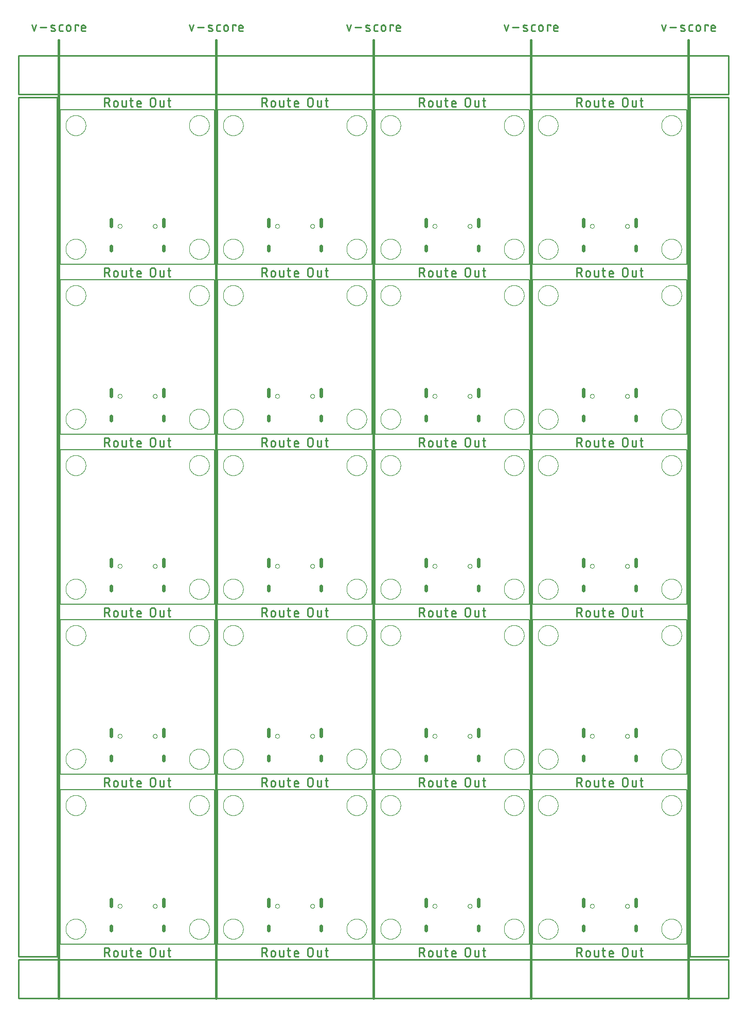
<source format=gko>
G04 EAGLE Gerber RS-274X export*
G75*
%MOMM*%
%FSLAX34Y34*%
%LPD*%
%IN*%
%IPPOS*%
%AMOC8*
5,1,8,0,0,1.08239X$1,22.5*%
G01*
%ADD10C,0.203200*%
%ADD11C,0.279400*%
%ADD12C,0.381000*%
%ADD13C,0.254000*%
%ADD14C,0.000000*%
%ADD15C,0.600000*%


D10*
X0Y0D02*
X254000Y0D01*
X254000Y254000D01*
X0Y254000D01*
X0Y0D01*
D11*
X72504Y-5207D02*
X72504Y-20193D01*
X72504Y-5207D02*
X76667Y-5207D01*
X76795Y-5209D01*
X76923Y-5215D01*
X77051Y-5225D01*
X77179Y-5239D01*
X77306Y-5256D01*
X77432Y-5278D01*
X77558Y-5303D01*
X77682Y-5333D01*
X77806Y-5366D01*
X77929Y-5403D01*
X78051Y-5444D01*
X78171Y-5488D01*
X78290Y-5536D01*
X78407Y-5588D01*
X78523Y-5643D01*
X78636Y-5702D01*
X78749Y-5765D01*
X78859Y-5831D01*
X78966Y-5900D01*
X79072Y-5972D01*
X79176Y-6048D01*
X79277Y-6127D01*
X79376Y-6209D01*
X79472Y-6294D01*
X79565Y-6381D01*
X79656Y-6472D01*
X79743Y-6565D01*
X79828Y-6661D01*
X79910Y-6760D01*
X79989Y-6861D01*
X80065Y-6965D01*
X80137Y-7071D01*
X80206Y-7178D01*
X80272Y-7289D01*
X80335Y-7401D01*
X80394Y-7514D01*
X80449Y-7630D01*
X80501Y-7747D01*
X80549Y-7866D01*
X80593Y-7986D01*
X80634Y-8108D01*
X80671Y-8231D01*
X80704Y-8355D01*
X80734Y-8479D01*
X80759Y-8605D01*
X80781Y-8731D01*
X80798Y-8858D01*
X80812Y-8986D01*
X80822Y-9114D01*
X80828Y-9242D01*
X80830Y-9370D01*
X80828Y-9498D01*
X80822Y-9626D01*
X80812Y-9754D01*
X80798Y-9882D01*
X80781Y-10009D01*
X80759Y-10135D01*
X80734Y-10261D01*
X80704Y-10385D01*
X80671Y-10509D01*
X80634Y-10632D01*
X80593Y-10754D01*
X80549Y-10874D01*
X80501Y-10993D01*
X80449Y-11110D01*
X80394Y-11226D01*
X80335Y-11339D01*
X80272Y-11452D01*
X80206Y-11562D01*
X80137Y-11669D01*
X80065Y-11775D01*
X79989Y-11879D01*
X79910Y-11980D01*
X79828Y-12079D01*
X79743Y-12175D01*
X79656Y-12268D01*
X79565Y-12359D01*
X79472Y-12446D01*
X79376Y-12531D01*
X79277Y-12613D01*
X79176Y-12692D01*
X79072Y-12768D01*
X78966Y-12840D01*
X78859Y-12909D01*
X78749Y-12975D01*
X78636Y-13038D01*
X78523Y-13097D01*
X78407Y-13152D01*
X78290Y-13204D01*
X78171Y-13252D01*
X78051Y-13296D01*
X77929Y-13337D01*
X77806Y-13374D01*
X77682Y-13407D01*
X77558Y-13437D01*
X77432Y-13462D01*
X77306Y-13484D01*
X77179Y-13501D01*
X77051Y-13515D01*
X76923Y-13525D01*
X76795Y-13531D01*
X76667Y-13533D01*
X72504Y-13533D01*
X77499Y-13533D02*
X80829Y-20193D01*
X87788Y-16863D02*
X87788Y-13533D01*
X87790Y-13419D01*
X87796Y-13306D01*
X87805Y-13192D01*
X87819Y-13080D01*
X87836Y-12967D01*
X87858Y-12855D01*
X87883Y-12745D01*
X87911Y-12635D01*
X87944Y-12526D01*
X87980Y-12418D01*
X88020Y-12311D01*
X88064Y-12206D01*
X88111Y-12103D01*
X88161Y-12001D01*
X88215Y-11901D01*
X88273Y-11803D01*
X88334Y-11707D01*
X88397Y-11613D01*
X88465Y-11521D01*
X88535Y-11431D01*
X88608Y-11345D01*
X88684Y-11260D01*
X88763Y-11178D01*
X88845Y-11099D01*
X88930Y-11023D01*
X89016Y-10950D01*
X89106Y-10880D01*
X89198Y-10812D01*
X89292Y-10749D01*
X89388Y-10688D01*
X89486Y-10630D01*
X89586Y-10576D01*
X89688Y-10526D01*
X89791Y-10479D01*
X89896Y-10435D01*
X90003Y-10395D01*
X90111Y-10359D01*
X90220Y-10326D01*
X90330Y-10298D01*
X90440Y-10273D01*
X90552Y-10251D01*
X90665Y-10234D01*
X90777Y-10220D01*
X90891Y-10211D01*
X91004Y-10205D01*
X91118Y-10203D01*
X91232Y-10205D01*
X91345Y-10211D01*
X91459Y-10220D01*
X91571Y-10234D01*
X91684Y-10251D01*
X91796Y-10273D01*
X91906Y-10298D01*
X92016Y-10326D01*
X92125Y-10359D01*
X92233Y-10395D01*
X92340Y-10435D01*
X92445Y-10479D01*
X92548Y-10526D01*
X92650Y-10576D01*
X92750Y-10630D01*
X92848Y-10688D01*
X92944Y-10749D01*
X93038Y-10812D01*
X93130Y-10880D01*
X93220Y-10950D01*
X93306Y-11023D01*
X93391Y-11099D01*
X93473Y-11178D01*
X93552Y-11260D01*
X93628Y-11345D01*
X93701Y-11431D01*
X93771Y-11521D01*
X93839Y-11613D01*
X93902Y-11707D01*
X93963Y-11803D01*
X94021Y-11901D01*
X94075Y-12001D01*
X94125Y-12103D01*
X94172Y-12206D01*
X94216Y-12311D01*
X94256Y-12418D01*
X94292Y-12526D01*
X94325Y-12635D01*
X94353Y-12745D01*
X94378Y-12855D01*
X94400Y-12967D01*
X94417Y-13080D01*
X94431Y-13192D01*
X94440Y-13306D01*
X94446Y-13419D01*
X94448Y-13533D01*
X94448Y-16863D01*
X94446Y-16977D01*
X94440Y-17090D01*
X94431Y-17204D01*
X94417Y-17316D01*
X94400Y-17429D01*
X94378Y-17541D01*
X94353Y-17651D01*
X94325Y-17761D01*
X94292Y-17870D01*
X94256Y-17978D01*
X94216Y-18085D01*
X94172Y-18190D01*
X94125Y-18293D01*
X94075Y-18395D01*
X94021Y-18495D01*
X93963Y-18593D01*
X93902Y-18689D01*
X93839Y-18783D01*
X93771Y-18875D01*
X93701Y-18965D01*
X93628Y-19051D01*
X93552Y-19136D01*
X93473Y-19218D01*
X93391Y-19297D01*
X93306Y-19373D01*
X93220Y-19446D01*
X93130Y-19516D01*
X93038Y-19584D01*
X92944Y-19647D01*
X92848Y-19708D01*
X92750Y-19766D01*
X92650Y-19820D01*
X92548Y-19870D01*
X92445Y-19917D01*
X92340Y-19961D01*
X92233Y-20001D01*
X92125Y-20037D01*
X92016Y-20070D01*
X91906Y-20098D01*
X91796Y-20123D01*
X91684Y-20145D01*
X91571Y-20162D01*
X91459Y-20176D01*
X91345Y-20185D01*
X91232Y-20191D01*
X91118Y-20193D01*
X91004Y-20191D01*
X90891Y-20185D01*
X90777Y-20176D01*
X90665Y-20162D01*
X90552Y-20145D01*
X90440Y-20123D01*
X90330Y-20098D01*
X90220Y-20070D01*
X90111Y-20037D01*
X90003Y-20001D01*
X89896Y-19961D01*
X89791Y-19917D01*
X89688Y-19870D01*
X89586Y-19820D01*
X89486Y-19766D01*
X89388Y-19708D01*
X89292Y-19647D01*
X89198Y-19584D01*
X89106Y-19516D01*
X89016Y-19446D01*
X88930Y-19373D01*
X88845Y-19297D01*
X88763Y-19218D01*
X88684Y-19136D01*
X88608Y-19051D01*
X88535Y-18965D01*
X88465Y-18875D01*
X88397Y-18783D01*
X88334Y-18689D01*
X88273Y-18593D01*
X88215Y-18495D01*
X88161Y-18395D01*
X88111Y-18293D01*
X88064Y-18190D01*
X88020Y-18085D01*
X87980Y-17978D01*
X87944Y-17870D01*
X87911Y-17761D01*
X87883Y-17651D01*
X87858Y-17541D01*
X87836Y-17429D01*
X87819Y-17316D01*
X87805Y-17204D01*
X87796Y-17090D01*
X87790Y-16977D01*
X87788Y-16863D01*
X101856Y-17695D02*
X101856Y-10202D01*
X101855Y-17695D02*
X101857Y-17793D01*
X101863Y-17891D01*
X101872Y-17989D01*
X101886Y-18086D01*
X101903Y-18182D01*
X101924Y-18278D01*
X101949Y-18373D01*
X101977Y-18467D01*
X102009Y-18560D01*
X102045Y-18651D01*
X102084Y-18741D01*
X102127Y-18829D01*
X102174Y-18916D01*
X102223Y-19000D01*
X102276Y-19083D01*
X102332Y-19163D01*
X102391Y-19242D01*
X102454Y-19317D01*
X102519Y-19391D01*
X102587Y-19461D01*
X102657Y-19529D01*
X102731Y-19595D01*
X102807Y-19657D01*
X102885Y-19716D01*
X102965Y-19772D01*
X103048Y-19825D01*
X103132Y-19875D01*
X103219Y-19921D01*
X103307Y-19964D01*
X103397Y-20003D01*
X103488Y-20039D01*
X103581Y-20071D01*
X103675Y-20099D01*
X103770Y-20124D01*
X103866Y-20145D01*
X103962Y-20162D01*
X104059Y-20176D01*
X104157Y-20185D01*
X104255Y-20191D01*
X104353Y-20193D01*
X108516Y-20193D01*
X108516Y-10202D01*
X114497Y-10202D02*
X119492Y-10202D01*
X116162Y-5207D02*
X116162Y-17695D01*
X116164Y-17793D01*
X116170Y-17891D01*
X116179Y-17989D01*
X116193Y-18086D01*
X116210Y-18182D01*
X116231Y-18278D01*
X116256Y-18373D01*
X116284Y-18467D01*
X116316Y-18560D01*
X116352Y-18651D01*
X116391Y-18741D01*
X116434Y-18829D01*
X116481Y-18916D01*
X116530Y-19000D01*
X116583Y-19083D01*
X116639Y-19163D01*
X116698Y-19242D01*
X116761Y-19317D01*
X116826Y-19391D01*
X116894Y-19461D01*
X116964Y-19529D01*
X117038Y-19595D01*
X117114Y-19657D01*
X117192Y-19716D01*
X117272Y-19772D01*
X117355Y-19825D01*
X117439Y-19875D01*
X117526Y-19921D01*
X117614Y-19964D01*
X117704Y-20003D01*
X117795Y-20039D01*
X117888Y-20071D01*
X117982Y-20099D01*
X118077Y-20124D01*
X118173Y-20145D01*
X118269Y-20162D01*
X118366Y-20176D01*
X118464Y-20185D01*
X118562Y-20191D01*
X118660Y-20193D01*
X119492Y-20193D01*
X128321Y-20193D02*
X132484Y-20193D01*
X128321Y-20193D02*
X128223Y-20191D01*
X128125Y-20185D01*
X128027Y-20176D01*
X127930Y-20162D01*
X127834Y-20145D01*
X127738Y-20124D01*
X127643Y-20099D01*
X127549Y-20071D01*
X127456Y-20039D01*
X127365Y-20003D01*
X127275Y-19964D01*
X127187Y-19921D01*
X127100Y-19874D01*
X127016Y-19825D01*
X126933Y-19772D01*
X126853Y-19716D01*
X126775Y-19657D01*
X126699Y-19595D01*
X126625Y-19529D01*
X126555Y-19461D01*
X126487Y-19391D01*
X126422Y-19317D01*
X126359Y-19242D01*
X126300Y-19163D01*
X126244Y-19083D01*
X126191Y-19000D01*
X126142Y-18916D01*
X126095Y-18829D01*
X126052Y-18741D01*
X126013Y-18651D01*
X125977Y-18560D01*
X125945Y-18467D01*
X125917Y-18373D01*
X125892Y-18278D01*
X125871Y-18182D01*
X125854Y-18086D01*
X125840Y-17989D01*
X125831Y-17891D01*
X125825Y-17793D01*
X125823Y-17695D01*
X125824Y-17695D02*
X125824Y-13533D01*
X125826Y-13419D01*
X125832Y-13306D01*
X125841Y-13192D01*
X125855Y-13080D01*
X125872Y-12967D01*
X125894Y-12855D01*
X125919Y-12745D01*
X125947Y-12635D01*
X125980Y-12526D01*
X126016Y-12418D01*
X126056Y-12311D01*
X126100Y-12206D01*
X126147Y-12103D01*
X126197Y-12001D01*
X126251Y-11901D01*
X126309Y-11803D01*
X126370Y-11707D01*
X126433Y-11613D01*
X126501Y-11521D01*
X126571Y-11431D01*
X126644Y-11345D01*
X126720Y-11260D01*
X126799Y-11178D01*
X126881Y-11099D01*
X126966Y-11023D01*
X127052Y-10950D01*
X127142Y-10880D01*
X127234Y-10812D01*
X127328Y-10749D01*
X127424Y-10688D01*
X127522Y-10630D01*
X127622Y-10576D01*
X127724Y-10526D01*
X127827Y-10479D01*
X127932Y-10435D01*
X128039Y-10395D01*
X128147Y-10359D01*
X128256Y-10326D01*
X128366Y-10298D01*
X128476Y-10273D01*
X128588Y-10251D01*
X128701Y-10234D01*
X128813Y-10220D01*
X128927Y-10211D01*
X129040Y-10205D01*
X129154Y-10203D01*
X129268Y-10205D01*
X129381Y-10211D01*
X129495Y-10220D01*
X129607Y-10234D01*
X129720Y-10251D01*
X129832Y-10273D01*
X129942Y-10298D01*
X130052Y-10326D01*
X130161Y-10359D01*
X130269Y-10395D01*
X130376Y-10435D01*
X130481Y-10479D01*
X130584Y-10526D01*
X130686Y-10576D01*
X130786Y-10630D01*
X130884Y-10688D01*
X130980Y-10749D01*
X131074Y-10812D01*
X131166Y-10880D01*
X131256Y-10950D01*
X131342Y-11023D01*
X131427Y-11099D01*
X131509Y-11178D01*
X131588Y-11260D01*
X131664Y-11345D01*
X131737Y-11431D01*
X131807Y-11521D01*
X131875Y-11613D01*
X131938Y-11707D01*
X131999Y-11803D01*
X132057Y-11901D01*
X132111Y-12001D01*
X132161Y-12103D01*
X132208Y-12206D01*
X132252Y-12311D01*
X132292Y-12418D01*
X132328Y-12526D01*
X132361Y-12635D01*
X132389Y-12745D01*
X132414Y-12855D01*
X132436Y-12967D01*
X132453Y-13080D01*
X132467Y-13192D01*
X132476Y-13306D01*
X132482Y-13419D01*
X132484Y-13533D01*
X132484Y-15198D01*
X125824Y-15198D01*
X147917Y-16030D02*
X147917Y-9370D01*
X147919Y-9242D01*
X147925Y-9114D01*
X147935Y-8986D01*
X147949Y-8858D01*
X147966Y-8731D01*
X147988Y-8605D01*
X148013Y-8479D01*
X148043Y-8355D01*
X148076Y-8231D01*
X148113Y-8108D01*
X148154Y-7986D01*
X148198Y-7866D01*
X148246Y-7747D01*
X148298Y-7630D01*
X148353Y-7514D01*
X148412Y-7401D01*
X148475Y-7288D01*
X148541Y-7178D01*
X148610Y-7071D01*
X148682Y-6965D01*
X148758Y-6861D01*
X148837Y-6760D01*
X148919Y-6661D01*
X149004Y-6565D01*
X149091Y-6472D01*
X149182Y-6381D01*
X149275Y-6294D01*
X149371Y-6209D01*
X149470Y-6127D01*
X149571Y-6048D01*
X149675Y-5972D01*
X149781Y-5900D01*
X149888Y-5831D01*
X149999Y-5765D01*
X150111Y-5702D01*
X150224Y-5643D01*
X150340Y-5588D01*
X150457Y-5536D01*
X150576Y-5488D01*
X150696Y-5444D01*
X150818Y-5403D01*
X150941Y-5366D01*
X151065Y-5333D01*
X151189Y-5303D01*
X151315Y-5278D01*
X151441Y-5256D01*
X151568Y-5239D01*
X151696Y-5225D01*
X151824Y-5215D01*
X151952Y-5209D01*
X152080Y-5207D01*
X152208Y-5209D01*
X152336Y-5215D01*
X152464Y-5225D01*
X152592Y-5239D01*
X152719Y-5256D01*
X152845Y-5278D01*
X152971Y-5303D01*
X153095Y-5333D01*
X153219Y-5366D01*
X153342Y-5403D01*
X153464Y-5444D01*
X153584Y-5488D01*
X153703Y-5536D01*
X153820Y-5588D01*
X153936Y-5643D01*
X154049Y-5702D01*
X154162Y-5765D01*
X154272Y-5831D01*
X154379Y-5900D01*
X154485Y-5972D01*
X154589Y-6048D01*
X154690Y-6127D01*
X154789Y-6209D01*
X154885Y-6294D01*
X154978Y-6381D01*
X155069Y-6472D01*
X155156Y-6565D01*
X155241Y-6661D01*
X155323Y-6760D01*
X155402Y-6861D01*
X155478Y-6965D01*
X155550Y-7071D01*
X155619Y-7178D01*
X155685Y-7289D01*
X155748Y-7401D01*
X155807Y-7514D01*
X155862Y-7630D01*
X155914Y-7747D01*
X155962Y-7866D01*
X156006Y-7986D01*
X156047Y-8108D01*
X156084Y-8231D01*
X156117Y-8355D01*
X156147Y-8479D01*
X156172Y-8605D01*
X156194Y-8731D01*
X156211Y-8858D01*
X156225Y-8986D01*
X156235Y-9114D01*
X156241Y-9242D01*
X156243Y-9370D01*
X156242Y-9370D02*
X156242Y-16030D01*
X156243Y-16030D02*
X156241Y-16158D01*
X156235Y-16286D01*
X156225Y-16414D01*
X156211Y-16542D01*
X156194Y-16669D01*
X156172Y-16795D01*
X156147Y-16921D01*
X156117Y-17045D01*
X156084Y-17169D01*
X156047Y-17292D01*
X156006Y-17414D01*
X155962Y-17534D01*
X155914Y-17653D01*
X155862Y-17770D01*
X155807Y-17886D01*
X155748Y-17999D01*
X155685Y-18112D01*
X155619Y-18222D01*
X155550Y-18329D01*
X155478Y-18435D01*
X155402Y-18539D01*
X155323Y-18640D01*
X155241Y-18739D01*
X155156Y-18835D01*
X155069Y-18928D01*
X154978Y-19019D01*
X154885Y-19106D01*
X154789Y-19191D01*
X154690Y-19273D01*
X154589Y-19352D01*
X154485Y-19428D01*
X154379Y-19500D01*
X154272Y-19569D01*
X154161Y-19635D01*
X154049Y-19698D01*
X153936Y-19757D01*
X153820Y-19812D01*
X153703Y-19864D01*
X153584Y-19912D01*
X153464Y-19956D01*
X153342Y-19997D01*
X153219Y-20034D01*
X153095Y-20067D01*
X152971Y-20097D01*
X152845Y-20122D01*
X152719Y-20144D01*
X152592Y-20161D01*
X152464Y-20175D01*
X152336Y-20185D01*
X152208Y-20191D01*
X152080Y-20193D01*
X151952Y-20191D01*
X151824Y-20185D01*
X151696Y-20175D01*
X151568Y-20161D01*
X151441Y-20144D01*
X151315Y-20122D01*
X151189Y-20097D01*
X151065Y-20067D01*
X150941Y-20034D01*
X150818Y-19997D01*
X150696Y-19956D01*
X150576Y-19912D01*
X150457Y-19864D01*
X150340Y-19812D01*
X150224Y-19757D01*
X150111Y-19698D01*
X149999Y-19635D01*
X149888Y-19569D01*
X149781Y-19500D01*
X149675Y-19428D01*
X149571Y-19352D01*
X149470Y-19273D01*
X149371Y-19191D01*
X149275Y-19106D01*
X149182Y-19019D01*
X149091Y-18928D01*
X149004Y-18835D01*
X148919Y-18739D01*
X148837Y-18640D01*
X148758Y-18539D01*
X148682Y-18435D01*
X148610Y-18329D01*
X148541Y-18222D01*
X148475Y-18111D01*
X148412Y-17999D01*
X148353Y-17886D01*
X148298Y-17770D01*
X148246Y-17653D01*
X148198Y-17534D01*
X148154Y-17414D01*
X148113Y-17292D01*
X148076Y-17169D01*
X148043Y-17045D01*
X148013Y-16921D01*
X147988Y-16795D01*
X147966Y-16669D01*
X147949Y-16542D01*
X147935Y-16414D01*
X147925Y-16286D01*
X147919Y-16158D01*
X147917Y-16030D01*
X163859Y-17695D02*
X163859Y-10202D01*
X163859Y-17695D02*
X163861Y-17793D01*
X163867Y-17891D01*
X163876Y-17989D01*
X163890Y-18086D01*
X163907Y-18182D01*
X163928Y-18278D01*
X163953Y-18373D01*
X163981Y-18467D01*
X164013Y-18560D01*
X164049Y-18651D01*
X164088Y-18741D01*
X164131Y-18829D01*
X164178Y-18916D01*
X164227Y-19000D01*
X164280Y-19083D01*
X164336Y-19163D01*
X164395Y-19242D01*
X164458Y-19317D01*
X164523Y-19391D01*
X164591Y-19461D01*
X164661Y-19529D01*
X164735Y-19595D01*
X164811Y-19657D01*
X164889Y-19716D01*
X164969Y-19772D01*
X165052Y-19825D01*
X165136Y-19875D01*
X165223Y-19921D01*
X165311Y-19964D01*
X165401Y-20003D01*
X165492Y-20039D01*
X165585Y-20071D01*
X165679Y-20099D01*
X165774Y-20124D01*
X165870Y-20145D01*
X165966Y-20162D01*
X166063Y-20176D01*
X166161Y-20185D01*
X166259Y-20191D01*
X166357Y-20193D01*
X170520Y-20193D01*
X170520Y-10202D01*
X176501Y-10202D02*
X181496Y-10202D01*
X178166Y-5207D02*
X178166Y-17695D01*
X178165Y-17695D02*
X178167Y-17793D01*
X178173Y-17891D01*
X178182Y-17989D01*
X178196Y-18086D01*
X178213Y-18182D01*
X178234Y-18278D01*
X178259Y-18373D01*
X178287Y-18467D01*
X178319Y-18560D01*
X178355Y-18651D01*
X178394Y-18741D01*
X178437Y-18829D01*
X178484Y-18916D01*
X178533Y-19000D01*
X178586Y-19083D01*
X178642Y-19163D01*
X178701Y-19242D01*
X178764Y-19317D01*
X178829Y-19391D01*
X178897Y-19461D01*
X178967Y-19529D01*
X179041Y-19595D01*
X179117Y-19657D01*
X179195Y-19716D01*
X179275Y-19772D01*
X179358Y-19825D01*
X179442Y-19875D01*
X179529Y-19921D01*
X179617Y-19964D01*
X179707Y-20003D01*
X179798Y-20039D01*
X179891Y-20071D01*
X179985Y-20099D01*
X180080Y-20124D01*
X180176Y-20145D01*
X180272Y-20162D01*
X180369Y-20176D01*
X180467Y-20185D01*
X180565Y-20191D01*
X180663Y-20193D01*
X180664Y-20193D02*
X181496Y-20193D01*
D10*
X259080Y0D02*
X513080Y0D01*
X513080Y254000D01*
X259080Y254000D01*
X259080Y0D01*
D11*
X331584Y-5207D02*
X331584Y-20193D01*
X331584Y-5207D02*
X335747Y-5207D01*
X335875Y-5209D01*
X336003Y-5215D01*
X336131Y-5225D01*
X336259Y-5239D01*
X336386Y-5256D01*
X336512Y-5278D01*
X336638Y-5303D01*
X336762Y-5333D01*
X336886Y-5366D01*
X337009Y-5403D01*
X337131Y-5444D01*
X337251Y-5488D01*
X337370Y-5536D01*
X337487Y-5588D01*
X337603Y-5643D01*
X337716Y-5702D01*
X337829Y-5765D01*
X337939Y-5831D01*
X338046Y-5900D01*
X338152Y-5972D01*
X338256Y-6048D01*
X338357Y-6127D01*
X338456Y-6209D01*
X338552Y-6294D01*
X338645Y-6381D01*
X338736Y-6472D01*
X338823Y-6565D01*
X338908Y-6661D01*
X338990Y-6760D01*
X339069Y-6861D01*
X339145Y-6965D01*
X339217Y-7071D01*
X339286Y-7178D01*
X339352Y-7289D01*
X339415Y-7401D01*
X339474Y-7514D01*
X339529Y-7630D01*
X339581Y-7747D01*
X339629Y-7866D01*
X339673Y-7986D01*
X339714Y-8108D01*
X339751Y-8231D01*
X339784Y-8355D01*
X339814Y-8479D01*
X339839Y-8605D01*
X339861Y-8731D01*
X339878Y-8858D01*
X339892Y-8986D01*
X339902Y-9114D01*
X339908Y-9242D01*
X339910Y-9370D01*
X339908Y-9498D01*
X339902Y-9626D01*
X339892Y-9754D01*
X339878Y-9882D01*
X339861Y-10009D01*
X339839Y-10135D01*
X339814Y-10261D01*
X339784Y-10385D01*
X339751Y-10509D01*
X339714Y-10632D01*
X339673Y-10754D01*
X339629Y-10874D01*
X339581Y-10993D01*
X339529Y-11110D01*
X339474Y-11226D01*
X339415Y-11339D01*
X339352Y-11452D01*
X339286Y-11562D01*
X339217Y-11669D01*
X339145Y-11775D01*
X339069Y-11879D01*
X338990Y-11980D01*
X338908Y-12079D01*
X338823Y-12175D01*
X338736Y-12268D01*
X338645Y-12359D01*
X338552Y-12446D01*
X338456Y-12531D01*
X338357Y-12613D01*
X338256Y-12692D01*
X338152Y-12768D01*
X338046Y-12840D01*
X337939Y-12909D01*
X337829Y-12975D01*
X337716Y-13038D01*
X337603Y-13097D01*
X337487Y-13152D01*
X337370Y-13204D01*
X337251Y-13252D01*
X337131Y-13296D01*
X337009Y-13337D01*
X336886Y-13374D01*
X336762Y-13407D01*
X336638Y-13437D01*
X336512Y-13462D01*
X336386Y-13484D01*
X336259Y-13501D01*
X336131Y-13515D01*
X336003Y-13525D01*
X335875Y-13531D01*
X335747Y-13533D01*
X331584Y-13533D01*
X336579Y-13533D02*
X339909Y-20193D01*
X346868Y-16863D02*
X346868Y-13533D01*
X346870Y-13419D01*
X346876Y-13306D01*
X346885Y-13192D01*
X346899Y-13080D01*
X346916Y-12967D01*
X346938Y-12855D01*
X346963Y-12745D01*
X346991Y-12635D01*
X347024Y-12526D01*
X347060Y-12418D01*
X347100Y-12311D01*
X347144Y-12206D01*
X347191Y-12103D01*
X347241Y-12001D01*
X347295Y-11901D01*
X347353Y-11803D01*
X347414Y-11707D01*
X347477Y-11613D01*
X347545Y-11521D01*
X347615Y-11431D01*
X347688Y-11345D01*
X347764Y-11260D01*
X347843Y-11178D01*
X347925Y-11099D01*
X348010Y-11023D01*
X348096Y-10950D01*
X348186Y-10880D01*
X348278Y-10812D01*
X348372Y-10749D01*
X348468Y-10688D01*
X348566Y-10630D01*
X348666Y-10576D01*
X348768Y-10526D01*
X348871Y-10479D01*
X348976Y-10435D01*
X349083Y-10395D01*
X349191Y-10359D01*
X349300Y-10326D01*
X349410Y-10298D01*
X349520Y-10273D01*
X349632Y-10251D01*
X349745Y-10234D01*
X349857Y-10220D01*
X349971Y-10211D01*
X350084Y-10205D01*
X350198Y-10203D01*
X350312Y-10205D01*
X350425Y-10211D01*
X350539Y-10220D01*
X350651Y-10234D01*
X350764Y-10251D01*
X350876Y-10273D01*
X350986Y-10298D01*
X351096Y-10326D01*
X351205Y-10359D01*
X351313Y-10395D01*
X351420Y-10435D01*
X351525Y-10479D01*
X351628Y-10526D01*
X351730Y-10576D01*
X351830Y-10630D01*
X351928Y-10688D01*
X352024Y-10749D01*
X352118Y-10812D01*
X352210Y-10880D01*
X352300Y-10950D01*
X352386Y-11023D01*
X352471Y-11099D01*
X352553Y-11178D01*
X352632Y-11260D01*
X352708Y-11345D01*
X352781Y-11431D01*
X352851Y-11521D01*
X352919Y-11613D01*
X352982Y-11707D01*
X353043Y-11803D01*
X353101Y-11901D01*
X353155Y-12001D01*
X353205Y-12103D01*
X353252Y-12206D01*
X353296Y-12311D01*
X353336Y-12418D01*
X353372Y-12526D01*
X353405Y-12635D01*
X353433Y-12745D01*
X353458Y-12855D01*
X353480Y-12967D01*
X353497Y-13080D01*
X353511Y-13192D01*
X353520Y-13306D01*
X353526Y-13419D01*
X353528Y-13533D01*
X353528Y-16863D01*
X353526Y-16977D01*
X353520Y-17090D01*
X353511Y-17204D01*
X353497Y-17316D01*
X353480Y-17429D01*
X353458Y-17541D01*
X353433Y-17651D01*
X353405Y-17761D01*
X353372Y-17870D01*
X353336Y-17978D01*
X353296Y-18085D01*
X353252Y-18190D01*
X353205Y-18293D01*
X353155Y-18395D01*
X353101Y-18495D01*
X353043Y-18593D01*
X352982Y-18689D01*
X352919Y-18783D01*
X352851Y-18875D01*
X352781Y-18965D01*
X352708Y-19051D01*
X352632Y-19136D01*
X352553Y-19218D01*
X352471Y-19297D01*
X352386Y-19373D01*
X352300Y-19446D01*
X352210Y-19516D01*
X352118Y-19584D01*
X352024Y-19647D01*
X351928Y-19708D01*
X351830Y-19766D01*
X351730Y-19820D01*
X351628Y-19870D01*
X351525Y-19917D01*
X351420Y-19961D01*
X351313Y-20001D01*
X351205Y-20037D01*
X351096Y-20070D01*
X350986Y-20098D01*
X350876Y-20123D01*
X350764Y-20145D01*
X350651Y-20162D01*
X350539Y-20176D01*
X350425Y-20185D01*
X350312Y-20191D01*
X350198Y-20193D01*
X350084Y-20191D01*
X349971Y-20185D01*
X349857Y-20176D01*
X349745Y-20162D01*
X349632Y-20145D01*
X349520Y-20123D01*
X349410Y-20098D01*
X349300Y-20070D01*
X349191Y-20037D01*
X349083Y-20001D01*
X348976Y-19961D01*
X348871Y-19917D01*
X348768Y-19870D01*
X348666Y-19820D01*
X348566Y-19766D01*
X348468Y-19708D01*
X348372Y-19647D01*
X348278Y-19584D01*
X348186Y-19516D01*
X348096Y-19446D01*
X348010Y-19373D01*
X347925Y-19297D01*
X347843Y-19218D01*
X347764Y-19136D01*
X347688Y-19051D01*
X347615Y-18965D01*
X347545Y-18875D01*
X347477Y-18783D01*
X347414Y-18689D01*
X347353Y-18593D01*
X347295Y-18495D01*
X347241Y-18395D01*
X347191Y-18293D01*
X347144Y-18190D01*
X347100Y-18085D01*
X347060Y-17978D01*
X347024Y-17870D01*
X346991Y-17761D01*
X346963Y-17651D01*
X346938Y-17541D01*
X346916Y-17429D01*
X346899Y-17316D01*
X346885Y-17204D01*
X346876Y-17090D01*
X346870Y-16977D01*
X346868Y-16863D01*
X360936Y-17695D02*
X360936Y-10202D01*
X360935Y-17695D02*
X360937Y-17793D01*
X360943Y-17891D01*
X360952Y-17989D01*
X360966Y-18086D01*
X360983Y-18182D01*
X361004Y-18278D01*
X361029Y-18373D01*
X361057Y-18467D01*
X361089Y-18560D01*
X361125Y-18651D01*
X361164Y-18741D01*
X361207Y-18829D01*
X361254Y-18916D01*
X361303Y-19000D01*
X361356Y-19083D01*
X361412Y-19163D01*
X361471Y-19242D01*
X361534Y-19317D01*
X361599Y-19391D01*
X361667Y-19461D01*
X361737Y-19529D01*
X361811Y-19595D01*
X361887Y-19657D01*
X361965Y-19716D01*
X362045Y-19772D01*
X362128Y-19825D01*
X362212Y-19875D01*
X362299Y-19921D01*
X362387Y-19964D01*
X362477Y-20003D01*
X362568Y-20039D01*
X362661Y-20071D01*
X362755Y-20099D01*
X362850Y-20124D01*
X362946Y-20145D01*
X363042Y-20162D01*
X363139Y-20176D01*
X363237Y-20185D01*
X363335Y-20191D01*
X363433Y-20193D01*
X367596Y-20193D01*
X367596Y-10202D01*
X373577Y-10202D02*
X378572Y-10202D01*
X375242Y-5207D02*
X375242Y-17695D01*
X375244Y-17793D01*
X375250Y-17891D01*
X375259Y-17989D01*
X375273Y-18086D01*
X375290Y-18182D01*
X375311Y-18278D01*
X375336Y-18373D01*
X375364Y-18467D01*
X375396Y-18560D01*
X375432Y-18651D01*
X375471Y-18741D01*
X375514Y-18829D01*
X375561Y-18916D01*
X375610Y-19000D01*
X375663Y-19083D01*
X375719Y-19163D01*
X375778Y-19242D01*
X375841Y-19317D01*
X375906Y-19391D01*
X375974Y-19461D01*
X376044Y-19529D01*
X376118Y-19595D01*
X376194Y-19657D01*
X376272Y-19716D01*
X376352Y-19772D01*
X376435Y-19825D01*
X376519Y-19875D01*
X376606Y-19921D01*
X376694Y-19964D01*
X376784Y-20003D01*
X376875Y-20039D01*
X376968Y-20071D01*
X377062Y-20099D01*
X377157Y-20124D01*
X377253Y-20145D01*
X377349Y-20162D01*
X377446Y-20176D01*
X377544Y-20185D01*
X377642Y-20191D01*
X377740Y-20193D01*
X378572Y-20193D01*
X387401Y-20193D02*
X391564Y-20193D01*
X387401Y-20193D02*
X387303Y-20191D01*
X387205Y-20185D01*
X387107Y-20176D01*
X387010Y-20162D01*
X386914Y-20145D01*
X386818Y-20124D01*
X386723Y-20099D01*
X386629Y-20071D01*
X386536Y-20039D01*
X386445Y-20003D01*
X386355Y-19964D01*
X386267Y-19921D01*
X386180Y-19874D01*
X386096Y-19825D01*
X386013Y-19772D01*
X385933Y-19716D01*
X385855Y-19657D01*
X385779Y-19595D01*
X385705Y-19529D01*
X385635Y-19461D01*
X385567Y-19391D01*
X385502Y-19317D01*
X385439Y-19242D01*
X385380Y-19163D01*
X385324Y-19083D01*
X385271Y-19000D01*
X385222Y-18916D01*
X385175Y-18829D01*
X385132Y-18741D01*
X385093Y-18651D01*
X385057Y-18560D01*
X385025Y-18467D01*
X384997Y-18373D01*
X384972Y-18278D01*
X384951Y-18182D01*
X384934Y-18086D01*
X384920Y-17989D01*
X384911Y-17891D01*
X384905Y-17793D01*
X384903Y-17695D01*
X384904Y-17695D02*
X384904Y-13533D01*
X384906Y-13419D01*
X384912Y-13306D01*
X384921Y-13192D01*
X384935Y-13080D01*
X384952Y-12967D01*
X384974Y-12855D01*
X384999Y-12745D01*
X385027Y-12635D01*
X385060Y-12526D01*
X385096Y-12418D01*
X385136Y-12311D01*
X385180Y-12206D01*
X385227Y-12103D01*
X385277Y-12001D01*
X385331Y-11901D01*
X385389Y-11803D01*
X385450Y-11707D01*
X385513Y-11613D01*
X385581Y-11521D01*
X385651Y-11431D01*
X385724Y-11345D01*
X385800Y-11260D01*
X385879Y-11178D01*
X385961Y-11099D01*
X386046Y-11023D01*
X386132Y-10950D01*
X386222Y-10880D01*
X386314Y-10812D01*
X386408Y-10749D01*
X386504Y-10688D01*
X386602Y-10630D01*
X386702Y-10576D01*
X386804Y-10526D01*
X386907Y-10479D01*
X387012Y-10435D01*
X387119Y-10395D01*
X387227Y-10359D01*
X387336Y-10326D01*
X387446Y-10298D01*
X387556Y-10273D01*
X387668Y-10251D01*
X387781Y-10234D01*
X387893Y-10220D01*
X388007Y-10211D01*
X388120Y-10205D01*
X388234Y-10203D01*
X388348Y-10205D01*
X388461Y-10211D01*
X388575Y-10220D01*
X388687Y-10234D01*
X388800Y-10251D01*
X388912Y-10273D01*
X389022Y-10298D01*
X389132Y-10326D01*
X389241Y-10359D01*
X389349Y-10395D01*
X389456Y-10435D01*
X389561Y-10479D01*
X389664Y-10526D01*
X389766Y-10576D01*
X389866Y-10630D01*
X389964Y-10688D01*
X390060Y-10749D01*
X390154Y-10812D01*
X390246Y-10880D01*
X390336Y-10950D01*
X390422Y-11023D01*
X390507Y-11099D01*
X390589Y-11178D01*
X390668Y-11260D01*
X390744Y-11345D01*
X390817Y-11431D01*
X390887Y-11521D01*
X390955Y-11613D01*
X391018Y-11707D01*
X391079Y-11803D01*
X391137Y-11901D01*
X391191Y-12001D01*
X391241Y-12103D01*
X391288Y-12206D01*
X391332Y-12311D01*
X391372Y-12418D01*
X391408Y-12526D01*
X391441Y-12635D01*
X391469Y-12745D01*
X391494Y-12855D01*
X391516Y-12967D01*
X391533Y-13080D01*
X391547Y-13192D01*
X391556Y-13306D01*
X391562Y-13419D01*
X391564Y-13533D01*
X391564Y-15198D01*
X384904Y-15198D01*
X406997Y-16030D02*
X406997Y-9370D01*
X406999Y-9242D01*
X407005Y-9114D01*
X407015Y-8986D01*
X407029Y-8858D01*
X407046Y-8731D01*
X407068Y-8605D01*
X407093Y-8479D01*
X407123Y-8355D01*
X407156Y-8231D01*
X407193Y-8108D01*
X407234Y-7986D01*
X407278Y-7866D01*
X407326Y-7747D01*
X407378Y-7630D01*
X407433Y-7514D01*
X407492Y-7401D01*
X407555Y-7288D01*
X407621Y-7178D01*
X407690Y-7071D01*
X407762Y-6965D01*
X407838Y-6861D01*
X407917Y-6760D01*
X407999Y-6661D01*
X408084Y-6565D01*
X408171Y-6472D01*
X408262Y-6381D01*
X408355Y-6294D01*
X408451Y-6209D01*
X408550Y-6127D01*
X408651Y-6048D01*
X408755Y-5972D01*
X408861Y-5900D01*
X408968Y-5831D01*
X409079Y-5765D01*
X409191Y-5702D01*
X409304Y-5643D01*
X409420Y-5588D01*
X409537Y-5536D01*
X409656Y-5488D01*
X409776Y-5444D01*
X409898Y-5403D01*
X410021Y-5366D01*
X410145Y-5333D01*
X410269Y-5303D01*
X410395Y-5278D01*
X410521Y-5256D01*
X410648Y-5239D01*
X410776Y-5225D01*
X410904Y-5215D01*
X411032Y-5209D01*
X411160Y-5207D01*
X411288Y-5209D01*
X411416Y-5215D01*
X411544Y-5225D01*
X411672Y-5239D01*
X411799Y-5256D01*
X411925Y-5278D01*
X412051Y-5303D01*
X412175Y-5333D01*
X412299Y-5366D01*
X412422Y-5403D01*
X412544Y-5444D01*
X412664Y-5488D01*
X412783Y-5536D01*
X412900Y-5588D01*
X413016Y-5643D01*
X413129Y-5702D01*
X413242Y-5765D01*
X413352Y-5831D01*
X413459Y-5900D01*
X413565Y-5972D01*
X413669Y-6048D01*
X413770Y-6127D01*
X413869Y-6209D01*
X413965Y-6294D01*
X414058Y-6381D01*
X414149Y-6472D01*
X414236Y-6565D01*
X414321Y-6661D01*
X414403Y-6760D01*
X414482Y-6861D01*
X414558Y-6965D01*
X414630Y-7071D01*
X414699Y-7178D01*
X414765Y-7289D01*
X414828Y-7401D01*
X414887Y-7514D01*
X414942Y-7630D01*
X414994Y-7747D01*
X415042Y-7866D01*
X415086Y-7986D01*
X415127Y-8108D01*
X415164Y-8231D01*
X415197Y-8355D01*
X415227Y-8479D01*
X415252Y-8605D01*
X415274Y-8731D01*
X415291Y-8858D01*
X415305Y-8986D01*
X415315Y-9114D01*
X415321Y-9242D01*
X415323Y-9370D01*
X415322Y-9370D02*
X415322Y-16030D01*
X415323Y-16030D02*
X415321Y-16158D01*
X415315Y-16286D01*
X415305Y-16414D01*
X415291Y-16542D01*
X415274Y-16669D01*
X415252Y-16795D01*
X415227Y-16921D01*
X415197Y-17045D01*
X415164Y-17169D01*
X415127Y-17292D01*
X415086Y-17414D01*
X415042Y-17534D01*
X414994Y-17653D01*
X414942Y-17770D01*
X414887Y-17886D01*
X414828Y-17999D01*
X414765Y-18112D01*
X414699Y-18222D01*
X414630Y-18329D01*
X414558Y-18435D01*
X414482Y-18539D01*
X414403Y-18640D01*
X414321Y-18739D01*
X414236Y-18835D01*
X414149Y-18928D01*
X414058Y-19019D01*
X413965Y-19106D01*
X413869Y-19191D01*
X413770Y-19273D01*
X413669Y-19352D01*
X413565Y-19428D01*
X413459Y-19500D01*
X413352Y-19569D01*
X413242Y-19635D01*
X413129Y-19698D01*
X413016Y-19757D01*
X412900Y-19812D01*
X412783Y-19864D01*
X412664Y-19912D01*
X412544Y-19956D01*
X412422Y-19997D01*
X412299Y-20034D01*
X412175Y-20067D01*
X412051Y-20097D01*
X411925Y-20122D01*
X411799Y-20144D01*
X411672Y-20161D01*
X411544Y-20175D01*
X411416Y-20185D01*
X411288Y-20191D01*
X411160Y-20193D01*
X411032Y-20191D01*
X410904Y-20185D01*
X410776Y-20175D01*
X410648Y-20161D01*
X410521Y-20144D01*
X410395Y-20122D01*
X410269Y-20097D01*
X410145Y-20067D01*
X410021Y-20034D01*
X409898Y-19997D01*
X409776Y-19956D01*
X409656Y-19912D01*
X409537Y-19864D01*
X409420Y-19812D01*
X409304Y-19757D01*
X409191Y-19698D01*
X409079Y-19635D01*
X408968Y-19569D01*
X408861Y-19500D01*
X408755Y-19428D01*
X408651Y-19352D01*
X408550Y-19273D01*
X408451Y-19191D01*
X408355Y-19106D01*
X408262Y-19019D01*
X408171Y-18928D01*
X408084Y-18835D01*
X407999Y-18739D01*
X407917Y-18640D01*
X407838Y-18539D01*
X407762Y-18435D01*
X407690Y-18329D01*
X407621Y-18222D01*
X407555Y-18111D01*
X407492Y-17999D01*
X407433Y-17886D01*
X407378Y-17770D01*
X407326Y-17653D01*
X407278Y-17534D01*
X407234Y-17414D01*
X407193Y-17292D01*
X407156Y-17169D01*
X407123Y-17045D01*
X407093Y-16921D01*
X407068Y-16795D01*
X407046Y-16669D01*
X407029Y-16542D01*
X407015Y-16414D01*
X407005Y-16286D01*
X406999Y-16158D01*
X406997Y-16030D01*
X422939Y-17695D02*
X422939Y-10202D01*
X422939Y-17695D02*
X422941Y-17793D01*
X422947Y-17891D01*
X422956Y-17989D01*
X422970Y-18086D01*
X422987Y-18182D01*
X423008Y-18278D01*
X423033Y-18373D01*
X423061Y-18467D01*
X423093Y-18560D01*
X423129Y-18651D01*
X423168Y-18741D01*
X423211Y-18829D01*
X423258Y-18916D01*
X423307Y-19000D01*
X423360Y-19083D01*
X423416Y-19163D01*
X423475Y-19242D01*
X423538Y-19317D01*
X423603Y-19391D01*
X423671Y-19461D01*
X423741Y-19529D01*
X423815Y-19595D01*
X423891Y-19657D01*
X423969Y-19716D01*
X424049Y-19772D01*
X424132Y-19825D01*
X424216Y-19875D01*
X424303Y-19921D01*
X424391Y-19964D01*
X424481Y-20003D01*
X424572Y-20039D01*
X424665Y-20071D01*
X424759Y-20099D01*
X424854Y-20124D01*
X424950Y-20145D01*
X425046Y-20162D01*
X425143Y-20176D01*
X425241Y-20185D01*
X425339Y-20191D01*
X425437Y-20193D01*
X429600Y-20193D01*
X429600Y-10202D01*
X435581Y-10202D02*
X440576Y-10202D01*
X437246Y-5207D02*
X437246Y-17695D01*
X437245Y-17695D02*
X437247Y-17793D01*
X437253Y-17891D01*
X437262Y-17989D01*
X437276Y-18086D01*
X437293Y-18182D01*
X437314Y-18278D01*
X437339Y-18373D01*
X437367Y-18467D01*
X437399Y-18560D01*
X437435Y-18651D01*
X437474Y-18741D01*
X437517Y-18829D01*
X437564Y-18916D01*
X437613Y-19000D01*
X437666Y-19083D01*
X437722Y-19163D01*
X437781Y-19242D01*
X437844Y-19317D01*
X437909Y-19391D01*
X437977Y-19461D01*
X438047Y-19529D01*
X438121Y-19595D01*
X438197Y-19657D01*
X438275Y-19716D01*
X438355Y-19772D01*
X438438Y-19825D01*
X438522Y-19875D01*
X438609Y-19921D01*
X438697Y-19964D01*
X438787Y-20003D01*
X438878Y-20039D01*
X438971Y-20071D01*
X439065Y-20099D01*
X439160Y-20124D01*
X439256Y-20145D01*
X439352Y-20162D01*
X439449Y-20176D01*
X439547Y-20185D01*
X439645Y-20191D01*
X439743Y-20193D01*
X439744Y-20193D02*
X440576Y-20193D01*
D10*
X518160Y0D02*
X772160Y0D01*
X772160Y254000D01*
X518160Y254000D01*
X518160Y0D01*
D11*
X590664Y-5207D02*
X590664Y-20193D01*
X590664Y-5207D02*
X594827Y-5207D01*
X594955Y-5209D01*
X595083Y-5215D01*
X595211Y-5225D01*
X595339Y-5239D01*
X595466Y-5256D01*
X595592Y-5278D01*
X595718Y-5303D01*
X595842Y-5333D01*
X595966Y-5366D01*
X596089Y-5403D01*
X596211Y-5444D01*
X596331Y-5488D01*
X596450Y-5536D01*
X596567Y-5588D01*
X596683Y-5643D01*
X596796Y-5702D01*
X596909Y-5765D01*
X597019Y-5831D01*
X597126Y-5900D01*
X597232Y-5972D01*
X597336Y-6048D01*
X597437Y-6127D01*
X597536Y-6209D01*
X597632Y-6294D01*
X597725Y-6381D01*
X597816Y-6472D01*
X597903Y-6565D01*
X597988Y-6661D01*
X598070Y-6760D01*
X598149Y-6861D01*
X598225Y-6965D01*
X598297Y-7071D01*
X598366Y-7178D01*
X598432Y-7289D01*
X598495Y-7401D01*
X598554Y-7514D01*
X598609Y-7630D01*
X598661Y-7747D01*
X598709Y-7866D01*
X598753Y-7986D01*
X598794Y-8108D01*
X598831Y-8231D01*
X598864Y-8355D01*
X598894Y-8479D01*
X598919Y-8605D01*
X598941Y-8731D01*
X598958Y-8858D01*
X598972Y-8986D01*
X598982Y-9114D01*
X598988Y-9242D01*
X598990Y-9370D01*
X598988Y-9498D01*
X598982Y-9626D01*
X598972Y-9754D01*
X598958Y-9882D01*
X598941Y-10009D01*
X598919Y-10135D01*
X598894Y-10261D01*
X598864Y-10385D01*
X598831Y-10509D01*
X598794Y-10632D01*
X598753Y-10754D01*
X598709Y-10874D01*
X598661Y-10993D01*
X598609Y-11110D01*
X598554Y-11226D01*
X598495Y-11339D01*
X598432Y-11452D01*
X598366Y-11562D01*
X598297Y-11669D01*
X598225Y-11775D01*
X598149Y-11879D01*
X598070Y-11980D01*
X597988Y-12079D01*
X597903Y-12175D01*
X597816Y-12268D01*
X597725Y-12359D01*
X597632Y-12446D01*
X597536Y-12531D01*
X597437Y-12613D01*
X597336Y-12692D01*
X597232Y-12768D01*
X597126Y-12840D01*
X597019Y-12909D01*
X596909Y-12975D01*
X596796Y-13038D01*
X596683Y-13097D01*
X596567Y-13152D01*
X596450Y-13204D01*
X596331Y-13252D01*
X596211Y-13296D01*
X596089Y-13337D01*
X595966Y-13374D01*
X595842Y-13407D01*
X595718Y-13437D01*
X595592Y-13462D01*
X595466Y-13484D01*
X595339Y-13501D01*
X595211Y-13515D01*
X595083Y-13525D01*
X594955Y-13531D01*
X594827Y-13533D01*
X590664Y-13533D01*
X595659Y-13533D02*
X598989Y-20193D01*
X605948Y-16863D02*
X605948Y-13533D01*
X605950Y-13419D01*
X605956Y-13306D01*
X605965Y-13192D01*
X605979Y-13080D01*
X605996Y-12967D01*
X606018Y-12855D01*
X606043Y-12745D01*
X606071Y-12635D01*
X606104Y-12526D01*
X606140Y-12418D01*
X606180Y-12311D01*
X606224Y-12206D01*
X606271Y-12103D01*
X606321Y-12001D01*
X606375Y-11901D01*
X606433Y-11803D01*
X606494Y-11707D01*
X606557Y-11613D01*
X606625Y-11521D01*
X606695Y-11431D01*
X606768Y-11345D01*
X606844Y-11260D01*
X606923Y-11178D01*
X607005Y-11099D01*
X607090Y-11023D01*
X607176Y-10950D01*
X607266Y-10880D01*
X607358Y-10812D01*
X607452Y-10749D01*
X607548Y-10688D01*
X607646Y-10630D01*
X607746Y-10576D01*
X607848Y-10526D01*
X607951Y-10479D01*
X608056Y-10435D01*
X608163Y-10395D01*
X608271Y-10359D01*
X608380Y-10326D01*
X608490Y-10298D01*
X608600Y-10273D01*
X608712Y-10251D01*
X608825Y-10234D01*
X608937Y-10220D01*
X609051Y-10211D01*
X609164Y-10205D01*
X609278Y-10203D01*
X609392Y-10205D01*
X609505Y-10211D01*
X609619Y-10220D01*
X609731Y-10234D01*
X609844Y-10251D01*
X609956Y-10273D01*
X610066Y-10298D01*
X610176Y-10326D01*
X610285Y-10359D01*
X610393Y-10395D01*
X610500Y-10435D01*
X610605Y-10479D01*
X610708Y-10526D01*
X610810Y-10576D01*
X610910Y-10630D01*
X611008Y-10688D01*
X611104Y-10749D01*
X611198Y-10812D01*
X611290Y-10880D01*
X611380Y-10950D01*
X611466Y-11023D01*
X611551Y-11099D01*
X611633Y-11178D01*
X611712Y-11260D01*
X611788Y-11345D01*
X611861Y-11431D01*
X611931Y-11521D01*
X611999Y-11613D01*
X612062Y-11707D01*
X612123Y-11803D01*
X612181Y-11901D01*
X612235Y-12001D01*
X612285Y-12103D01*
X612332Y-12206D01*
X612376Y-12311D01*
X612416Y-12418D01*
X612452Y-12526D01*
X612485Y-12635D01*
X612513Y-12745D01*
X612538Y-12855D01*
X612560Y-12967D01*
X612577Y-13080D01*
X612591Y-13192D01*
X612600Y-13306D01*
X612606Y-13419D01*
X612608Y-13533D01*
X612608Y-16863D01*
X612606Y-16977D01*
X612600Y-17090D01*
X612591Y-17204D01*
X612577Y-17316D01*
X612560Y-17429D01*
X612538Y-17541D01*
X612513Y-17651D01*
X612485Y-17761D01*
X612452Y-17870D01*
X612416Y-17978D01*
X612376Y-18085D01*
X612332Y-18190D01*
X612285Y-18293D01*
X612235Y-18395D01*
X612181Y-18495D01*
X612123Y-18593D01*
X612062Y-18689D01*
X611999Y-18783D01*
X611931Y-18875D01*
X611861Y-18965D01*
X611788Y-19051D01*
X611712Y-19136D01*
X611633Y-19218D01*
X611551Y-19297D01*
X611466Y-19373D01*
X611380Y-19446D01*
X611290Y-19516D01*
X611198Y-19584D01*
X611104Y-19647D01*
X611008Y-19708D01*
X610910Y-19766D01*
X610810Y-19820D01*
X610708Y-19870D01*
X610605Y-19917D01*
X610500Y-19961D01*
X610393Y-20001D01*
X610285Y-20037D01*
X610176Y-20070D01*
X610066Y-20098D01*
X609956Y-20123D01*
X609844Y-20145D01*
X609731Y-20162D01*
X609619Y-20176D01*
X609505Y-20185D01*
X609392Y-20191D01*
X609278Y-20193D01*
X609164Y-20191D01*
X609051Y-20185D01*
X608937Y-20176D01*
X608825Y-20162D01*
X608712Y-20145D01*
X608600Y-20123D01*
X608490Y-20098D01*
X608380Y-20070D01*
X608271Y-20037D01*
X608163Y-20001D01*
X608056Y-19961D01*
X607951Y-19917D01*
X607848Y-19870D01*
X607746Y-19820D01*
X607646Y-19766D01*
X607548Y-19708D01*
X607452Y-19647D01*
X607358Y-19584D01*
X607266Y-19516D01*
X607176Y-19446D01*
X607090Y-19373D01*
X607005Y-19297D01*
X606923Y-19218D01*
X606844Y-19136D01*
X606768Y-19051D01*
X606695Y-18965D01*
X606625Y-18875D01*
X606557Y-18783D01*
X606494Y-18689D01*
X606433Y-18593D01*
X606375Y-18495D01*
X606321Y-18395D01*
X606271Y-18293D01*
X606224Y-18190D01*
X606180Y-18085D01*
X606140Y-17978D01*
X606104Y-17870D01*
X606071Y-17761D01*
X606043Y-17651D01*
X606018Y-17541D01*
X605996Y-17429D01*
X605979Y-17316D01*
X605965Y-17204D01*
X605956Y-17090D01*
X605950Y-16977D01*
X605948Y-16863D01*
X620016Y-17695D02*
X620016Y-10202D01*
X620015Y-17695D02*
X620017Y-17793D01*
X620023Y-17891D01*
X620032Y-17989D01*
X620046Y-18086D01*
X620063Y-18182D01*
X620084Y-18278D01*
X620109Y-18373D01*
X620137Y-18467D01*
X620169Y-18560D01*
X620205Y-18651D01*
X620244Y-18741D01*
X620287Y-18829D01*
X620334Y-18916D01*
X620383Y-19000D01*
X620436Y-19083D01*
X620492Y-19163D01*
X620551Y-19242D01*
X620614Y-19317D01*
X620679Y-19391D01*
X620747Y-19461D01*
X620817Y-19529D01*
X620891Y-19595D01*
X620967Y-19657D01*
X621045Y-19716D01*
X621125Y-19772D01*
X621208Y-19825D01*
X621292Y-19875D01*
X621379Y-19921D01*
X621467Y-19964D01*
X621557Y-20003D01*
X621648Y-20039D01*
X621741Y-20071D01*
X621835Y-20099D01*
X621930Y-20124D01*
X622026Y-20145D01*
X622122Y-20162D01*
X622219Y-20176D01*
X622317Y-20185D01*
X622415Y-20191D01*
X622513Y-20193D01*
X626676Y-20193D01*
X626676Y-10202D01*
X632657Y-10202D02*
X637652Y-10202D01*
X634322Y-5207D02*
X634322Y-17695D01*
X634324Y-17793D01*
X634330Y-17891D01*
X634339Y-17989D01*
X634353Y-18086D01*
X634370Y-18182D01*
X634391Y-18278D01*
X634416Y-18373D01*
X634444Y-18467D01*
X634476Y-18560D01*
X634512Y-18651D01*
X634551Y-18741D01*
X634594Y-18829D01*
X634641Y-18916D01*
X634690Y-19000D01*
X634743Y-19083D01*
X634799Y-19163D01*
X634858Y-19242D01*
X634921Y-19317D01*
X634986Y-19391D01*
X635054Y-19461D01*
X635124Y-19529D01*
X635198Y-19595D01*
X635274Y-19657D01*
X635352Y-19716D01*
X635432Y-19772D01*
X635515Y-19825D01*
X635599Y-19875D01*
X635686Y-19921D01*
X635774Y-19964D01*
X635864Y-20003D01*
X635955Y-20039D01*
X636048Y-20071D01*
X636142Y-20099D01*
X636237Y-20124D01*
X636333Y-20145D01*
X636429Y-20162D01*
X636526Y-20176D01*
X636624Y-20185D01*
X636722Y-20191D01*
X636820Y-20193D01*
X637652Y-20193D01*
X646481Y-20193D02*
X650644Y-20193D01*
X646481Y-20193D02*
X646383Y-20191D01*
X646285Y-20185D01*
X646187Y-20176D01*
X646090Y-20162D01*
X645994Y-20145D01*
X645898Y-20124D01*
X645803Y-20099D01*
X645709Y-20071D01*
X645616Y-20039D01*
X645525Y-20003D01*
X645435Y-19964D01*
X645347Y-19921D01*
X645260Y-19874D01*
X645176Y-19825D01*
X645093Y-19772D01*
X645013Y-19716D01*
X644935Y-19657D01*
X644859Y-19595D01*
X644785Y-19529D01*
X644715Y-19461D01*
X644647Y-19391D01*
X644582Y-19317D01*
X644519Y-19242D01*
X644460Y-19163D01*
X644404Y-19083D01*
X644351Y-19000D01*
X644302Y-18916D01*
X644255Y-18829D01*
X644212Y-18741D01*
X644173Y-18651D01*
X644137Y-18560D01*
X644105Y-18467D01*
X644077Y-18373D01*
X644052Y-18278D01*
X644031Y-18182D01*
X644014Y-18086D01*
X644000Y-17989D01*
X643991Y-17891D01*
X643985Y-17793D01*
X643983Y-17695D01*
X643984Y-17695D02*
X643984Y-13533D01*
X643986Y-13419D01*
X643992Y-13306D01*
X644001Y-13192D01*
X644015Y-13080D01*
X644032Y-12967D01*
X644054Y-12855D01*
X644079Y-12745D01*
X644107Y-12635D01*
X644140Y-12526D01*
X644176Y-12418D01*
X644216Y-12311D01*
X644260Y-12206D01*
X644307Y-12103D01*
X644357Y-12001D01*
X644411Y-11901D01*
X644469Y-11803D01*
X644530Y-11707D01*
X644593Y-11613D01*
X644661Y-11521D01*
X644731Y-11431D01*
X644804Y-11345D01*
X644880Y-11260D01*
X644959Y-11178D01*
X645041Y-11099D01*
X645126Y-11023D01*
X645212Y-10950D01*
X645302Y-10880D01*
X645394Y-10812D01*
X645488Y-10749D01*
X645584Y-10688D01*
X645682Y-10630D01*
X645782Y-10576D01*
X645884Y-10526D01*
X645987Y-10479D01*
X646092Y-10435D01*
X646199Y-10395D01*
X646307Y-10359D01*
X646416Y-10326D01*
X646526Y-10298D01*
X646636Y-10273D01*
X646748Y-10251D01*
X646861Y-10234D01*
X646973Y-10220D01*
X647087Y-10211D01*
X647200Y-10205D01*
X647314Y-10203D01*
X647428Y-10205D01*
X647541Y-10211D01*
X647655Y-10220D01*
X647767Y-10234D01*
X647880Y-10251D01*
X647992Y-10273D01*
X648102Y-10298D01*
X648212Y-10326D01*
X648321Y-10359D01*
X648429Y-10395D01*
X648536Y-10435D01*
X648641Y-10479D01*
X648744Y-10526D01*
X648846Y-10576D01*
X648946Y-10630D01*
X649044Y-10688D01*
X649140Y-10749D01*
X649234Y-10812D01*
X649326Y-10880D01*
X649416Y-10950D01*
X649502Y-11023D01*
X649587Y-11099D01*
X649669Y-11178D01*
X649748Y-11260D01*
X649824Y-11345D01*
X649897Y-11431D01*
X649967Y-11521D01*
X650035Y-11613D01*
X650098Y-11707D01*
X650159Y-11803D01*
X650217Y-11901D01*
X650271Y-12001D01*
X650321Y-12103D01*
X650368Y-12206D01*
X650412Y-12311D01*
X650452Y-12418D01*
X650488Y-12526D01*
X650521Y-12635D01*
X650549Y-12745D01*
X650574Y-12855D01*
X650596Y-12967D01*
X650613Y-13080D01*
X650627Y-13192D01*
X650636Y-13306D01*
X650642Y-13419D01*
X650644Y-13533D01*
X650644Y-15198D01*
X643984Y-15198D01*
X666077Y-16030D02*
X666077Y-9370D01*
X666079Y-9242D01*
X666085Y-9114D01*
X666095Y-8986D01*
X666109Y-8858D01*
X666126Y-8731D01*
X666148Y-8605D01*
X666173Y-8479D01*
X666203Y-8355D01*
X666236Y-8231D01*
X666273Y-8108D01*
X666314Y-7986D01*
X666358Y-7866D01*
X666406Y-7747D01*
X666458Y-7630D01*
X666513Y-7514D01*
X666572Y-7401D01*
X666635Y-7288D01*
X666701Y-7178D01*
X666770Y-7071D01*
X666842Y-6965D01*
X666918Y-6861D01*
X666997Y-6760D01*
X667079Y-6661D01*
X667164Y-6565D01*
X667251Y-6472D01*
X667342Y-6381D01*
X667435Y-6294D01*
X667531Y-6209D01*
X667630Y-6127D01*
X667731Y-6048D01*
X667835Y-5972D01*
X667941Y-5900D01*
X668048Y-5831D01*
X668159Y-5765D01*
X668271Y-5702D01*
X668384Y-5643D01*
X668500Y-5588D01*
X668617Y-5536D01*
X668736Y-5488D01*
X668856Y-5444D01*
X668978Y-5403D01*
X669101Y-5366D01*
X669225Y-5333D01*
X669349Y-5303D01*
X669475Y-5278D01*
X669601Y-5256D01*
X669728Y-5239D01*
X669856Y-5225D01*
X669984Y-5215D01*
X670112Y-5209D01*
X670240Y-5207D01*
X670368Y-5209D01*
X670496Y-5215D01*
X670624Y-5225D01*
X670752Y-5239D01*
X670879Y-5256D01*
X671005Y-5278D01*
X671131Y-5303D01*
X671255Y-5333D01*
X671379Y-5366D01*
X671502Y-5403D01*
X671624Y-5444D01*
X671744Y-5488D01*
X671863Y-5536D01*
X671980Y-5588D01*
X672096Y-5643D01*
X672209Y-5702D01*
X672322Y-5765D01*
X672432Y-5831D01*
X672539Y-5900D01*
X672645Y-5972D01*
X672749Y-6048D01*
X672850Y-6127D01*
X672949Y-6209D01*
X673045Y-6294D01*
X673138Y-6381D01*
X673229Y-6472D01*
X673316Y-6565D01*
X673401Y-6661D01*
X673483Y-6760D01*
X673562Y-6861D01*
X673638Y-6965D01*
X673710Y-7071D01*
X673779Y-7178D01*
X673845Y-7289D01*
X673908Y-7401D01*
X673967Y-7514D01*
X674022Y-7630D01*
X674074Y-7747D01*
X674122Y-7866D01*
X674166Y-7986D01*
X674207Y-8108D01*
X674244Y-8231D01*
X674277Y-8355D01*
X674307Y-8479D01*
X674332Y-8605D01*
X674354Y-8731D01*
X674371Y-8858D01*
X674385Y-8986D01*
X674395Y-9114D01*
X674401Y-9242D01*
X674403Y-9370D01*
X674402Y-9370D02*
X674402Y-16030D01*
X674403Y-16030D02*
X674401Y-16158D01*
X674395Y-16286D01*
X674385Y-16414D01*
X674371Y-16542D01*
X674354Y-16669D01*
X674332Y-16795D01*
X674307Y-16921D01*
X674277Y-17045D01*
X674244Y-17169D01*
X674207Y-17292D01*
X674166Y-17414D01*
X674122Y-17534D01*
X674074Y-17653D01*
X674022Y-17770D01*
X673967Y-17886D01*
X673908Y-17999D01*
X673845Y-18112D01*
X673779Y-18222D01*
X673710Y-18329D01*
X673638Y-18435D01*
X673562Y-18539D01*
X673483Y-18640D01*
X673401Y-18739D01*
X673316Y-18835D01*
X673229Y-18928D01*
X673138Y-19019D01*
X673045Y-19106D01*
X672949Y-19191D01*
X672850Y-19273D01*
X672749Y-19352D01*
X672645Y-19428D01*
X672539Y-19500D01*
X672432Y-19569D01*
X672322Y-19635D01*
X672209Y-19698D01*
X672096Y-19757D01*
X671980Y-19812D01*
X671863Y-19864D01*
X671744Y-19912D01*
X671624Y-19956D01*
X671502Y-19997D01*
X671379Y-20034D01*
X671255Y-20067D01*
X671131Y-20097D01*
X671005Y-20122D01*
X670879Y-20144D01*
X670752Y-20161D01*
X670624Y-20175D01*
X670496Y-20185D01*
X670368Y-20191D01*
X670240Y-20193D01*
X670112Y-20191D01*
X669984Y-20185D01*
X669856Y-20175D01*
X669728Y-20161D01*
X669601Y-20144D01*
X669475Y-20122D01*
X669349Y-20097D01*
X669225Y-20067D01*
X669101Y-20034D01*
X668978Y-19997D01*
X668856Y-19956D01*
X668736Y-19912D01*
X668617Y-19864D01*
X668500Y-19812D01*
X668384Y-19757D01*
X668271Y-19698D01*
X668159Y-19635D01*
X668048Y-19569D01*
X667941Y-19500D01*
X667835Y-19428D01*
X667731Y-19352D01*
X667630Y-19273D01*
X667531Y-19191D01*
X667435Y-19106D01*
X667342Y-19019D01*
X667251Y-18928D01*
X667164Y-18835D01*
X667079Y-18739D01*
X666997Y-18640D01*
X666918Y-18539D01*
X666842Y-18435D01*
X666770Y-18329D01*
X666701Y-18222D01*
X666635Y-18111D01*
X666572Y-17999D01*
X666513Y-17886D01*
X666458Y-17770D01*
X666406Y-17653D01*
X666358Y-17534D01*
X666314Y-17414D01*
X666273Y-17292D01*
X666236Y-17169D01*
X666203Y-17045D01*
X666173Y-16921D01*
X666148Y-16795D01*
X666126Y-16669D01*
X666109Y-16542D01*
X666095Y-16414D01*
X666085Y-16286D01*
X666079Y-16158D01*
X666077Y-16030D01*
X682019Y-17695D02*
X682019Y-10202D01*
X682019Y-17695D02*
X682021Y-17793D01*
X682027Y-17891D01*
X682036Y-17989D01*
X682050Y-18086D01*
X682067Y-18182D01*
X682088Y-18278D01*
X682113Y-18373D01*
X682141Y-18467D01*
X682173Y-18560D01*
X682209Y-18651D01*
X682248Y-18741D01*
X682291Y-18829D01*
X682338Y-18916D01*
X682387Y-19000D01*
X682440Y-19083D01*
X682496Y-19163D01*
X682555Y-19242D01*
X682618Y-19317D01*
X682683Y-19391D01*
X682751Y-19461D01*
X682821Y-19529D01*
X682895Y-19595D01*
X682971Y-19657D01*
X683049Y-19716D01*
X683129Y-19772D01*
X683212Y-19825D01*
X683296Y-19875D01*
X683383Y-19921D01*
X683471Y-19964D01*
X683561Y-20003D01*
X683652Y-20039D01*
X683745Y-20071D01*
X683839Y-20099D01*
X683934Y-20124D01*
X684030Y-20145D01*
X684126Y-20162D01*
X684223Y-20176D01*
X684321Y-20185D01*
X684419Y-20191D01*
X684517Y-20193D01*
X688680Y-20193D01*
X688680Y-10202D01*
X694661Y-10202D02*
X699656Y-10202D01*
X696326Y-5207D02*
X696326Y-17695D01*
X696325Y-17695D02*
X696327Y-17793D01*
X696333Y-17891D01*
X696342Y-17989D01*
X696356Y-18086D01*
X696373Y-18182D01*
X696394Y-18278D01*
X696419Y-18373D01*
X696447Y-18467D01*
X696479Y-18560D01*
X696515Y-18651D01*
X696554Y-18741D01*
X696597Y-18829D01*
X696644Y-18916D01*
X696693Y-19000D01*
X696746Y-19083D01*
X696802Y-19163D01*
X696861Y-19242D01*
X696924Y-19317D01*
X696989Y-19391D01*
X697057Y-19461D01*
X697127Y-19529D01*
X697201Y-19595D01*
X697277Y-19657D01*
X697355Y-19716D01*
X697435Y-19772D01*
X697518Y-19825D01*
X697602Y-19875D01*
X697689Y-19921D01*
X697777Y-19964D01*
X697867Y-20003D01*
X697958Y-20039D01*
X698051Y-20071D01*
X698145Y-20099D01*
X698240Y-20124D01*
X698336Y-20145D01*
X698432Y-20162D01*
X698529Y-20176D01*
X698627Y-20185D01*
X698725Y-20191D01*
X698823Y-20193D01*
X698824Y-20193D02*
X699656Y-20193D01*
D10*
X777240Y0D02*
X1031240Y0D01*
X1031240Y254000D01*
X777240Y254000D01*
X777240Y0D01*
D11*
X849744Y-5207D02*
X849744Y-20193D01*
X849744Y-5207D02*
X853907Y-5207D01*
X854035Y-5209D01*
X854163Y-5215D01*
X854291Y-5225D01*
X854419Y-5239D01*
X854546Y-5256D01*
X854672Y-5278D01*
X854798Y-5303D01*
X854922Y-5333D01*
X855046Y-5366D01*
X855169Y-5403D01*
X855291Y-5444D01*
X855411Y-5488D01*
X855530Y-5536D01*
X855647Y-5588D01*
X855763Y-5643D01*
X855876Y-5702D01*
X855989Y-5765D01*
X856099Y-5831D01*
X856206Y-5900D01*
X856312Y-5972D01*
X856416Y-6048D01*
X856517Y-6127D01*
X856616Y-6209D01*
X856712Y-6294D01*
X856805Y-6381D01*
X856896Y-6472D01*
X856983Y-6565D01*
X857068Y-6661D01*
X857150Y-6760D01*
X857229Y-6861D01*
X857305Y-6965D01*
X857377Y-7071D01*
X857446Y-7178D01*
X857512Y-7289D01*
X857575Y-7401D01*
X857634Y-7514D01*
X857689Y-7630D01*
X857741Y-7747D01*
X857789Y-7866D01*
X857833Y-7986D01*
X857874Y-8108D01*
X857911Y-8231D01*
X857944Y-8355D01*
X857974Y-8479D01*
X857999Y-8605D01*
X858021Y-8731D01*
X858038Y-8858D01*
X858052Y-8986D01*
X858062Y-9114D01*
X858068Y-9242D01*
X858070Y-9370D01*
X858068Y-9498D01*
X858062Y-9626D01*
X858052Y-9754D01*
X858038Y-9882D01*
X858021Y-10009D01*
X857999Y-10135D01*
X857974Y-10261D01*
X857944Y-10385D01*
X857911Y-10509D01*
X857874Y-10632D01*
X857833Y-10754D01*
X857789Y-10874D01*
X857741Y-10993D01*
X857689Y-11110D01*
X857634Y-11226D01*
X857575Y-11339D01*
X857512Y-11452D01*
X857446Y-11562D01*
X857377Y-11669D01*
X857305Y-11775D01*
X857229Y-11879D01*
X857150Y-11980D01*
X857068Y-12079D01*
X856983Y-12175D01*
X856896Y-12268D01*
X856805Y-12359D01*
X856712Y-12446D01*
X856616Y-12531D01*
X856517Y-12613D01*
X856416Y-12692D01*
X856312Y-12768D01*
X856206Y-12840D01*
X856099Y-12909D01*
X855989Y-12975D01*
X855876Y-13038D01*
X855763Y-13097D01*
X855647Y-13152D01*
X855530Y-13204D01*
X855411Y-13252D01*
X855291Y-13296D01*
X855169Y-13337D01*
X855046Y-13374D01*
X854922Y-13407D01*
X854798Y-13437D01*
X854672Y-13462D01*
X854546Y-13484D01*
X854419Y-13501D01*
X854291Y-13515D01*
X854163Y-13525D01*
X854035Y-13531D01*
X853907Y-13533D01*
X849744Y-13533D01*
X854739Y-13533D02*
X858069Y-20193D01*
X865028Y-16863D02*
X865028Y-13533D01*
X865030Y-13419D01*
X865036Y-13306D01*
X865045Y-13192D01*
X865059Y-13080D01*
X865076Y-12967D01*
X865098Y-12855D01*
X865123Y-12745D01*
X865151Y-12635D01*
X865184Y-12526D01*
X865220Y-12418D01*
X865260Y-12311D01*
X865304Y-12206D01*
X865351Y-12103D01*
X865401Y-12001D01*
X865455Y-11901D01*
X865513Y-11803D01*
X865574Y-11707D01*
X865637Y-11613D01*
X865705Y-11521D01*
X865775Y-11431D01*
X865848Y-11345D01*
X865924Y-11260D01*
X866003Y-11178D01*
X866085Y-11099D01*
X866170Y-11023D01*
X866256Y-10950D01*
X866346Y-10880D01*
X866438Y-10812D01*
X866532Y-10749D01*
X866628Y-10688D01*
X866726Y-10630D01*
X866826Y-10576D01*
X866928Y-10526D01*
X867031Y-10479D01*
X867136Y-10435D01*
X867243Y-10395D01*
X867351Y-10359D01*
X867460Y-10326D01*
X867570Y-10298D01*
X867680Y-10273D01*
X867792Y-10251D01*
X867905Y-10234D01*
X868017Y-10220D01*
X868131Y-10211D01*
X868244Y-10205D01*
X868358Y-10203D01*
X868472Y-10205D01*
X868585Y-10211D01*
X868699Y-10220D01*
X868811Y-10234D01*
X868924Y-10251D01*
X869036Y-10273D01*
X869146Y-10298D01*
X869256Y-10326D01*
X869365Y-10359D01*
X869473Y-10395D01*
X869580Y-10435D01*
X869685Y-10479D01*
X869788Y-10526D01*
X869890Y-10576D01*
X869990Y-10630D01*
X870088Y-10688D01*
X870184Y-10749D01*
X870278Y-10812D01*
X870370Y-10880D01*
X870460Y-10950D01*
X870546Y-11023D01*
X870631Y-11099D01*
X870713Y-11178D01*
X870792Y-11260D01*
X870868Y-11345D01*
X870941Y-11431D01*
X871011Y-11521D01*
X871079Y-11613D01*
X871142Y-11707D01*
X871203Y-11803D01*
X871261Y-11901D01*
X871315Y-12001D01*
X871365Y-12103D01*
X871412Y-12206D01*
X871456Y-12311D01*
X871496Y-12418D01*
X871532Y-12526D01*
X871565Y-12635D01*
X871593Y-12745D01*
X871618Y-12855D01*
X871640Y-12967D01*
X871657Y-13080D01*
X871671Y-13192D01*
X871680Y-13306D01*
X871686Y-13419D01*
X871688Y-13533D01*
X871688Y-16863D01*
X871686Y-16977D01*
X871680Y-17090D01*
X871671Y-17204D01*
X871657Y-17316D01*
X871640Y-17429D01*
X871618Y-17541D01*
X871593Y-17651D01*
X871565Y-17761D01*
X871532Y-17870D01*
X871496Y-17978D01*
X871456Y-18085D01*
X871412Y-18190D01*
X871365Y-18293D01*
X871315Y-18395D01*
X871261Y-18495D01*
X871203Y-18593D01*
X871142Y-18689D01*
X871079Y-18783D01*
X871011Y-18875D01*
X870941Y-18965D01*
X870868Y-19051D01*
X870792Y-19136D01*
X870713Y-19218D01*
X870631Y-19297D01*
X870546Y-19373D01*
X870460Y-19446D01*
X870370Y-19516D01*
X870278Y-19584D01*
X870184Y-19647D01*
X870088Y-19708D01*
X869990Y-19766D01*
X869890Y-19820D01*
X869788Y-19870D01*
X869685Y-19917D01*
X869580Y-19961D01*
X869473Y-20001D01*
X869365Y-20037D01*
X869256Y-20070D01*
X869146Y-20098D01*
X869036Y-20123D01*
X868924Y-20145D01*
X868811Y-20162D01*
X868699Y-20176D01*
X868585Y-20185D01*
X868472Y-20191D01*
X868358Y-20193D01*
X868244Y-20191D01*
X868131Y-20185D01*
X868017Y-20176D01*
X867905Y-20162D01*
X867792Y-20145D01*
X867680Y-20123D01*
X867570Y-20098D01*
X867460Y-20070D01*
X867351Y-20037D01*
X867243Y-20001D01*
X867136Y-19961D01*
X867031Y-19917D01*
X866928Y-19870D01*
X866826Y-19820D01*
X866726Y-19766D01*
X866628Y-19708D01*
X866532Y-19647D01*
X866438Y-19584D01*
X866346Y-19516D01*
X866256Y-19446D01*
X866170Y-19373D01*
X866085Y-19297D01*
X866003Y-19218D01*
X865924Y-19136D01*
X865848Y-19051D01*
X865775Y-18965D01*
X865705Y-18875D01*
X865637Y-18783D01*
X865574Y-18689D01*
X865513Y-18593D01*
X865455Y-18495D01*
X865401Y-18395D01*
X865351Y-18293D01*
X865304Y-18190D01*
X865260Y-18085D01*
X865220Y-17978D01*
X865184Y-17870D01*
X865151Y-17761D01*
X865123Y-17651D01*
X865098Y-17541D01*
X865076Y-17429D01*
X865059Y-17316D01*
X865045Y-17204D01*
X865036Y-17090D01*
X865030Y-16977D01*
X865028Y-16863D01*
X879096Y-17695D02*
X879096Y-10202D01*
X879095Y-17695D02*
X879097Y-17793D01*
X879103Y-17891D01*
X879112Y-17989D01*
X879126Y-18086D01*
X879143Y-18182D01*
X879164Y-18278D01*
X879189Y-18373D01*
X879217Y-18467D01*
X879249Y-18560D01*
X879285Y-18651D01*
X879324Y-18741D01*
X879367Y-18829D01*
X879414Y-18916D01*
X879463Y-19000D01*
X879516Y-19083D01*
X879572Y-19163D01*
X879631Y-19242D01*
X879694Y-19317D01*
X879759Y-19391D01*
X879827Y-19461D01*
X879897Y-19529D01*
X879971Y-19595D01*
X880047Y-19657D01*
X880125Y-19716D01*
X880205Y-19772D01*
X880288Y-19825D01*
X880372Y-19875D01*
X880459Y-19921D01*
X880547Y-19964D01*
X880637Y-20003D01*
X880728Y-20039D01*
X880821Y-20071D01*
X880915Y-20099D01*
X881010Y-20124D01*
X881106Y-20145D01*
X881202Y-20162D01*
X881299Y-20176D01*
X881397Y-20185D01*
X881495Y-20191D01*
X881593Y-20193D01*
X885756Y-20193D01*
X885756Y-10202D01*
X891737Y-10202D02*
X896732Y-10202D01*
X893402Y-5207D02*
X893402Y-17695D01*
X893404Y-17793D01*
X893410Y-17891D01*
X893419Y-17989D01*
X893433Y-18086D01*
X893450Y-18182D01*
X893471Y-18278D01*
X893496Y-18373D01*
X893524Y-18467D01*
X893556Y-18560D01*
X893592Y-18651D01*
X893631Y-18741D01*
X893674Y-18829D01*
X893721Y-18916D01*
X893770Y-19000D01*
X893823Y-19083D01*
X893879Y-19163D01*
X893938Y-19242D01*
X894001Y-19317D01*
X894066Y-19391D01*
X894134Y-19461D01*
X894204Y-19529D01*
X894278Y-19595D01*
X894354Y-19657D01*
X894432Y-19716D01*
X894512Y-19772D01*
X894595Y-19825D01*
X894679Y-19875D01*
X894766Y-19921D01*
X894854Y-19964D01*
X894944Y-20003D01*
X895035Y-20039D01*
X895128Y-20071D01*
X895222Y-20099D01*
X895317Y-20124D01*
X895413Y-20145D01*
X895509Y-20162D01*
X895606Y-20176D01*
X895704Y-20185D01*
X895802Y-20191D01*
X895900Y-20193D01*
X896732Y-20193D01*
X905561Y-20193D02*
X909724Y-20193D01*
X905561Y-20193D02*
X905463Y-20191D01*
X905365Y-20185D01*
X905267Y-20176D01*
X905170Y-20162D01*
X905074Y-20145D01*
X904978Y-20124D01*
X904883Y-20099D01*
X904789Y-20071D01*
X904696Y-20039D01*
X904605Y-20003D01*
X904515Y-19964D01*
X904427Y-19921D01*
X904340Y-19874D01*
X904256Y-19825D01*
X904173Y-19772D01*
X904093Y-19716D01*
X904015Y-19657D01*
X903939Y-19595D01*
X903865Y-19529D01*
X903795Y-19461D01*
X903727Y-19391D01*
X903662Y-19317D01*
X903599Y-19242D01*
X903540Y-19163D01*
X903484Y-19083D01*
X903431Y-19000D01*
X903382Y-18916D01*
X903335Y-18829D01*
X903292Y-18741D01*
X903253Y-18651D01*
X903217Y-18560D01*
X903185Y-18467D01*
X903157Y-18373D01*
X903132Y-18278D01*
X903111Y-18182D01*
X903094Y-18086D01*
X903080Y-17989D01*
X903071Y-17891D01*
X903065Y-17793D01*
X903063Y-17695D01*
X903064Y-17695D02*
X903064Y-13533D01*
X903066Y-13419D01*
X903072Y-13306D01*
X903081Y-13192D01*
X903095Y-13080D01*
X903112Y-12967D01*
X903134Y-12855D01*
X903159Y-12745D01*
X903187Y-12635D01*
X903220Y-12526D01*
X903256Y-12418D01*
X903296Y-12311D01*
X903340Y-12206D01*
X903387Y-12103D01*
X903437Y-12001D01*
X903491Y-11901D01*
X903549Y-11803D01*
X903610Y-11707D01*
X903673Y-11613D01*
X903741Y-11521D01*
X903811Y-11431D01*
X903884Y-11345D01*
X903960Y-11260D01*
X904039Y-11178D01*
X904121Y-11099D01*
X904206Y-11023D01*
X904292Y-10950D01*
X904382Y-10880D01*
X904474Y-10812D01*
X904568Y-10749D01*
X904664Y-10688D01*
X904762Y-10630D01*
X904862Y-10576D01*
X904964Y-10526D01*
X905067Y-10479D01*
X905172Y-10435D01*
X905279Y-10395D01*
X905387Y-10359D01*
X905496Y-10326D01*
X905606Y-10298D01*
X905716Y-10273D01*
X905828Y-10251D01*
X905941Y-10234D01*
X906053Y-10220D01*
X906167Y-10211D01*
X906280Y-10205D01*
X906394Y-10203D01*
X906508Y-10205D01*
X906621Y-10211D01*
X906735Y-10220D01*
X906847Y-10234D01*
X906960Y-10251D01*
X907072Y-10273D01*
X907182Y-10298D01*
X907292Y-10326D01*
X907401Y-10359D01*
X907509Y-10395D01*
X907616Y-10435D01*
X907721Y-10479D01*
X907824Y-10526D01*
X907926Y-10576D01*
X908026Y-10630D01*
X908124Y-10688D01*
X908220Y-10749D01*
X908314Y-10812D01*
X908406Y-10880D01*
X908496Y-10950D01*
X908582Y-11023D01*
X908667Y-11099D01*
X908749Y-11178D01*
X908828Y-11260D01*
X908904Y-11345D01*
X908977Y-11431D01*
X909047Y-11521D01*
X909115Y-11613D01*
X909178Y-11707D01*
X909239Y-11803D01*
X909297Y-11901D01*
X909351Y-12001D01*
X909401Y-12103D01*
X909448Y-12206D01*
X909492Y-12311D01*
X909532Y-12418D01*
X909568Y-12526D01*
X909601Y-12635D01*
X909629Y-12745D01*
X909654Y-12855D01*
X909676Y-12967D01*
X909693Y-13080D01*
X909707Y-13192D01*
X909716Y-13306D01*
X909722Y-13419D01*
X909724Y-13533D01*
X909724Y-15198D01*
X903064Y-15198D01*
X925157Y-16030D02*
X925157Y-9370D01*
X925159Y-9242D01*
X925165Y-9114D01*
X925175Y-8986D01*
X925189Y-8858D01*
X925206Y-8731D01*
X925228Y-8605D01*
X925253Y-8479D01*
X925283Y-8355D01*
X925316Y-8231D01*
X925353Y-8108D01*
X925394Y-7986D01*
X925438Y-7866D01*
X925486Y-7747D01*
X925538Y-7630D01*
X925593Y-7514D01*
X925652Y-7401D01*
X925715Y-7288D01*
X925781Y-7178D01*
X925850Y-7071D01*
X925922Y-6965D01*
X925998Y-6861D01*
X926077Y-6760D01*
X926159Y-6661D01*
X926244Y-6565D01*
X926331Y-6472D01*
X926422Y-6381D01*
X926515Y-6294D01*
X926611Y-6209D01*
X926710Y-6127D01*
X926811Y-6048D01*
X926915Y-5972D01*
X927021Y-5900D01*
X927128Y-5831D01*
X927239Y-5765D01*
X927351Y-5702D01*
X927464Y-5643D01*
X927580Y-5588D01*
X927697Y-5536D01*
X927816Y-5488D01*
X927936Y-5444D01*
X928058Y-5403D01*
X928181Y-5366D01*
X928305Y-5333D01*
X928429Y-5303D01*
X928555Y-5278D01*
X928681Y-5256D01*
X928808Y-5239D01*
X928936Y-5225D01*
X929064Y-5215D01*
X929192Y-5209D01*
X929320Y-5207D01*
X929448Y-5209D01*
X929576Y-5215D01*
X929704Y-5225D01*
X929832Y-5239D01*
X929959Y-5256D01*
X930085Y-5278D01*
X930211Y-5303D01*
X930335Y-5333D01*
X930459Y-5366D01*
X930582Y-5403D01*
X930704Y-5444D01*
X930824Y-5488D01*
X930943Y-5536D01*
X931060Y-5588D01*
X931176Y-5643D01*
X931289Y-5702D01*
X931402Y-5765D01*
X931512Y-5831D01*
X931619Y-5900D01*
X931725Y-5972D01*
X931829Y-6048D01*
X931930Y-6127D01*
X932029Y-6209D01*
X932125Y-6294D01*
X932218Y-6381D01*
X932309Y-6472D01*
X932396Y-6565D01*
X932481Y-6661D01*
X932563Y-6760D01*
X932642Y-6861D01*
X932718Y-6965D01*
X932790Y-7071D01*
X932859Y-7178D01*
X932925Y-7289D01*
X932988Y-7401D01*
X933047Y-7514D01*
X933102Y-7630D01*
X933154Y-7747D01*
X933202Y-7866D01*
X933246Y-7986D01*
X933287Y-8108D01*
X933324Y-8231D01*
X933357Y-8355D01*
X933387Y-8479D01*
X933412Y-8605D01*
X933434Y-8731D01*
X933451Y-8858D01*
X933465Y-8986D01*
X933475Y-9114D01*
X933481Y-9242D01*
X933483Y-9370D01*
X933482Y-9370D02*
X933482Y-16030D01*
X933483Y-16030D02*
X933481Y-16158D01*
X933475Y-16286D01*
X933465Y-16414D01*
X933451Y-16542D01*
X933434Y-16669D01*
X933412Y-16795D01*
X933387Y-16921D01*
X933357Y-17045D01*
X933324Y-17169D01*
X933287Y-17292D01*
X933246Y-17414D01*
X933202Y-17534D01*
X933154Y-17653D01*
X933102Y-17770D01*
X933047Y-17886D01*
X932988Y-17999D01*
X932925Y-18112D01*
X932859Y-18222D01*
X932790Y-18329D01*
X932718Y-18435D01*
X932642Y-18539D01*
X932563Y-18640D01*
X932481Y-18739D01*
X932396Y-18835D01*
X932309Y-18928D01*
X932218Y-19019D01*
X932125Y-19106D01*
X932029Y-19191D01*
X931930Y-19273D01*
X931829Y-19352D01*
X931725Y-19428D01*
X931619Y-19500D01*
X931512Y-19569D01*
X931402Y-19635D01*
X931289Y-19698D01*
X931176Y-19757D01*
X931060Y-19812D01*
X930943Y-19864D01*
X930824Y-19912D01*
X930704Y-19956D01*
X930582Y-19997D01*
X930459Y-20034D01*
X930335Y-20067D01*
X930211Y-20097D01*
X930085Y-20122D01*
X929959Y-20144D01*
X929832Y-20161D01*
X929704Y-20175D01*
X929576Y-20185D01*
X929448Y-20191D01*
X929320Y-20193D01*
X929192Y-20191D01*
X929064Y-20185D01*
X928936Y-20175D01*
X928808Y-20161D01*
X928681Y-20144D01*
X928555Y-20122D01*
X928429Y-20097D01*
X928305Y-20067D01*
X928181Y-20034D01*
X928058Y-19997D01*
X927936Y-19956D01*
X927816Y-19912D01*
X927697Y-19864D01*
X927580Y-19812D01*
X927464Y-19757D01*
X927351Y-19698D01*
X927239Y-19635D01*
X927128Y-19569D01*
X927021Y-19500D01*
X926915Y-19428D01*
X926811Y-19352D01*
X926710Y-19273D01*
X926611Y-19191D01*
X926515Y-19106D01*
X926422Y-19019D01*
X926331Y-18928D01*
X926244Y-18835D01*
X926159Y-18739D01*
X926077Y-18640D01*
X925998Y-18539D01*
X925922Y-18435D01*
X925850Y-18329D01*
X925781Y-18222D01*
X925715Y-18111D01*
X925652Y-17999D01*
X925593Y-17886D01*
X925538Y-17770D01*
X925486Y-17653D01*
X925438Y-17534D01*
X925394Y-17414D01*
X925353Y-17292D01*
X925316Y-17169D01*
X925283Y-17045D01*
X925253Y-16921D01*
X925228Y-16795D01*
X925206Y-16669D01*
X925189Y-16542D01*
X925175Y-16414D01*
X925165Y-16286D01*
X925159Y-16158D01*
X925157Y-16030D01*
X941099Y-17695D02*
X941099Y-10202D01*
X941099Y-17695D02*
X941101Y-17793D01*
X941107Y-17891D01*
X941116Y-17989D01*
X941130Y-18086D01*
X941147Y-18182D01*
X941168Y-18278D01*
X941193Y-18373D01*
X941221Y-18467D01*
X941253Y-18560D01*
X941289Y-18651D01*
X941328Y-18741D01*
X941371Y-18829D01*
X941418Y-18916D01*
X941467Y-19000D01*
X941520Y-19083D01*
X941576Y-19163D01*
X941635Y-19242D01*
X941698Y-19317D01*
X941763Y-19391D01*
X941831Y-19461D01*
X941901Y-19529D01*
X941975Y-19595D01*
X942051Y-19657D01*
X942129Y-19716D01*
X942209Y-19772D01*
X942292Y-19825D01*
X942376Y-19875D01*
X942463Y-19921D01*
X942551Y-19964D01*
X942641Y-20003D01*
X942732Y-20039D01*
X942825Y-20071D01*
X942919Y-20099D01*
X943014Y-20124D01*
X943110Y-20145D01*
X943206Y-20162D01*
X943303Y-20176D01*
X943401Y-20185D01*
X943499Y-20191D01*
X943597Y-20193D01*
X947760Y-20193D01*
X947760Y-10202D01*
X953741Y-10202D02*
X958736Y-10202D01*
X955406Y-5207D02*
X955406Y-17695D01*
X955405Y-17695D02*
X955407Y-17793D01*
X955413Y-17891D01*
X955422Y-17989D01*
X955436Y-18086D01*
X955453Y-18182D01*
X955474Y-18278D01*
X955499Y-18373D01*
X955527Y-18467D01*
X955559Y-18560D01*
X955595Y-18651D01*
X955634Y-18741D01*
X955677Y-18829D01*
X955724Y-18916D01*
X955773Y-19000D01*
X955826Y-19083D01*
X955882Y-19163D01*
X955941Y-19242D01*
X956004Y-19317D01*
X956069Y-19391D01*
X956137Y-19461D01*
X956207Y-19529D01*
X956281Y-19595D01*
X956357Y-19657D01*
X956435Y-19716D01*
X956515Y-19772D01*
X956598Y-19825D01*
X956682Y-19875D01*
X956769Y-19921D01*
X956857Y-19964D01*
X956947Y-20003D01*
X957038Y-20039D01*
X957131Y-20071D01*
X957225Y-20099D01*
X957320Y-20124D01*
X957416Y-20145D01*
X957512Y-20162D01*
X957609Y-20176D01*
X957707Y-20185D01*
X957805Y-20191D01*
X957903Y-20193D01*
X957904Y-20193D02*
X958736Y-20193D01*
D10*
X254000Y279400D02*
X0Y279400D01*
X254000Y279400D02*
X254000Y533400D01*
X0Y533400D01*
X0Y279400D01*
D11*
X72504Y274193D02*
X72504Y259207D01*
X72504Y274193D02*
X76667Y274193D01*
X76795Y274191D01*
X76923Y274185D01*
X77051Y274175D01*
X77179Y274161D01*
X77306Y274144D01*
X77432Y274122D01*
X77558Y274097D01*
X77682Y274067D01*
X77806Y274034D01*
X77929Y273997D01*
X78051Y273956D01*
X78171Y273912D01*
X78290Y273864D01*
X78407Y273812D01*
X78523Y273757D01*
X78636Y273698D01*
X78749Y273635D01*
X78859Y273569D01*
X78966Y273500D01*
X79072Y273428D01*
X79176Y273352D01*
X79277Y273273D01*
X79376Y273191D01*
X79472Y273106D01*
X79565Y273019D01*
X79656Y272928D01*
X79743Y272835D01*
X79828Y272739D01*
X79910Y272640D01*
X79989Y272539D01*
X80065Y272435D01*
X80137Y272329D01*
X80206Y272222D01*
X80272Y272112D01*
X80335Y271999D01*
X80394Y271886D01*
X80449Y271770D01*
X80501Y271653D01*
X80549Y271534D01*
X80593Y271414D01*
X80634Y271292D01*
X80671Y271169D01*
X80704Y271045D01*
X80734Y270921D01*
X80759Y270795D01*
X80781Y270669D01*
X80798Y270542D01*
X80812Y270414D01*
X80822Y270286D01*
X80828Y270158D01*
X80830Y270030D01*
X80828Y269902D01*
X80822Y269774D01*
X80812Y269646D01*
X80798Y269518D01*
X80781Y269391D01*
X80759Y269265D01*
X80734Y269139D01*
X80704Y269015D01*
X80671Y268891D01*
X80634Y268768D01*
X80593Y268646D01*
X80549Y268526D01*
X80501Y268407D01*
X80449Y268290D01*
X80394Y268174D01*
X80335Y268061D01*
X80272Y267949D01*
X80206Y267838D01*
X80137Y267731D01*
X80065Y267625D01*
X79989Y267521D01*
X79910Y267420D01*
X79828Y267321D01*
X79743Y267225D01*
X79656Y267132D01*
X79565Y267041D01*
X79472Y266954D01*
X79376Y266869D01*
X79277Y266787D01*
X79176Y266708D01*
X79072Y266632D01*
X78966Y266560D01*
X78859Y266491D01*
X78749Y266425D01*
X78636Y266362D01*
X78523Y266303D01*
X78407Y266248D01*
X78290Y266196D01*
X78171Y266148D01*
X78051Y266104D01*
X77929Y266063D01*
X77806Y266026D01*
X77682Y265993D01*
X77558Y265963D01*
X77432Y265938D01*
X77306Y265916D01*
X77179Y265899D01*
X77051Y265885D01*
X76923Y265875D01*
X76795Y265869D01*
X76667Y265867D01*
X72504Y265867D01*
X77499Y265867D02*
X80829Y259207D01*
X87788Y262537D02*
X87788Y265867D01*
X87790Y265981D01*
X87796Y266094D01*
X87805Y266208D01*
X87819Y266320D01*
X87836Y266433D01*
X87858Y266545D01*
X87883Y266655D01*
X87911Y266765D01*
X87944Y266874D01*
X87980Y266982D01*
X88020Y267089D01*
X88064Y267194D01*
X88111Y267297D01*
X88161Y267399D01*
X88215Y267499D01*
X88273Y267597D01*
X88334Y267693D01*
X88397Y267787D01*
X88465Y267879D01*
X88535Y267969D01*
X88608Y268055D01*
X88684Y268140D01*
X88763Y268222D01*
X88845Y268301D01*
X88930Y268377D01*
X89016Y268450D01*
X89106Y268520D01*
X89198Y268588D01*
X89292Y268651D01*
X89388Y268712D01*
X89486Y268770D01*
X89586Y268824D01*
X89688Y268874D01*
X89791Y268921D01*
X89896Y268965D01*
X90003Y269005D01*
X90111Y269041D01*
X90220Y269074D01*
X90330Y269102D01*
X90440Y269127D01*
X90552Y269149D01*
X90665Y269166D01*
X90777Y269180D01*
X90891Y269189D01*
X91004Y269195D01*
X91118Y269197D01*
X91232Y269195D01*
X91345Y269189D01*
X91459Y269180D01*
X91571Y269166D01*
X91684Y269149D01*
X91796Y269127D01*
X91906Y269102D01*
X92016Y269074D01*
X92125Y269041D01*
X92233Y269005D01*
X92340Y268965D01*
X92445Y268921D01*
X92548Y268874D01*
X92650Y268824D01*
X92750Y268770D01*
X92848Y268712D01*
X92944Y268651D01*
X93038Y268588D01*
X93130Y268520D01*
X93220Y268450D01*
X93306Y268377D01*
X93391Y268301D01*
X93473Y268222D01*
X93552Y268140D01*
X93628Y268055D01*
X93701Y267969D01*
X93771Y267879D01*
X93839Y267787D01*
X93902Y267693D01*
X93963Y267597D01*
X94021Y267499D01*
X94075Y267399D01*
X94125Y267297D01*
X94172Y267194D01*
X94216Y267089D01*
X94256Y266982D01*
X94292Y266874D01*
X94325Y266765D01*
X94353Y266655D01*
X94378Y266545D01*
X94400Y266433D01*
X94417Y266320D01*
X94431Y266208D01*
X94440Y266094D01*
X94446Y265981D01*
X94448Y265867D01*
X94448Y262537D01*
X94446Y262423D01*
X94440Y262310D01*
X94431Y262196D01*
X94417Y262084D01*
X94400Y261971D01*
X94378Y261859D01*
X94353Y261749D01*
X94325Y261639D01*
X94292Y261530D01*
X94256Y261422D01*
X94216Y261315D01*
X94172Y261210D01*
X94125Y261107D01*
X94075Y261005D01*
X94021Y260905D01*
X93963Y260807D01*
X93902Y260711D01*
X93839Y260617D01*
X93771Y260525D01*
X93701Y260435D01*
X93628Y260349D01*
X93552Y260264D01*
X93473Y260182D01*
X93391Y260103D01*
X93306Y260027D01*
X93220Y259954D01*
X93130Y259884D01*
X93038Y259816D01*
X92944Y259753D01*
X92848Y259692D01*
X92750Y259634D01*
X92650Y259580D01*
X92548Y259530D01*
X92445Y259483D01*
X92340Y259439D01*
X92233Y259399D01*
X92125Y259363D01*
X92016Y259330D01*
X91906Y259302D01*
X91796Y259277D01*
X91684Y259255D01*
X91571Y259238D01*
X91459Y259224D01*
X91345Y259215D01*
X91232Y259209D01*
X91118Y259207D01*
X91004Y259209D01*
X90891Y259215D01*
X90777Y259224D01*
X90665Y259238D01*
X90552Y259255D01*
X90440Y259277D01*
X90330Y259302D01*
X90220Y259330D01*
X90111Y259363D01*
X90003Y259399D01*
X89896Y259439D01*
X89791Y259483D01*
X89688Y259530D01*
X89586Y259580D01*
X89486Y259634D01*
X89388Y259692D01*
X89292Y259753D01*
X89198Y259816D01*
X89106Y259884D01*
X89016Y259954D01*
X88930Y260027D01*
X88845Y260103D01*
X88763Y260182D01*
X88684Y260264D01*
X88608Y260349D01*
X88535Y260435D01*
X88465Y260525D01*
X88397Y260617D01*
X88334Y260711D01*
X88273Y260807D01*
X88215Y260905D01*
X88161Y261005D01*
X88111Y261107D01*
X88064Y261210D01*
X88020Y261315D01*
X87980Y261422D01*
X87944Y261530D01*
X87911Y261639D01*
X87883Y261749D01*
X87858Y261859D01*
X87836Y261971D01*
X87819Y262084D01*
X87805Y262196D01*
X87796Y262310D01*
X87790Y262423D01*
X87788Y262537D01*
X101856Y261705D02*
X101856Y269198D01*
X101855Y261705D02*
X101857Y261607D01*
X101863Y261509D01*
X101872Y261411D01*
X101886Y261314D01*
X101903Y261218D01*
X101924Y261122D01*
X101949Y261027D01*
X101977Y260933D01*
X102009Y260840D01*
X102045Y260749D01*
X102084Y260659D01*
X102127Y260571D01*
X102174Y260484D01*
X102223Y260400D01*
X102276Y260317D01*
X102332Y260237D01*
X102391Y260159D01*
X102454Y260083D01*
X102519Y260009D01*
X102587Y259939D01*
X102657Y259871D01*
X102731Y259806D01*
X102807Y259743D01*
X102885Y259684D01*
X102965Y259628D01*
X103048Y259575D01*
X103132Y259526D01*
X103219Y259479D01*
X103307Y259436D01*
X103397Y259397D01*
X103488Y259361D01*
X103581Y259329D01*
X103675Y259301D01*
X103770Y259276D01*
X103866Y259255D01*
X103962Y259238D01*
X104059Y259224D01*
X104157Y259215D01*
X104255Y259209D01*
X104353Y259207D01*
X108516Y259207D01*
X108516Y269198D01*
X114497Y269198D02*
X119492Y269198D01*
X116162Y274193D02*
X116162Y261705D01*
X116164Y261607D01*
X116170Y261509D01*
X116179Y261411D01*
X116193Y261314D01*
X116210Y261218D01*
X116231Y261122D01*
X116256Y261027D01*
X116284Y260933D01*
X116316Y260840D01*
X116352Y260749D01*
X116391Y260659D01*
X116434Y260571D01*
X116481Y260484D01*
X116530Y260400D01*
X116583Y260317D01*
X116639Y260237D01*
X116698Y260159D01*
X116761Y260083D01*
X116826Y260009D01*
X116894Y259939D01*
X116964Y259871D01*
X117038Y259806D01*
X117114Y259743D01*
X117192Y259684D01*
X117272Y259628D01*
X117355Y259575D01*
X117439Y259526D01*
X117526Y259479D01*
X117614Y259436D01*
X117704Y259397D01*
X117795Y259361D01*
X117888Y259329D01*
X117982Y259301D01*
X118077Y259276D01*
X118173Y259255D01*
X118269Y259238D01*
X118366Y259224D01*
X118464Y259215D01*
X118562Y259209D01*
X118660Y259207D01*
X119492Y259207D01*
X128321Y259207D02*
X132484Y259207D01*
X128321Y259207D02*
X128223Y259209D01*
X128125Y259215D01*
X128027Y259224D01*
X127930Y259238D01*
X127834Y259255D01*
X127738Y259276D01*
X127643Y259301D01*
X127549Y259329D01*
X127456Y259361D01*
X127365Y259397D01*
X127275Y259436D01*
X127187Y259479D01*
X127100Y259526D01*
X127016Y259575D01*
X126933Y259628D01*
X126853Y259684D01*
X126775Y259743D01*
X126699Y259806D01*
X126625Y259871D01*
X126555Y259939D01*
X126487Y260009D01*
X126422Y260083D01*
X126359Y260159D01*
X126300Y260237D01*
X126244Y260317D01*
X126191Y260400D01*
X126142Y260484D01*
X126095Y260571D01*
X126052Y260659D01*
X126013Y260749D01*
X125977Y260840D01*
X125945Y260933D01*
X125917Y261027D01*
X125892Y261122D01*
X125871Y261218D01*
X125854Y261314D01*
X125840Y261411D01*
X125831Y261509D01*
X125825Y261607D01*
X125823Y261705D01*
X125824Y261705D02*
X125824Y265867D01*
X125826Y265981D01*
X125832Y266094D01*
X125841Y266208D01*
X125855Y266320D01*
X125872Y266433D01*
X125894Y266545D01*
X125919Y266655D01*
X125947Y266765D01*
X125980Y266874D01*
X126016Y266982D01*
X126056Y267089D01*
X126100Y267194D01*
X126147Y267297D01*
X126197Y267399D01*
X126251Y267499D01*
X126309Y267597D01*
X126370Y267693D01*
X126433Y267787D01*
X126501Y267879D01*
X126571Y267969D01*
X126644Y268055D01*
X126720Y268140D01*
X126799Y268222D01*
X126881Y268301D01*
X126966Y268377D01*
X127052Y268450D01*
X127142Y268520D01*
X127234Y268588D01*
X127328Y268651D01*
X127424Y268712D01*
X127522Y268770D01*
X127622Y268824D01*
X127724Y268874D01*
X127827Y268921D01*
X127932Y268965D01*
X128039Y269005D01*
X128147Y269041D01*
X128256Y269074D01*
X128366Y269102D01*
X128476Y269127D01*
X128588Y269149D01*
X128701Y269166D01*
X128813Y269180D01*
X128927Y269189D01*
X129040Y269195D01*
X129154Y269197D01*
X129268Y269195D01*
X129381Y269189D01*
X129495Y269180D01*
X129607Y269166D01*
X129720Y269149D01*
X129832Y269127D01*
X129942Y269102D01*
X130052Y269074D01*
X130161Y269041D01*
X130269Y269005D01*
X130376Y268965D01*
X130481Y268921D01*
X130584Y268874D01*
X130686Y268824D01*
X130786Y268770D01*
X130884Y268712D01*
X130980Y268651D01*
X131074Y268588D01*
X131166Y268520D01*
X131256Y268450D01*
X131342Y268377D01*
X131427Y268301D01*
X131509Y268222D01*
X131588Y268140D01*
X131664Y268055D01*
X131737Y267969D01*
X131807Y267879D01*
X131875Y267787D01*
X131938Y267693D01*
X131999Y267597D01*
X132057Y267499D01*
X132111Y267399D01*
X132161Y267297D01*
X132208Y267194D01*
X132252Y267089D01*
X132292Y266982D01*
X132328Y266874D01*
X132361Y266765D01*
X132389Y266655D01*
X132414Y266545D01*
X132436Y266433D01*
X132453Y266320D01*
X132467Y266208D01*
X132476Y266094D01*
X132482Y265981D01*
X132484Y265867D01*
X132484Y264202D01*
X125824Y264202D01*
X147917Y263370D02*
X147917Y270030D01*
X147919Y270158D01*
X147925Y270286D01*
X147935Y270414D01*
X147949Y270542D01*
X147966Y270669D01*
X147988Y270795D01*
X148013Y270921D01*
X148043Y271045D01*
X148076Y271169D01*
X148113Y271292D01*
X148154Y271414D01*
X148198Y271534D01*
X148246Y271653D01*
X148298Y271770D01*
X148353Y271886D01*
X148412Y271999D01*
X148475Y272112D01*
X148541Y272222D01*
X148610Y272329D01*
X148682Y272435D01*
X148758Y272539D01*
X148837Y272640D01*
X148919Y272739D01*
X149004Y272835D01*
X149091Y272928D01*
X149182Y273019D01*
X149275Y273106D01*
X149371Y273191D01*
X149470Y273273D01*
X149571Y273352D01*
X149675Y273428D01*
X149781Y273500D01*
X149888Y273569D01*
X149999Y273635D01*
X150111Y273698D01*
X150224Y273757D01*
X150340Y273812D01*
X150457Y273864D01*
X150576Y273912D01*
X150696Y273956D01*
X150818Y273997D01*
X150941Y274034D01*
X151065Y274067D01*
X151189Y274097D01*
X151315Y274122D01*
X151441Y274144D01*
X151568Y274161D01*
X151696Y274175D01*
X151824Y274185D01*
X151952Y274191D01*
X152080Y274193D01*
X152208Y274191D01*
X152336Y274185D01*
X152464Y274175D01*
X152592Y274161D01*
X152719Y274144D01*
X152845Y274122D01*
X152971Y274097D01*
X153095Y274067D01*
X153219Y274034D01*
X153342Y273997D01*
X153464Y273956D01*
X153584Y273912D01*
X153703Y273864D01*
X153820Y273812D01*
X153936Y273757D01*
X154049Y273698D01*
X154162Y273635D01*
X154272Y273569D01*
X154379Y273500D01*
X154485Y273428D01*
X154589Y273352D01*
X154690Y273273D01*
X154789Y273191D01*
X154885Y273106D01*
X154978Y273019D01*
X155069Y272928D01*
X155156Y272835D01*
X155241Y272739D01*
X155323Y272640D01*
X155402Y272539D01*
X155478Y272435D01*
X155550Y272329D01*
X155619Y272222D01*
X155685Y272112D01*
X155748Y271999D01*
X155807Y271886D01*
X155862Y271770D01*
X155914Y271653D01*
X155962Y271534D01*
X156006Y271414D01*
X156047Y271292D01*
X156084Y271169D01*
X156117Y271045D01*
X156147Y270921D01*
X156172Y270795D01*
X156194Y270669D01*
X156211Y270542D01*
X156225Y270414D01*
X156235Y270286D01*
X156241Y270158D01*
X156243Y270030D01*
X156242Y270030D02*
X156242Y263370D01*
X156243Y263370D02*
X156241Y263242D01*
X156235Y263114D01*
X156225Y262986D01*
X156211Y262858D01*
X156194Y262731D01*
X156172Y262605D01*
X156147Y262479D01*
X156117Y262355D01*
X156084Y262231D01*
X156047Y262108D01*
X156006Y261986D01*
X155962Y261866D01*
X155914Y261747D01*
X155862Y261630D01*
X155807Y261514D01*
X155748Y261401D01*
X155685Y261288D01*
X155619Y261178D01*
X155550Y261071D01*
X155478Y260965D01*
X155402Y260861D01*
X155323Y260760D01*
X155241Y260661D01*
X155156Y260565D01*
X155069Y260472D01*
X154978Y260381D01*
X154885Y260294D01*
X154789Y260209D01*
X154690Y260127D01*
X154589Y260048D01*
X154485Y259972D01*
X154379Y259900D01*
X154272Y259831D01*
X154161Y259765D01*
X154049Y259702D01*
X153936Y259643D01*
X153820Y259588D01*
X153703Y259536D01*
X153584Y259488D01*
X153464Y259444D01*
X153342Y259403D01*
X153219Y259366D01*
X153095Y259333D01*
X152971Y259303D01*
X152845Y259278D01*
X152719Y259256D01*
X152592Y259239D01*
X152464Y259225D01*
X152336Y259215D01*
X152208Y259209D01*
X152080Y259207D01*
X151952Y259209D01*
X151824Y259215D01*
X151696Y259225D01*
X151568Y259239D01*
X151441Y259256D01*
X151315Y259278D01*
X151189Y259303D01*
X151065Y259333D01*
X150941Y259366D01*
X150818Y259403D01*
X150696Y259444D01*
X150576Y259488D01*
X150457Y259536D01*
X150340Y259588D01*
X150224Y259643D01*
X150111Y259702D01*
X149999Y259765D01*
X149888Y259831D01*
X149781Y259900D01*
X149675Y259972D01*
X149571Y260048D01*
X149470Y260127D01*
X149371Y260209D01*
X149275Y260294D01*
X149182Y260381D01*
X149091Y260472D01*
X149004Y260565D01*
X148919Y260661D01*
X148837Y260760D01*
X148758Y260861D01*
X148682Y260965D01*
X148610Y261071D01*
X148541Y261178D01*
X148475Y261289D01*
X148412Y261401D01*
X148353Y261514D01*
X148298Y261630D01*
X148246Y261747D01*
X148198Y261866D01*
X148154Y261986D01*
X148113Y262108D01*
X148076Y262231D01*
X148043Y262355D01*
X148013Y262479D01*
X147988Y262605D01*
X147966Y262731D01*
X147949Y262858D01*
X147935Y262986D01*
X147925Y263114D01*
X147919Y263242D01*
X147917Y263370D01*
X163859Y261705D02*
X163859Y269198D01*
X163859Y261705D02*
X163861Y261607D01*
X163867Y261509D01*
X163876Y261411D01*
X163890Y261314D01*
X163907Y261218D01*
X163928Y261122D01*
X163953Y261027D01*
X163981Y260933D01*
X164013Y260840D01*
X164049Y260749D01*
X164088Y260659D01*
X164131Y260571D01*
X164178Y260484D01*
X164227Y260400D01*
X164280Y260317D01*
X164336Y260237D01*
X164395Y260159D01*
X164458Y260083D01*
X164523Y260009D01*
X164591Y259939D01*
X164661Y259871D01*
X164735Y259806D01*
X164811Y259743D01*
X164889Y259684D01*
X164969Y259628D01*
X165052Y259575D01*
X165136Y259526D01*
X165223Y259479D01*
X165311Y259436D01*
X165401Y259397D01*
X165492Y259361D01*
X165585Y259329D01*
X165679Y259301D01*
X165774Y259276D01*
X165870Y259255D01*
X165966Y259238D01*
X166063Y259224D01*
X166161Y259215D01*
X166259Y259209D01*
X166357Y259207D01*
X170520Y259207D01*
X170520Y269198D01*
X176501Y269198D02*
X181496Y269198D01*
X178166Y274193D02*
X178166Y261705D01*
X178168Y261607D01*
X178174Y261509D01*
X178183Y261411D01*
X178197Y261314D01*
X178214Y261218D01*
X178235Y261122D01*
X178260Y261027D01*
X178288Y260933D01*
X178320Y260840D01*
X178356Y260749D01*
X178395Y260659D01*
X178438Y260571D01*
X178485Y260484D01*
X178534Y260400D01*
X178587Y260317D01*
X178643Y260237D01*
X178702Y260159D01*
X178765Y260083D01*
X178830Y260009D01*
X178898Y259939D01*
X178968Y259871D01*
X179042Y259806D01*
X179118Y259743D01*
X179196Y259684D01*
X179276Y259628D01*
X179359Y259575D01*
X179443Y259526D01*
X179530Y259479D01*
X179618Y259436D01*
X179708Y259397D01*
X179799Y259361D01*
X179892Y259329D01*
X179986Y259301D01*
X180081Y259276D01*
X180177Y259255D01*
X180273Y259238D01*
X180370Y259224D01*
X180468Y259215D01*
X180566Y259209D01*
X180664Y259207D01*
X181496Y259207D01*
D10*
X259080Y279400D02*
X513080Y279400D01*
X513080Y533400D01*
X259080Y533400D01*
X259080Y279400D01*
D11*
X331584Y274193D02*
X331584Y259207D01*
X331584Y274193D02*
X335747Y274193D01*
X335875Y274191D01*
X336003Y274185D01*
X336131Y274175D01*
X336259Y274161D01*
X336386Y274144D01*
X336512Y274122D01*
X336638Y274097D01*
X336762Y274067D01*
X336886Y274034D01*
X337009Y273997D01*
X337131Y273956D01*
X337251Y273912D01*
X337370Y273864D01*
X337487Y273812D01*
X337603Y273757D01*
X337716Y273698D01*
X337829Y273635D01*
X337939Y273569D01*
X338046Y273500D01*
X338152Y273428D01*
X338256Y273352D01*
X338357Y273273D01*
X338456Y273191D01*
X338552Y273106D01*
X338645Y273019D01*
X338736Y272928D01*
X338823Y272835D01*
X338908Y272739D01*
X338990Y272640D01*
X339069Y272539D01*
X339145Y272435D01*
X339217Y272329D01*
X339286Y272222D01*
X339352Y272112D01*
X339415Y271999D01*
X339474Y271886D01*
X339529Y271770D01*
X339581Y271653D01*
X339629Y271534D01*
X339673Y271414D01*
X339714Y271292D01*
X339751Y271169D01*
X339784Y271045D01*
X339814Y270921D01*
X339839Y270795D01*
X339861Y270669D01*
X339878Y270542D01*
X339892Y270414D01*
X339902Y270286D01*
X339908Y270158D01*
X339910Y270030D01*
X339908Y269902D01*
X339902Y269774D01*
X339892Y269646D01*
X339878Y269518D01*
X339861Y269391D01*
X339839Y269265D01*
X339814Y269139D01*
X339784Y269015D01*
X339751Y268891D01*
X339714Y268768D01*
X339673Y268646D01*
X339629Y268526D01*
X339581Y268407D01*
X339529Y268290D01*
X339474Y268174D01*
X339415Y268061D01*
X339352Y267949D01*
X339286Y267838D01*
X339217Y267731D01*
X339145Y267625D01*
X339069Y267521D01*
X338990Y267420D01*
X338908Y267321D01*
X338823Y267225D01*
X338736Y267132D01*
X338645Y267041D01*
X338552Y266954D01*
X338456Y266869D01*
X338357Y266787D01*
X338256Y266708D01*
X338152Y266632D01*
X338046Y266560D01*
X337939Y266491D01*
X337829Y266425D01*
X337716Y266362D01*
X337603Y266303D01*
X337487Y266248D01*
X337370Y266196D01*
X337251Y266148D01*
X337131Y266104D01*
X337009Y266063D01*
X336886Y266026D01*
X336762Y265993D01*
X336638Y265963D01*
X336512Y265938D01*
X336386Y265916D01*
X336259Y265899D01*
X336131Y265885D01*
X336003Y265875D01*
X335875Y265869D01*
X335747Y265867D01*
X331584Y265867D01*
X336579Y265867D02*
X339909Y259207D01*
X346868Y262537D02*
X346868Y265867D01*
X346870Y265981D01*
X346876Y266094D01*
X346885Y266208D01*
X346899Y266320D01*
X346916Y266433D01*
X346938Y266545D01*
X346963Y266655D01*
X346991Y266765D01*
X347024Y266874D01*
X347060Y266982D01*
X347100Y267089D01*
X347144Y267194D01*
X347191Y267297D01*
X347241Y267399D01*
X347295Y267499D01*
X347353Y267597D01*
X347414Y267693D01*
X347477Y267787D01*
X347545Y267879D01*
X347615Y267969D01*
X347688Y268055D01*
X347764Y268140D01*
X347843Y268222D01*
X347925Y268301D01*
X348010Y268377D01*
X348096Y268450D01*
X348186Y268520D01*
X348278Y268588D01*
X348372Y268651D01*
X348468Y268712D01*
X348566Y268770D01*
X348666Y268824D01*
X348768Y268874D01*
X348871Y268921D01*
X348976Y268965D01*
X349083Y269005D01*
X349191Y269041D01*
X349300Y269074D01*
X349410Y269102D01*
X349520Y269127D01*
X349632Y269149D01*
X349745Y269166D01*
X349857Y269180D01*
X349971Y269189D01*
X350084Y269195D01*
X350198Y269197D01*
X350312Y269195D01*
X350425Y269189D01*
X350539Y269180D01*
X350651Y269166D01*
X350764Y269149D01*
X350876Y269127D01*
X350986Y269102D01*
X351096Y269074D01*
X351205Y269041D01*
X351313Y269005D01*
X351420Y268965D01*
X351525Y268921D01*
X351628Y268874D01*
X351730Y268824D01*
X351830Y268770D01*
X351928Y268712D01*
X352024Y268651D01*
X352118Y268588D01*
X352210Y268520D01*
X352300Y268450D01*
X352386Y268377D01*
X352471Y268301D01*
X352553Y268222D01*
X352632Y268140D01*
X352708Y268055D01*
X352781Y267969D01*
X352851Y267879D01*
X352919Y267787D01*
X352982Y267693D01*
X353043Y267597D01*
X353101Y267499D01*
X353155Y267399D01*
X353205Y267297D01*
X353252Y267194D01*
X353296Y267089D01*
X353336Y266982D01*
X353372Y266874D01*
X353405Y266765D01*
X353433Y266655D01*
X353458Y266545D01*
X353480Y266433D01*
X353497Y266320D01*
X353511Y266208D01*
X353520Y266094D01*
X353526Y265981D01*
X353528Y265867D01*
X353528Y262537D01*
X353526Y262423D01*
X353520Y262310D01*
X353511Y262196D01*
X353497Y262084D01*
X353480Y261971D01*
X353458Y261859D01*
X353433Y261749D01*
X353405Y261639D01*
X353372Y261530D01*
X353336Y261422D01*
X353296Y261315D01*
X353252Y261210D01*
X353205Y261107D01*
X353155Y261005D01*
X353101Y260905D01*
X353043Y260807D01*
X352982Y260711D01*
X352919Y260617D01*
X352851Y260525D01*
X352781Y260435D01*
X352708Y260349D01*
X352632Y260264D01*
X352553Y260182D01*
X352471Y260103D01*
X352386Y260027D01*
X352300Y259954D01*
X352210Y259884D01*
X352118Y259816D01*
X352024Y259753D01*
X351928Y259692D01*
X351830Y259634D01*
X351730Y259580D01*
X351628Y259530D01*
X351525Y259483D01*
X351420Y259439D01*
X351313Y259399D01*
X351205Y259363D01*
X351096Y259330D01*
X350986Y259302D01*
X350876Y259277D01*
X350764Y259255D01*
X350651Y259238D01*
X350539Y259224D01*
X350425Y259215D01*
X350312Y259209D01*
X350198Y259207D01*
X350084Y259209D01*
X349971Y259215D01*
X349857Y259224D01*
X349745Y259238D01*
X349632Y259255D01*
X349520Y259277D01*
X349410Y259302D01*
X349300Y259330D01*
X349191Y259363D01*
X349083Y259399D01*
X348976Y259439D01*
X348871Y259483D01*
X348768Y259530D01*
X348666Y259580D01*
X348566Y259634D01*
X348468Y259692D01*
X348372Y259753D01*
X348278Y259816D01*
X348186Y259884D01*
X348096Y259954D01*
X348010Y260027D01*
X347925Y260103D01*
X347843Y260182D01*
X347764Y260264D01*
X347688Y260349D01*
X347615Y260435D01*
X347545Y260525D01*
X347477Y260617D01*
X347414Y260711D01*
X347353Y260807D01*
X347295Y260905D01*
X347241Y261005D01*
X347191Y261107D01*
X347144Y261210D01*
X347100Y261315D01*
X347060Y261422D01*
X347024Y261530D01*
X346991Y261639D01*
X346963Y261749D01*
X346938Y261859D01*
X346916Y261971D01*
X346899Y262084D01*
X346885Y262196D01*
X346876Y262310D01*
X346870Y262423D01*
X346868Y262537D01*
X360936Y261705D02*
X360936Y269198D01*
X360935Y261705D02*
X360937Y261607D01*
X360943Y261509D01*
X360952Y261411D01*
X360966Y261314D01*
X360983Y261218D01*
X361004Y261122D01*
X361029Y261027D01*
X361057Y260933D01*
X361089Y260840D01*
X361125Y260749D01*
X361164Y260659D01*
X361207Y260571D01*
X361254Y260484D01*
X361303Y260400D01*
X361356Y260317D01*
X361412Y260237D01*
X361471Y260159D01*
X361534Y260083D01*
X361599Y260009D01*
X361667Y259939D01*
X361737Y259871D01*
X361811Y259806D01*
X361887Y259743D01*
X361965Y259684D01*
X362045Y259628D01*
X362128Y259575D01*
X362212Y259526D01*
X362299Y259479D01*
X362387Y259436D01*
X362477Y259397D01*
X362568Y259361D01*
X362661Y259329D01*
X362755Y259301D01*
X362850Y259276D01*
X362946Y259255D01*
X363042Y259238D01*
X363139Y259224D01*
X363237Y259215D01*
X363335Y259209D01*
X363433Y259207D01*
X367596Y259207D01*
X367596Y269198D01*
X373577Y269198D02*
X378572Y269198D01*
X375242Y274193D02*
X375242Y261705D01*
X375244Y261607D01*
X375250Y261509D01*
X375259Y261411D01*
X375273Y261314D01*
X375290Y261218D01*
X375311Y261122D01*
X375336Y261027D01*
X375364Y260933D01*
X375396Y260840D01*
X375432Y260749D01*
X375471Y260659D01*
X375514Y260571D01*
X375561Y260484D01*
X375610Y260400D01*
X375663Y260317D01*
X375719Y260237D01*
X375778Y260159D01*
X375841Y260083D01*
X375906Y260009D01*
X375974Y259939D01*
X376044Y259871D01*
X376118Y259806D01*
X376194Y259743D01*
X376272Y259684D01*
X376352Y259628D01*
X376435Y259575D01*
X376519Y259526D01*
X376606Y259479D01*
X376694Y259436D01*
X376784Y259397D01*
X376875Y259361D01*
X376968Y259329D01*
X377062Y259301D01*
X377157Y259276D01*
X377253Y259255D01*
X377349Y259238D01*
X377446Y259224D01*
X377544Y259215D01*
X377642Y259209D01*
X377740Y259207D01*
X378572Y259207D01*
X387401Y259207D02*
X391564Y259207D01*
X387401Y259207D02*
X387303Y259209D01*
X387205Y259215D01*
X387107Y259224D01*
X387010Y259238D01*
X386914Y259255D01*
X386818Y259276D01*
X386723Y259301D01*
X386629Y259329D01*
X386536Y259361D01*
X386445Y259397D01*
X386355Y259436D01*
X386267Y259479D01*
X386180Y259526D01*
X386096Y259575D01*
X386013Y259628D01*
X385933Y259684D01*
X385855Y259743D01*
X385779Y259806D01*
X385705Y259871D01*
X385635Y259939D01*
X385567Y260009D01*
X385502Y260083D01*
X385439Y260159D01*
X385380Y260237D01*
X385324Y260317D01*
X385271Y260400D01*
X385222Y260484D01*
X385175Y260571D01*
X385132Y260659D01*
X385093Y260749D01*
X385057Y260840D01*
X385025Y260933D01*
X384997Y261027D01*
X384972Y261122D01*
X384951Y261218D01*
X384934Y261314D01*
X384920Y261411D01*
X384911Y261509D01*
X384905Y261607D01*
X384903Y261705D01*
X384904Y261705D02*
X384904Y265867D01*
X384906Y265981D01*
X384912Y266094D01*
X384921Y266208D01*
X384935Y266320D01*
X384952Y266433D01*
X384974Y266545D01*
X384999Y266655D01*
X385027Y266765D01*
X385060Y266874D01*
X385096Y266982D01*
X385136Y267089D01*
X385180Y267194D01*
X385227Y267297D01*
X385277Y267399D01*
X385331Y267499D01*
X385389Y267597D01*
X385450Y267693D01*
X385513Y267787D01*
X385581Y267879D01*
X385651Y267969D01*
X385724Y268055D01*
X385800Y268140D01*
X385879Y268222D01*
X385961Y268301D01*
X386046Y268377D01*
X386132Y268450D01*
X386222Y268520D01*
X386314Y268588D01*
X386408Y268651D01*
X386504Y268712D01*
X386602Y268770D01*
X386702Y268824D01*
X386804Y268874D01*
X386907Y268921D01*
X387012Y268965D01*
X387119Y269005D01*
X387227Y269041D01*
X387336Y269074D01*
X387446Y269102D01*
X387556Y269127D01*
X387668Y269149D01*
X387781Y269166D01*
X387893Y269180D01*
X388007Y269189D01*
X388120Y269195D01*
X388234Y269197D01*
X388348Y269195D01*
X388461Y269189D01*
X388575Y269180D01*
X388687Y269166D01*
X388800Y269149D01*
X388912Y269127D01*
X389022Y269102D01*
X389132Y269074D01*
X389241Y269041D01*
X389349Y269005D01*
X389456Y268965D01*
X389561Y268921D01*
X389664Y268874D01*
X389766Y268824D01*
X389866Y268770D01*
X389964Y268712D01*
X390060Y268651D01*
X390154Y268588D01*
X390246Y268520D01*
X390336Y268450D01*
X390422Y268377D01*
X390507Y268301D01*
X390589Y268222D01*
X390668Y268140D01*
X390744Y268055D01*
X390817Y267969D01*
X390887Y267879D01*
X390955Y267787D01*
X391018Y267693D01*
X391079Y267597D01*
X391137Y267499D01*
X391191Y267399D01*
X391241Y267297D01*
X391288Y267194D01*
X391332Y267089D01*
X391372Y266982D01*
X391408Y266874D01*
X391441Y266765D01*
X391469Y266655D01*
X391494Y266545D01*
X391516Y266433D01*
X391533Y266320D01*
X391547Y266208D01*
X391556Y266094D01*
X391562Y265981D01*
X391564Y265867D01*
X391564Y264202D01*
X384904Y264202D01*
X406997Y263370D02*
X406997Y270030D01*
X406999Y270158D01*
X407005Y270286D01*
X407015Y270414D01*
X407029Y270542D01*
X407046Y270669D01*
X407068Y270795D01*
X407093Y270921D01*
X407123Y271045D01*
X407156Y271169D01*
X407193Y271292D01*
X407234Y271414D01*
X407278Y271534D01*
X407326Y271653D01*
X407378Y271770D01*
X407433Y271886D01*
X407492Y271999D01*
X407555Y272112D01*
X407621Y272222D01*
X407690Y272329D01*
X407762Y272435D01*
X407838Y272539D01*
X407917Y272640D01*
X407999Y272739D01*
X408084Y272835D01*
X408171Y272928D01*
X408262Y273019D01*
X408355Y273106D01*
X408451Y273191D01*
X408550Y273273D01*
X408651Y273352D01*
X408755Y273428D01*
X408861Y273500D01*
X408968Y273569D01*
X409079Y273635D01*
X409191Y273698D01*
X409304Y273757D01*
X409420Y273812D01*
X409537Y273864D01*
X409656Y273912D01*
X409776Y273956D01*
X409898Y273997D01*
X410021Y274034D01*
X410145Y274067D01*
X410269Y274097D01*
X410395Y274122D01*
X410521Y274144D01*
X410648Y274161D01*
X410776Y274175D01*
X410904Y274185D01*
X411032Y274191D01*
X411160Y274193D01*
X411288Y274191D01*
X411416Y274185D01*
X411544Y274175D01*
X411672Y274161D01*
X411799Y274144D01*
X411925Y274122D01*
X412051Y274097D01*
X412175Y274067D01*
X412299Y274034D01*
X412422Y273997D01*
X412544Y273956D01*
X412664Y273912D01*
X412783Y273864D01*
X412900Y273812D01*
X413016Y273757D01*
X413129Y273698D01*
X413242Y273635D01*
X413352Y273569D01*
X413459Y273500D01*
X413565Y273428D01*
X413669Y273352D01*
X413770Y273273D01*
X413869Y273191D01*
X413965Y273106D01*
X414058Y273019D01*
X414149Y272928D01*
X414236Y272835D01*
X414321Y272739D01*
X414403Y272640D01*
X414482Y272539D01*
X414558Y272435D01*
X414630Y272329D01*
X414699Y272222D01*
X414765Y272112D01*
X414828Y271999D01*
X414887Y271886D01*
X414942Y271770D01*
X414994Y271653D01*
X415042Y271534D01*
X415086Y271414D01*
X415127Y271292D01*
X415164Y271169D01*
X415197Y271045D01*
X415227Y270921D01*
X415252Y270795D01*
X415274Y270669D01*
X415291Y270542D01*
X415305Y270414D01*
X415315Y270286D01*
X415321Y270158D01*
X415323Y270030D01*
X415322Y270030D02*
X415322Y263370D01*
X415323Y263370D02*
X415321Y263242D01*
X415315Y263114D01*
X415305Y262986D01*
X415291Y262858D01*
X415274Y262731D01*
X415252Y262605D01*
X415227Y262479D01*
X415197Y262355D01*
X415164Y262231D01*
X415127Y262108D01*
X415086Y261986D01*
X415042Y261866D01*
X414994Y261747D01*
X414942Y261630D01*
X414887Y261514D01*
X414828Y261401D01*
X414765Y261288D01*
X414699Y261178D01*
X414630Y261071D01*
X414558Y260965D01*
X414482Y260861D01*
X414403Y260760D01*
X414321Y260661D01*
X414236Y260565D01*
X414149Y260472D01*
X414058Y260381D01*
X413965Y260294D01*
X413869Y260209D01*
X413770Y260127D01*
X413669Y260048D01*
X413565Y259972D01*
X413459Y259900D01*
X413352Y259831D01*
X413242Y259765D01*
X413129Y259702D01*
X413016Y259643D01*
X412900Y259588D01*
X412783Y259536D01*
X412664Y259488D01*
X412544Y259444D01*
X412422Y259403D01*
X412299Y259366D01*
X412175Y259333D01*
X412051Y259303D01*
X411925Y259278D01*
X411799Y259256D01*
X411672Y259239D01*
X411544Y259225D01*
X411416Y259215D01*
X411288Y259209D01*
X411160Y259207D01*
X411032Y259209D01*
X410904Y259215D01*
X410776Y259225D01*
X410648Y259239D01*
X410521Y259256D01*
X410395Y259278D01*
X410269Y259303D01*
X410145Y259333D01*
X410021Y259366D01*
X409898Y259403D01*
X409776Y259444D01*
X409656Y259488D01*
X409537Y259536D01*
X409420Y259588D01*
X409304Y259643D01*
X409191Y259702D01*
X409079Y259765D01*
X408968Y259831D01*
X408861Y259900D01*
X408755Y259972D01*
X408651Y260048D01*
X408550Y260127D01*
X408451Y260209D01*
X408355Y260294D01*
X408262Y260381D01*
X408171Y260472D01*
X408084Y260565D01*
X407999Y260661D01*
X407917Y260760D01*
X407838Y260861D01*
X407762Y260965D01*
X407690Y261071D01*
X407621Y261178D01*
X407555Y261289D01*
X407492Y261401D01*
X407433Y261514D01*
X407378Y261630D01*
X407326Y261747D01*
X407278Y261866D01*
X407234Y261986D01*
X407193Y262108D01*
X407156Y262231D01*
X407123Y262355D01*
X407093Y262479D01*
X407068Y262605D01*
X407046Y262731D01*
X407029Y262858D01*
X407015Y262986D01*
X407005Y263114D01*
X406999Y263242D01*
X406997Y263370D01*
X422939Y261705D02*
X422939Y269198D01*
X422939Y261705D02*
X422941Y261607D01*
X422947Y261509D01*
X422956Y261411D01*
X422970Y261314D01*
X422987Y261218D01*
X423008Y261122D01*
X423033Y261027D01*
X423061Y260933D01*
X423093Y260840D01*
X423129Y260749D01*
X423168Y260659D01*
X423211Y260571D01*
X423258Y260484D01*
X423307Y260400D01*
X423360Y260317D01*
X423416Y260237D01*
X423475Y260159D01*
X423538Y260083D01*
X423603Y260009D01*
X423671Y259939D01*
X423741Y259871D01*
X423815Y259806D01*
X423891Y259743D01*
X423969Y259684D01*
X424049Y259628D01*
X424132Y259575D01*
X424216Y259526D01*
X424303Y259479D01*
X424391Y259436D01*
X424481Y259397D01*
X424572Y259361D01*
X424665Y259329D01*
X424759Y259301D01*
X424854Y259276D01*
X424950Y259255D01*
X425046Y259238D01*
X425143Y259224D01*
X425241Y259215D01*
X425339Y259209D01*
X425437Y259207D01*
X429600Y259207D01*
X429600Y269198D01*
X435581Y269198D02*
X440576Y269198D01*
X437246Y274193D02*
X437246Y261705D01*
X437248Y261607D01*
X437254Y261509D01*
X437263Y261411D01*
X437277Y261314D01*
X437294Y261218D01*
X437315Y261122D01*
X437340Y261027D01*
X437368Y260933D01*
X437400Y260840D01*
X437436Y260749D01*
X437475Y260659D01*
X437518Y260571D01*
X437565Y260484D01*
X437614Y260400D01*
X437667Y260317D01*
X437723Y260237D01*
X437782Y260159D01*
X437845Y260083D01*
X437910Y260009D01*
X437978Y259939D01*
X438048Y259871D01*
X438122Y259806D01*
X438198Y259743D01*
X438276Y259684D01*
X438356Y259628D01*
X438439Y259575D01*
X438523Y259526D01*
X438610Y259479D01*
X438698Y259436D01*
X438788Y259397D01*
X438879Y259361D01*
X438972Y259329D01*
X439066Y259301D01*
X439161Y259276D01*
X439257Y259255D01*
X439353Y259238D01*
X439450Y259224D01*
X439548Y259215D01*
X439646Y259209D01*
X439744Y259207D01*
X440576Y259207D01*
D10*
X518160Y279400D02*
X772160Y279400D01*
X772160Y533400D01*
X518160Y533400D01*
X518160Y279400D01*
D11*
X590664Y274193D02*
X590664Y259207D01*
X590664Y274193D02*
X594827Y274193D01*
X594955Y274191D01*
X595083Y274185D01*
X595211Y274175D01*
X595339Y274161D01*
X595466Y274144D01*
X595592Y274122D01*
X595718Y274097D01*
X595842Y274067D01*
X595966Y274034D01*
X596089Y273997D01*
X596211Y273956D01*
X596331Y273912D01*
X596450Y273864D01*
X596567Y273812D01*
X596683Y273757D01*
X596796Y273698D01*
X596909Y273635D01*
X597019Y273569D01*
X597126Y273500D01*
X597232Y273428D01*
X597336Y273352D01*
X597437Y273273D01*
X597536Y273191D01*
X597632Y273106D01*
X597725Y273019D01*
X597816Y272928D01*
X597903Y272835D01*
X597988Y272739D01*
X598070Y272640D01*
X598149Y272539D01*
X598225Y272435D01*
X598297Y272329D01*
X598366Y272222D01*
X598432Y272112D01*
X598495Y271999D01*
X598554Y271886D01*
X598609Y271770D01*
X598661Y271653D01*
X598709Y271534D01*
X598753Y271414D01*
X598794Y271292D01*
X598831Y271169D01*
X598864Y271045D01*
X598894Y270921D01*
X598919Y270795D01*
X598941Y270669D01*
X598958Y270542D01*
X598972Y270414D01*
X598982Y270286D01*
X598988Y270158D01*
X598990Y270030D01*
X598988Y269902D01*
X598982Y269774D01*
X598972Y269646D01*
X598958Y269518D01*
X598941Y269391D01*
X598919Y269265D01*
X598894Y269139D01*
X598864Y269015D01*
X598831Y268891D01*
X598794Y268768D01*
X598753Y268646D01*
X598709Y268526D01*
X598661Y268407D01*
X598609Y268290D01*
X598554Y268174D01*
X598495Y268061D01*
X598432Y267949D01*
X598366Y267838D01*
X598297Y267731D01*
X598225Y267625D01*
X598149Y267521D01*
X598070Y267420D01*
X597988Y267321D01*
X597903Y267225D01*
X597816Y267132D01*
X597725Y267041D01*
X597632Y266954D01*
X597536Y266869D01*
X597437Y266787D01*
X597336Y266708D01*
X597232Y266632D01*
X597126Y266560D01*
X597019Y266491D01*
X596909Y266425D01*
X596796Y266362D01*
X596683Y266303D01*
X596567Y266248D01*
X596450Y266196D01*
X596331Y266148D01*
X596211Y266104D01*
X596089Y266063D01*
X595966Y266026D01*
X595842Y265993D01*
X595718Y265963D01*
X595592Y265938D01*
X595466Y265916D01*
X595339Y265899D01*
X595211Y265885D01*
X595083Y265875D01*
X594955Y265869D01*
X594827Y265867D01*
X590664Y265867D01*
X595659Y265867D02*
X598989Y259207D01*
X605948Y262537D02*
X605948Y265867D01*
X605950Y265981D01*
X605956Y266094D01*
X605965Y266208D01*
X605979Y266320D01*
X605996Y266433D01*
X606018Y266545D01*
X606043Y266655D01*
X606071Y266765D01*
X606104Y266874D01*
X606140Y266982D01*
X606180Y267089D01*
X606224Y267194D01*
X606271Y267297D01*
X606321Y267399D01*
X606375Y267499D01*
X606433Y267597D01*
X606494Y267693D01*
X606557Y267787D01*
X606625Y267879D01*
X606695Y267969D01*
X606768Y268055D01*
X606844Y268140D01*
X606923Y268222D01*
X607005Y268301D01*
X607090Y268377D01*
X607176Y268450D01*
X607266Y268520D01*
X607358Y268588D01*
X607452Y268651D01*
X607548Y268712D01*
X607646Y268770D01*
X607746Y268824D01*
X607848Y268874D01*
X607951Y268921D01*
X608056Y268965D01*
X608163Y269005D01*
X608271Y269041D01*
X608380Y269074D01*
X608490Y269102D01*
X608600Y269127D01*
X608712Y269149D01*
X608825Y269166D01*
X608937Y269180D01*
X609051Y269189D01*
X609164Y269195D01*
X609278Y269197D01*
X609392Y269195D01*
X609505Y269189D01*
X609619Y269180D01*
X609731Y269166D01*
X609844Y269149D01*
X609956Y269127D01*
X610066Y269102D01*
X610176Y269074D01*
X610285Y269041D01*
X610393Y269005D01*
X610500Y268965D01*
X610605Y268921D01*
X610708Y268874D01*
X610810Y268824D01*
X610910Y268770D01*
X611008Y268712D01*
X611104Y268651D01*
X611198Y268588D01*
X611290Y268520D01*
X611380Y268450D01*
X611466Y268377D01*
X611551Y268301D01*
X611633Y268222D01*
X611712Y268140D01*
X611788Y268055D01*
X611861Y267969D01*
X611931Y267879D01*
X611999Y267787D01*
X612062Y267693D01*
X612123Y267597D01*
X612181Y267499D01*
X612235Y267399D01*
X612285Y267297D01*
X612332Y267194D01*
X612376Y267089D01*
X612416Y266982D01*
X612452Y266874D01*
X612485Y266765D01*
X612513Y266655D01*
X612538Y266545D01*
X612560Y266433D01*
X612577Y266320D01*
X612591Y266208D01*
X612600Y266094D01*
X612606Y265981D01*
X612608Y265867D01*
X612608Y262537D01*
X612606Y262423D01*
X612600Y262310D01*
X612591Y262196D01*
X612577Y262084D01*
X612560Y261971D01*
X612538Y261859D01*
X612513Y261749D01*
X612485Y261639D01*
X612452Y261530D01*
X612416Y261422D01*
X612376Y261315D01*
X612332Y261210D01*
X612285Y261107D01*
X612235Y261005D01*
X612181Y260905D01*
X612123Y260807D01*
X612062Y260711D01*
X611999Y260617D01*
X611931Y260525D01*
X611861Y260435D01*
X611788Y260349D01*
X611712Y260264D01*
X611633Y260182D01*
X611551Y260103D01*
X611466Y260027D01*
X611380Y259954D01*
X611290Y259884D01*
X611198Y259816D01*
X611104Y259753D01*
X611008Y259692D01*
X610910Y259634D01*
X610810Y259580D01*
X610708Y259530D01*
X610605Y259483D01*
X610500Y259439D01*
X610393Y259399D01*
X610285Y259363D01*
X610176Y259330D01*
X610066Y259302D01*
X609956Y259277D01*
X609844Y259255D01*
X609731Y259238D01*
X609619Y259224D01*
X609505Y259215D01*
X609392Y259209D01*
X609278Y259207D01*
X609164Y259209D01*
X609051Y259215D01*
X608937Y259224D01*
X608825Y259238D01*
X608712Y259255D01*
X608600Y259277D01*
X608490Y259302D01*
X608380Y259330D01*
X608271Y259363D01*
X608163Y259399D01*
X608056Y259439D01*
X607951Y259483D01*
X607848Y259530D01*
X607746Y259580D01*
X607646Y259634D01*
X607548Y259692D01*
X607452Y259753D01*
X607358Y259816D01*
X607266Y259884D01*
X607176Y259954D01*
X607090Y260027D01*
X607005Y260103D01*
X606923Y260182D01*
X606844Y260264D01*
X606768Y260349D01*
X606695Y260435D01*
X606625Y260525D01*
X606557Y260617D01*
X606494Y260711D01*
X606433Y260807D01*
X606375Y260905D01*
X606321Y261005D01*
X606271Y261107D01*
X606224Y261210D01*
X606180Y261315D01*
X606140Y261422D01*
X606104Y261530D01*
X606071Y261639D01*
X606043Y261749D01*
X606018Y261859D01*
X605996Y261971D01*
X605979Y262084D01*
X605965Y262196D01*
X605956Y262310D01*
X605950Y262423D01*
X605948Y262537D01*
X620016Y261705D02*
X620016Y269198D01*
X620015Y261705D02*
X620017Y261607D01*
X620023Y261509D01*
X620032Y261411D01*
X620046Y261314D01*
X620063Y261218D01*
X620084Y261122D01*
X620109Y261027D01*
X620137Y260933D01*
X620169Y260840D01*
X620205Y260749D01*
X620244Y260659D01*
X620287Y260571D01*
X620334Y260484D01*
X620383Y260400D01*
X620436Y260317D01*
X620492Y260237D01*
X620551Y260159D01*
X620614Y260083D01*
X620679Y260009D01*
X620747Y259939D01*
X620817Y259871D01*
X620891Y259806D01*
X620967Y259743D01*
X621045Y259684D01*
X621125Y259628D01*
X621208Y259575D01*
X621292Y259526D01*
X621379Y259479D01*
X621467Y259436D01*
X621557Y259397D01*
X621648Y259361D01*
X621741Y259329D01*
X621835Y259301D01*
X621930Y259276D01*
X622026Y259255D01*
X622122Y259238D01*
X622219Y259224D01*
X622317Y259215D01*
X622415Y259209D01*
X622513Y259207D01*
X626676Y259207D01*
X626676Y269198D01*
X632657Y269198D02*
X637652Y269198D01*
X634322Y274193D02*
X634322Y261705D01*
X634324Y261607D01*
X634330Y261509D01*
X634339Y261411D01*
X634353Y261314D01*
X634370Y261218D01*
X634391Y261122D01*
X634416Y261027D01*
X634444Y260933D01*
X634476Y260840D01*
X634512Y260749D01*
X634551Y260659D01*
X634594Y260571D01*
X634641Y260484D01*
X634690Y260400D01*
X634743Y260317D01*
X634799Y260237D01*
X634858Y260159D01*
X634921Y260083D01*
X634986Y260009D01*
X635054Y259939D01*
X635124Y259871D01*
X635198Y259806D01*
X635274Y259743D01*
X635352Y259684D01*
X635432Y259628D01*
X635515Y259575D01*
X635599Y259526D01*
X635686Y259479D01*
X635774Y259436D01*
X635864Y259397D01*
X635955Y259361D01*
X636048Y259329D01*
X636142Y259301D01*
X636237Y259276D01*
X636333Y259255D01*
X636429Y259238D01*
X636526Y259224D01*
X636624Y259215D01*
X636722Y259209D01*
X636820Y259207D01*
X637652Y259207D01*
X646481Y259207D02*
X650644Y259207D01*
X646481Y259207D02*
X646383Y259209D01*
X646285Y259215D01*
X646187Y259224D01*
X646090Y259238D01*
X645994Y259255D01*
X645898Y259276D01*
X645803Y259301D01*
X645709Y259329D01*
X645616Y259361D01*
X645525Y259397D01*
X645435Y259436D01*
X645347Y259479D01*
X645260Y259526D01*
X645176Y259575D01*
X645093Y259628D01*
X645013Y259684D01*
X644935Y259743D01*
X644859Y259806D01*
X644785Y259871D01*
X644715Y259939D01*
X644647Y260009D01*
X644582Y260083D01*
X644519Y260159D01*
X644460Y260237D01*
X644404Y260317D01*
X644351Y260400D01*
X644302Y260484D01*
X644255Y260571D01*
X644212Y260659D01*
X644173Y260749D01*
X644137Y260840D01*
X644105Y260933D01*
X644077Y261027D01*
X644052Y261122D01*
X644031Y261218D01*
X644014Y261314D01*
X644000Y261411D01*
X643991Y261509D01*
X643985Y261607D01*
X643983Y261705D01*
X643984Y261705D02*
X643984Y265867D01*
X643986Y265981D01*
X643992Y266094D01*
X644001Y266208D01*
X644015Y266320D01*
X644032Y266433D01*
X644054Y266545D01*
X644079Y266655D01*
X644107Y266765D01*
X644140Y266874D01*
X644176Y266982D01*
X644216Y267089D01*
X644260Y267194D01*
X644307Y267297D01*
X644357Y267399D01*
X644411Y267499D01*
X644469Y267597D01*
X644530Y267693D01*
X644593Y267787D01*
X644661Y267879D01*
X644731Y267969D01*
X644804Y268055D01*
X644880Y268140D01*
X644959Y268222D01*
X645041Y268301D01*
X645126Y268377D01*
X645212Y268450D01*
X645302Y268520D01*
X645394Y268588D01*
X645488Y268651D01*
X645584Y268712D01*
X645682Y268770D01*
X645782Y268824D01*
X645884Y268874D01*
X645987Y268921D01*
X646092Y268965D01*
X646199Y269005D01*
X646307Y269041D01*
X646416Y269074D01*
X646526Y269102D01*
X646636Y269127D01*
X646748Y269149D01*
X646861Y269166D01*
X646973Y269180D01*
X647087Y269189D01*
X647200Y269195D01*
X647314Y269197D01*
X647428Y269195D01*
X647541Y269189D01*
X647655Y269180D01*
X647767Y269166D01*
X647880Y269149D01*
X647992Y269127D01*
X648102Y269102D01*
X648212Y269074D01*
X648321Y269041D01*
X648429Y269005D01*
X648536Y268965D01*
X648641Y268921D01*
X648744Y268874D01*
X648846Y268824D01*
X648946Y268770D01*
X649044Y268712D01*
X649140Y268651D01*
X649234Y268588D01*
X649326Y268520D01*
X649416Y268450D01*
X649502Y268377D01*
X649587Y268301D01*
X649669Y268222D01*
X649748Y268140D01*
X649824Y268055D01*
X649897Y267969D01*
X649967Y267879D01*
X650035Y267787D01*
X650098Y267693D01*
X650159Y267597D01*
X650217Y267499D01*
X650271Y267399D01*
X650321Y267297D01*
X650368Y267194D01*
X650412Y267089D01*
X650452Y266982D01*
X650488Y266874D01*
X650521Y266765D01*
X650549Y266655D01*
X650574Y266545D01*
X650596Y266433D01*
X650613Y266320D01*
X650627Y266208D01*
X650636Y266094D01*
X650642Y265981D01*
X650644Y265867D01*
X650644Y264202D01*
X643984Y264202D01*
X666077Y263370D02*
X666077Y270030D01*
X666079Y270158D01*
X666085Y270286D01*
X666095Y270414D01*
X666109Y270542D01*
X666126Y270669D01*
X666148Y270795D01*
X666173Y270921D01*
X666203Y271045D01*
X666236Y271169D01*
X666273Y271292D01*
X666314Y271414D01*
X666358Y271534D01*
X666406Y271653D01*
X666458Y271770D01*
X666513Y271886D01*
X666572Y271999D01*
X666635Y272112D01*
X666701Y272222D01*
X666770Y272329D01*
X666842Y272435D01*
X666918Y272539D01*
X666997Y272640D01*
X667079Y272739D01*
X667164Y272835D01*
X667251Y272928D01*
X667342Y273019D01*
X667435Y273106D01*
X667531Y273191D01*
X667630Y273273D01*
X667731Y273352D01*
X667835Y273428D01*
X667941Y273500D01*
X668048Y273569D01*
X668159Y273635D01*
X668271Y273698D01*
X668384Y273757D01*
X668500Y273812D01*
X668617Y273864D01*
X668736Y273912D01*
X668856Y273956D01*
X668978Y273997D01*
X669101Y274034D01*
X669225Y274067D01*
X669349Y274097D01*
X669475Y274122D01*
X669601Y274144D01*
X669728Y274161D01*
X669856Y274175D01*
X669984Y274185D01*
X670112Y274191D01*
X670240Y274193D01*
X670368Y274191D01*
X670496Y274185D01*
X670624Y274175D01*
X670752Y274161D01*
X670879Y274144D01*
X671005Y274122D01*
X671131Y274097D01*
X671255Y274067D01*
X671379Y274034D01*
X671502Y273997D01*
X671624Y273956D01*
X671744Y273912D01*
X671863Y273864D01*
X671980Y273812D01*
X672096Y273757D01*
X672209Y273698D01*
X672322Y273635D01*
X672432Y273569D01*
X672539Y273500D01*
X672645Y273428D01*
X672749Y273352D01*
X672850Y273273D01*
X672949Y273191D01*
X673045Y273106D01*
X673138Y273019D01*
X673229Y272928D01*
X673316Y272835D01*
X673401Y272739D01*
X673483Y272640D01*
X673562Y272539D01*
X673638Y272435D01*
X673710Y272329D01*
X673779Y272222D01*
X673845Y272112D01*
X673908Y271999D01*
X673967Y271886D01*
X674022Y271770D01*
X674074Y271653D01*
X674122Y271534D01*
X674166Y271414D01*
X674207Y271292D01*
X674244Y271169D01*
X674277Y271045D01*
X674307Y270921D01*
X674332Y270795D01*
X674354Y270669D01*
X674371Y270542D01*
X674385Y270414D01*
X674395Y270286D01*
X674401Y270158D01*
X674403Y270030D01*
X674402Y270030D02*
X674402Y263370D01*
X674403Y263370D02*
X674401Y263242D01*
X674395Y263114D01*
X674385Y262986D01*
X674371Y262858D01*
X674354Y262731D01*
X674332Y262605D01*
X674307Y262479D01*
X674277Y262355D01*
X674244Y262231D01*
X674207Y262108D01*
X674166Y261986D01*
X674122Y261866D01*
X674074Y261747D01*
X674022Y261630D01*
X673967Y261514D01*
X673908Y261401D01*
X673845Y261288D01*
X673779Y261178D01*
X673710Y261071D01*
X673638Y260965D01*
X673562Y260861D01*
X673483Y260760D01*
X673401Y260661D01*
X673316Y260565D01*
X673229Y260472D01*
X673138Y260381D01*
X673045Y260294D01*
X672949Y260209D01*
X672850Y260127D01*
X672749Y260048D01*
X672645Y259972D01*
X672539Y259900D01*
X672432Y259831D01*
X672322Y259765D01*
X672209Y259702D01*
X672096Y259643D01*
X671980Y259588D01*
X671863Y259536D01*
X671744Y259488D01*
X671624Y259444D01*
X671502Y259403D01*
X671379Y259366D01*
X671255Y259333D01*
X671131Y259303D01*
X671005Y259278D01*
X670879Y259256D01*
X670752Y259239D01*
X670624Y259225D01*
X670496Y259215D01*
X670368Y259209D01*
X670240Y259207D01*
X670112Y259209D01*
X669984Y259215D01*
X669856Y259225D01*
X669728Y259239D01*
X669601Y259256D01*
X669475Y259278D01*
X669349Y259303D01*
X669225Y259333D01*
X669101Y259366D01*
X668978Y259403D01*
X668856Y259444D01*
X668736Y259488D01*
X668617Y259536D01*
X668500Y259588D01*
X668384Y259643D01*
X668271Y259702D01*
X668159Y259765D01*
X668048Y259831D01*
X667941Y259900D01*
X667835Y259972D01*
X667731Y260048D01*
X667630Y260127D01*
X667531Y260209D01*
X667435Y260294D01*
X667342Y260381D01*
X667251Y260472D01*
X667164Y260565D01*
X667079Y260661D01*
X666997Y260760D01*
X666918Y260861D01*
X666842Y260965D01*
X666770Y261071D01*
X666701Y261178D01*
X666635Y261289D01*
X666572Y261401D01*
X666513Y261514D01*
X666458Y261630D01*
X666406Y261747D01*
X666358Y261866D01*
X666314Y261986D01*
X666273Y262108D01*
X666236Y262231D01*
X666203Y262355D01*
X666173Y262479D01*
X666148Y262605D01*
X666126Y262731D01*
X666109Y262858D01*
X666095Y262986D01*
X666085Y263114D01*
X666079Y263242D01*
X666077Y263370D01*
X682019Y261705D02*
X682019Y269198D01*
X682019Y261705D02*
X682021Y261607D01*
X682027Y261509D01*
X682036Y261411D01*
X682050Y261314D01*
X682067Y261218D01*
X682088Y261122D01*
X682113Y261027D01*
X682141Y260933D01*
X682173Y260840D01*
X682209Y260749D01*
X682248Y260659D01*
X682291Y260571D01*
X682338Y260484D01*
X682387Y260400D01*
X682440Y260317D01*
X682496Y260237D01*
X682555Y260159D01*
X682618Y260083D01*
X682683Y260009D01*
X682751Y259939D01*
X682821Y259871D01*
X682895Y259806D01*
X682971Y259743D01*
X683049Y259684D01*
X683129Y259628D01*
X683212Y259575D01*
X683296Y259526D01*
X683383Y259479D01*
X683471Y259436D01*
X683561Y259397D01*
X683652Y259361D01*
X683745Y259329D01*
X683839Y259301D01*
X683934Y259276D01*
X684030Y259255D01*
X684126Y259238D01*
X684223Y259224D01*
X684321Y259215D01*
X684419Y259209D01*
X684517Y259207D01*
X688680Y259207D01*
X688680Y269198D01*
X694661Y269198D02*
X699656Y269198D01*
X696326Y274193D02*
X696326Y261705D01*
X696328Y261607D01*
X696334Y261509D01*
X696343Y261411D01*
X696357Y261314D01*
X696374Y261218D01*
X696395Y261122D01*
X696420Y261027D01*
X696448Y260933D01*
X696480Y260840D01*
X696516Y260749D01*
X696555Y260659D01*
X696598Y260571D01*
X696645Y260484D01*
X696694Y260400D01*
X696747Y260317D01*
X696803Y260237D01*
X696862Y260159D01*
X696925Y260083D01*
X696990Y260009D01*
X697058Y259939D01*
X697128Y259871D01*
X697202Y259806D01*
X697278Y259743D01*
X697356Y259684D01*
X697436Y259628D01*
X697519Y259575D01*
X697603Y259526D01*
X697690Y259479D01*
X697778Y259436D01*
X697868Y259397D01*
X697959Y259361D01*
X698052Y259329D01*
X698146Y259301D01*
X698241Y259276D01*
X698337Y259255D01*
X698433Y259238D01*
X698530Y259224D01*
X698628Y259215D01*
X698726Y259209D01*
X698824Y259207D01*
X699656Y259207D01*
D10*
X777240Y279400D02*
X1031240Y279400D01*
X1031240Y533400D01*
X777240Y533400D01*
X777240Y279400D01*
D11*
X849744Y274193D02*
X849744Y259207D01*
X849744Y274193D02*
X853907Y274193D01*
X854035Y274191D01*
X854163Y274185D01*
X854291Y274175D01*
X854419Y274161D01*
X854546Y274144D01*
X854672Y274122D01*
X854798Y274097D01*
X854922Y274067D01*
X855046Y274034D01*
X855169Y273997D01*
X855291Y273956D01*
X855411Y273912D01*
X855530Y273864D01*
X855647Y273812D01*
X855763Y273757D01*
X855876Y273698D01*
X855989Y273635D01*
X856099Y273569D01*
X856206Y273500D01*
X856312Y273428D01*
X856416Y273352D01*
X856517Y273273D01*
X856616Y273191D01*
X856712Y273106D01*
X856805Y273019D01*
X856896Y272928D01*
X856983Y272835D01*
X857068Y272739D01*
X857150Y272640D01*
X857229Y272539D01*
X857305Y272435D01*
X857377Y272329D01*
X857446Y272222D01*
X857512Y272112D01*
X857575Y271999D01*
X857634Y271886D01*
X857689Y271770D01*
X857741Y271653D01*
X857789Y271534D01*
X857833Y271414D01*
X857874Y271292D01*
X857911Y271169D01*
X857944Y271045D01*
X857974Y270921D01*
X857999Y270795D01*
X858021Y270669D01*
X858038Y270542D01*
X858052Y270414D01*
X858062Y270286D01*
X858068Y270158D01*
X858070Y270030D01*
X858068Y269902D01*
X858062Y269774D01*
X858052Y269646D01*
X858038Y269518D01*
X858021Y269391D01*
X857999Y269265D01*
X857974Y269139D01*
X857944Y269015D01*
X857911Y268891D01*
X857874Y268768D01*
X857833Y268646D01*
X857789Y268526D01*
X857741Y268407D01*
X857689Y268290D01*
X857634Y268174D01*
X857575Y268061D01*
X857512Y267949D01*
X857446Y267838D01*
X857377Y267731D01*
X857305Y267625D01*
X857229Y267521D01*
X857150Y267420D01*
X857068Y267321D01*
X856983Y267225D01*
X856896Y267132D01*
X856805Y267041D01*
X856712Y266954D01*
X856616Y266869D01*
X856517Y266787D01*
X856416Y266708D01*
X856312Y266632D01*
X856206Y266560D01*
X856099Y266491D01*
X855989Y266425D01*
X855876Y266362D01*
X855763Y266303D01*
X855647Y266248D01*
X855530Y266196D01*
X855411Y266148D01*
X855291Y266104D01*
X855169Y266063D01*
X855046Y266026D01*
X854922Y265993D01*
X854798Y265963D01*
X854672Y265938D01*
X854546Y265916D01*
X854419Y265899D01*
X854291Y265885D01*
X854163Y265875D01*
X854035Y265869D01*
X853907Y265867D01*
X849744Y265867D01*
X854739Y265867D02*
X858069Y259207D01*
X865028Y262537D02*
X865028Y265867D01*
X865030Y265981D01*
X865036Y266094D01*
X865045Y266208D01*
X865059Y266320D01*
X865076Y266433D01*
X865098Y266545D01*
X865123Y266655D01*
X865151Y266765D01*
X865184Y266874D01*
X865220Y266982D01*
X865260Y267089D01*
X865304Y267194D01*
X865351Y267297D01*
X865401Y267399D01*
X865455Y267499D01*
X865513Y267597D01*
X865574Y267693D01*
X865637Y267787D01*
X865705Y267879D01*
X865775Y267969D01*
X865848Y268055D01*
X865924Y268140D01*
X866003Y268222D01*
X866085Y268301D01*
X866170Y268377D01*
X866256Y268450D01*
X866346Y268520D01*
X866438Y268588D01*
X866532Y268651D01*
X866628Y268712D01*
X866726Y268770D01*
X866826Y268824D01*
X866928Y268874D01*
X867031Y268921D01*
X867136Y268965D01*
X867243Y269005D01*
X867351Y269041D01*
X867460Y269074D01*
X867570Y269102D01*
X867680Y269127D01*
X867792Y269149D01*
X867905Y269166D01*
X868017Y269180D01*
X868131Y269189D01*
X868244Y269195D01*
X868358Y269197D01*
X868472Y269195D01*
X868585Y269189D01*
X868699Y269180D01*
X868811Y269166D01*
X868924Y269149D01*
X869036Y269127D01*
X869146Y269102D01*
X869256Y269074D01*
X869365Y269041D01*
X869473Y269005D01*
X869580Y268965D01*
X869685Y268921D01*
X869788Y268874D01*
X869890Y268824D01*
X869990Y268770D01*
X870088Y268712D01*
X870184Y268651D01*
X870278Y268588D01*
X870370Y268520D01*
X870460Y268450D01*
X870546Y268377D01*
X870631Y268301D01*
X870713Y268222D01*
X870792Y268140D01*
X870868Y268055D01*
X870941Y267969D01*
X871011Y267879D01*
X871079Y267787D01*
X871142Y267693D01*
X871203Y267597D01*
X871261Y267499D01*
X871315Y267399D01*
X871365Y267297D01*
X871412Y267194D01*
X871456Y267089D01*
X871496Y266982D01*
X871532Y266874D01*
X871565Y266765D01*
X871593Y266655D01*
X871618Y266545D01*
X871640Y266433D01*
X871657Y266320D01*
X871671Y266208D01*
X871680Y266094D01*
X871686Y265981D01*
X871688Y265867D01*
X871688Y262537D01*
X871686Y262423D01*
X871680Y262310D01*
X871671Y262196D01*
X871657Y262084D01*
X871640Y261971D01*
X871618Y261859D01*
X871593Y261749D01*
X871565Y261639D01*
X871532Y261530D01*
X871496Y261422D01*
X871456Y261315D01*
X871412Y261210D01*
X871365Y261107D01*
X871315Y261005D01*
X871261Y260905D01*
X871203Y260807D01*
X871142Y260711D01*
X871079Y260617D01*
X871011Y260525D01*
X870941Y260435D01*
X870868Y260349D01*
X870792Y260264D01*
X870713Y260182D01*
X870631Y260103D01*
X870546Y260027D01*
X870460Y259954D01*
X870370Y259884D01*
X870278Y259816D01*
X870184Y259753D01*
X870088Y259692D01*
X869990Y259634D01*
X869890Y259580D01*
X869788Y259530D01*
X869685Y259483D01*
X869580Y259439D01*
X869473Y259399D01*
X869365Y259363D01*
X869256Y259330D01*
X869146Y259302D01*
X869036Y259277D01*
X868924Y259255D01*
X868811Y259238D01*
X868699Y259224D01*
X868585Y259215D01*
X868472Y259209D01*
X868358Y259207D01*
X868244Y259209D01*
X868131Y259215D01*
X868017Y259224D01*
X867905Y259238D01*
X867792Y259255D01*
X867680Y259277D01*
X867570Y259302D01*
X867460Y259330D01*
X867351Y259363D01*
X867243Y259399D01*
X867136Y259439D01*
X867031Y259483D01*
X866928Y259530D01*
X866826Y259580D01*
X866726Y259634D01*
X866628Y259692D01*
X866532Y259753D01*
X866438Y259816D01*
X866346Y259884D01*
X866256Y259954D01*
X866170Y260027D01*
X866085Y260103D01*
X866003Y260182D01*
X865924Y260264D01*
X865848Y260349D01*
X865775Y260435D01*
X865705Y260525D01*
X865637Y260617D01*
X865574Y260711D01*
X865513Y260807D01*
X865455Y260905D01*
X865401Y261005D01*
X865351Y261107D01*
X865304Y261210D01*
X865260Y261315D01*
X865220Y261422D01*
X865184Y261530D01*
X865151Y261639D01*
X865123Y261749D01*
X865098Y261859D01*
X865076Y261971D01*
X865059Y262084D01*
X865045Y262196D01*
X865036Y262310D01*
X865030Y262423D01*
X865028Y262537D01*
X879096Y261705D02*
X879096Y269198D01*
X879095Y261705D02*
X879097Y261607D01*
X879103Y261509D01*
X879112Y261411D01*
X879126Y261314D01*
X879143Y261218D01*
X879164Y261122D01*
X879189Y261027D01*
X879217Y260933D01*
X879249Y260840D01*
X879285Y260749D01*
X879324Y260659D01*
X879367Y260571D01*
X879414Y260484D01*
X879463Y260400D01*
X879516Y260317D01*
X879572Y260237D01*
X879631Y260159D01*
X879694Y260083D01*
X879759Y260009D01*
X879827Y259939D01*
X879897Y259871D01*
X879971Y259806D01*
X880047Y259743D01*
X880125Y259684D01*
X880205Y259628D01*
X880288Y259575D01*
X880372Y259526D01*
X880459Y259479D01*
X880547Y259436D01*
X880637Y259397D01*
X880728Y259361D01*
X880821Y259329D01*
X880915Y259301D01*
X881010Y259276D01*
X881106Y259255D01*
X881202Y259238D01*
X881299Y259224D01*
X881397Y259215D01*
X881495Y259209D01*
X881593Y259207D01*
X885756Y259207D01*
X885756Y269198D01*
X891737Y269198D02*
X896732Y269198D01*
X893402Y274193D02*
X893402Y261705D01*
X893404Y261607D01*
X893410Y261509D01*
X893419Y261411D01*
X893433Y261314D01*
X893450Y261218D01*
X893471Y261122D01*
X893496Y261027D01*
X893524Y260933D01*
X893556Y260840D01*
X893592Y260749D01*
X893631Y260659D01*
X893674Y260571D01*
X893721Y260484D01*
X893770Y260400D01*
X893823Y260317D01*
X893879Y260237D01*
X893938Y260159D01*
X894001Y260083D01*
X894066Y260009D01*
X894134Y259939D01*
X894204Y259871D01*
X894278Y259806D01*
X894354Y259743D01*
X894432Y259684D01*
X894512Y259628D01*
X894595Y259575D01*
X894679Y259526D01*
X894766Y259479D01*
X894854Y259436D01*
X894944Y259397D01*
X895035Y259361D01*
X895128Y259329D01*
X895222Y259301D01*
X895317Y259276D01*
X895413Y259255D01*
X895509Y259238D01*
X895606Y259224D01*
X895704Y259215D01*
X895802Y259209D01*
X895900Y259207D01*
X896732Y259207D01*
X905561Y259207D02*
X909724Y259207D01*
X905561Y259207D02*
X905463Y259209D01*
X905365Y259215D01*
X905267Y259224D01*
X905170Y259238D01*
X905074Y259255D01*
X904978Y259276D01*
X904883Y259301D01*
X904789Y259329D01*
X904696Y259361D01*
X904605Y259397D01*
X904515Y259436D01*
X904427Y259479D01*
X904340Y259526D01*
X904256Y259575D01*
X904173Y259628D01*
X904093Y259684D01*
X904015Y259743D01*
X903939Y259806D01*
X903865Y259871D01*
X903795Y259939D01*
X903727Y260009D01*
X903662Y260083D01*
X903599Y260159D01*
X903540Y260237D01*
X903484Y260317D01*
X903431Y260400D01*
X903382Y260484D01*
X903335Y260571D01*
X903292Y260659D01*
X903253Y260749D01*
X903217Y260840D01*
X903185Y260933D01*
X903157Y261027D01*
X903132Y261122D01*
X903111Y261218D01*
X903094Y261314D01*
X903080Y261411D01*
X903071Y261509D01*
X903065Y261607D01*
X903063Y261705D01*
X903064Y261705D02*
X903064Y265867D01*
X903066Y265981D01*
X903072Y266094D01*
X903081Y266208D01*
X903095Y266320D01*
X903112Y266433D01*
X903134Y266545D01*
X903159Y266655D01*
X903187Y266765D01*
X903220Y266874D01*
X903256Y266982D01*
X903296Y267089D01*
X903340Y267194D01*
X903387Y267297D01*
X903437Y267399D01*
X903491Y267499D01*
X903549Y267597D01*
X903610Y267693D01*
X903673Y267787D01*
X903741Y267879D01*
X903811Y267969D01*
X903884Y268055D01*
X903960Y268140D01*
X904039Y268222D01*
X904121Y268301D01*
X904206Y268377D01*
X904292Y268450D01*
X904382Y268520D01*
X904474Y268588D01*
X904568Y268651D01*
X904664Y268712D01*
X904762Y268770D01*
X904862Y268824D01*
X904964Y268874D01*
X905067Y268921D01*
X905172Y268965D01*
X905279Y269005D01*
X905387Y269041D01*
X905496Y269074D01*
X905606Y269102D01*
X905716Y269127D01*
X905828Y269149D01*
X905941Y269166D01*
X906053Y269180D01*
X906167Y269189D01*
X906280Y269195D01*
X906394Y269197D01*
X906508Y269195D01*
X906621Y269189D01*
X906735Y269180D01*
X906847Y269166D01*
X906960Y269149D01*
X907072Y269127D01*
X907182Y269102D01*
X907292Y269074D01*
X907401Y269041D01*
X907509Y269005D01*
X907616Y268965D01*
X907721Y268921D01*
X907824Y268874D01*
X907926Y268824D01*
X908026Y268770D01*
X908124Y268712D01*
X908220Y268651D01*
X908314Y268588D01*
X908406Y268520D01*
X908496Y268450D01*
X908582Y268377D01*
X908667Y268301D01*
X908749Y268222D01*
X908828Y268140D01*
X908904Y268055D01*
X908977Y267969D01*
X909047Y267879D01*
X909115Y267787D01*
X909178Y267693D01*
X909239Y267597D01*
X909297Y267499D01*
X909351Y267399D01*
X909401Y267297D01*
X909448Y267194D01*
X909492Y267089D01*
X909532Y266982D01*
X909568Y266874D01*
X909601Y266765D01*
X909629Y266655D01*
X909654Y266545D01*
X909676Y266433D01*
X909693Y266320D01*
X909707Y266208D01*
X909716Y266094D01*
X909722Y265981D01*
X909724Y265867D01*
X909724Y264202D01*
X903064Y264202D01*
X925157Y263370D02*
X925157Y270030D01*
X925159Y270158D01*
X925165Y270286D01*
X925175Y270414D01*
X925189Y270542D01*
X925206Y270669D01*
X925228Y270795D01*
X925253Y270921D01*
X925283Y271045D01*
X925316Y271169D01*
X925353Y271292D01*
X925394Y271414D01*
X925438Y271534D01*
X925486Y271653D01*
X925538Y271770D01*
X925593Y271886D01*
X925652Y271999D01*
X925715Y272112D01*
X925781Y272222D01*
X925850Y272329D01*
X925922Y272435D01*
X925998Y272539D01*
X926077Y272640D01*
X926159Y272739D01*
X926244Y272835D01*
X926331Y272928D01*
X926422Y273019D01*
X926515Y273106D01*
X926611Y273191D01*
X926710Y273273D01*
X926811Y273352D01*
X926915Y273428D01*
X927021Y273500D01*
X927128Y273569D01*
X927239Y273635D01*
X927351Y273698D01*
X927464Y273757D01*
X927580Y273812D01*
X927697Y273864D01*
X927816Y273912D01*
X927936Y273956D01*
X928058Y273997D01*
X928181Y274034D01*
X928305Y274067D01*
X928429Y274097D01*
X928555Y274122D01*
X928681Y274144D01*
X928808Y274161D01*
X928936Y274175D01*
X929064Y274185D01*
X929192Y274191D01*
X929320Y274193D01*
X929448Y274191D01*
X929576Y274185D01*
X929704Y274175D01*
X929832Y274161D01*
X929959Y274144D01*
X930085Y274122D01*
X930211Y274097D01*
X930335Y274067D01*
X930459Y274034D01*
X930582Y273997D01*
X930704Y273956D01*
X930824Y273912D01*
X930943Y273864D01*
X931060Y273812D01*
X931176Y273757D01*
X931289Y273698D01*
X931402Y273635D01*
X931512Y273569D01*
X931619Y273500D01*
X931725Y273428D01*
X931829Y273352D01*
X931930Y273273D01*
X932029Y273191D01*
X932125Y273106D01*
X932218Y273019D01*
X932309Y272928D01*
X932396Y272835D01*
X932481Y272739D01*
X932563Y272640D01*
X932642Y272539D01*
X932718Y272435D01*
X932790Y272329D01*
X932859Y272222D01*
X932925Y272112D01*
X932988Y271999D01*
X933047Y271886D01*
X933102Y271770D01*
X933154Y271653D01*
X933202Y271534D01*
X933246Y271414D01*
X933287Y271292D01*
X933324Y271169D01*
X933357Y271045D01*
X933387Y270921D01*
X933412Y270795D01*
X933434Y270669D01*
X933451Y270542D01*
X933465Y270414D01*
X933475Y270286D01*
X933481Y270158D01*
X933483Y270030D01*
X933482Y270030D02*
X933482Y263370D01*
X933483Y263370D02*
X933481Y263242D01*
X933475Y263114D01*
X933465Y262986D01*
X933451Y262858D01*
X933434Y262731D01*
X933412Y262605D01*
X933387Y262479D01*
X933357Y262355D01*
X933324Y262231D01*
X933287Y262108D01*
X933246Y261986D01*
X933202Y261866D01*
X933154Y261747D01*
X933102Y261630D01*
X933047Y261514D01*
X932988Y261401D01*
X932925Y261288D01*
X932859Y261178D01*
X932790Y261071D01*
X932718Y260965D01*
X932642Y260861D01*
X932563Y260760D01*
X932481Y260661D01*
X932396Y260565D01*
X932309Y260472D01*
X932218Y260381D01*
X932125Y260294D01*
X932029Y260209D01*
X931930Y260127D01*
X931829Y260048D01*
X931725Y259972D01*
X931619Y259900D01*
X931512Y259831D01*
X931402Y259765D01*
X931289Y259702D01*
X931176Y259643D01*
X931060Y259588D01*
X930943Y259536D01*
X930824Y259488D01*
X930704Y259444D01*
X930582Y259403D01*
X930459Y259366D01*
X930335Y259333D01*
X930211Y259303D01*
X930085Y259278D01*
X929959Y259256D01*
X929832Y259239D01*
X929704Y259225D01*
X929576Y259215D01*
X929448Y259209D01*
X929320Y259207D01*
X929192Y259209D01*
X929064Y259215D01*
X928936Y259225D01*
X928808Y259239D01*
X928681Y259256D01*
X928555Y259278D01*
X928429Y259303D01*
X928305Y259333D01*
X928181Y259366D01*
X928058Y259403D01*
X927936Y259444D01*
X927816Y259488D01*
X927697Y259536D01*
X927580Y259588D01*
X927464Y259643D01*
X927351Y259702D01*
X927239Y259765D01*
X927128Y259831D01*
X927021Y259900D01*
X926915Y259972D01*
X926811Y260048D01*
X926710Y260127D01*
X926611Y260209D01*
X926515Y260294D01*
X926422Y260381D01*
X926331Y260472D01*
X926244Y260565D01*
X926159Y260661D01*
X926077Y260760D01*
X925998Y260861D01*
X925922Y260965D01*
X925850Y261071D01*
X925781Y261178D01*
X925715Y261289D01*
X925652Y261401D01*
X925593Y261514D01*
X925538Y261630D01*
X925486Y261747D01*
X925438Y261866D01*
X925394Y261986D01*
X925353Y262108D01*
X925316Y262231D01*
X925283Y262355D01*
X925253Y262479D01*
X925228Y262605D01*
X925206Y262731D01*
X925189Y262858D01*
X925175Y262986D01*
X925165Y263114D01*
X925159Y263242D01*
X925157Y263370D01*
X941099Y261705D02*
X941099Y269198D01*
X941099Y261705D02*
X941101Y261607D01*
X941107Y261509D01*
X941116Y261411D01*
X941130Y261314D01*
X941147Y261218D01*
X941168Y261122D01*
X941193Y261027D01*
X941221Y260933D01*
X941253Y260840D01*
X941289Y260749D01*
X941328Y260659D01*
X941371Y260571D01*
X941418Y260484D01*
X941467Y260400D01*
X941520Y260317D01*
X941576Y260237D01*
X941635Y260159D01*
X941698Y260083D01*
X941763Y260009D01*
X941831Y259939D01*
X941901Y259871D01*
X941975Y259806D01*
X942051Y259743D01*
X942129Y259684D01*
X942209Y259628D01*
X942292Y259575D01*
X942376Y259526D01*
X942463Y259479D01*
X942551Y259436D01*
X942641Y259397D01*
X942732Y259361D01*
X942825Y259329D01*
X942919Y259301D01*
X943014Y259276D01*
X943110Y259255D01*
X943206Y259238D01*
X943303Y259224D01*
X943401Y259215D01*
X943499Y259209D01*
X943597Y259207D01*
X947760Y259207D01*
X947760Y269198D01*
X953741Y269198D02*
X958736Y269198D01*
X955406Y274193D02*
X955406Y261705D01*
X955408Y261607D01*
X955414Y261509D01*
X955423Y261411D01*
X955437Y261314D01*
X955454Y261218D01*
X955475Y261122D01*
X955500Y261027D01*
X955528Y260933D01*
X955560Y260840D01*
X955596Y260749D01*
X955635Y260659D01*
X955678Y260571D01*
X955725Y260484D01*
X955774Y260400D01*
X955827Y260317D01*
X955883Y260237D01*
X955942Y260159D01*
X956005Y260083D01*
X956070Y260009D01*
X956138Y259939D01*
X956208Y259871D01*
X956282Y259806D01*
X956358Y259743D01*
X956436Y259684D01*
X956516Y259628D01*
X956599Y259575D01*
X956683Y259526D01*
X956770Y259479D01*
X956858Y259436D01*
X956948Y259397D01*
X957039Y259361D01*
X957132Y259329D01*
X957226Y259301D01*
X957321Y259276D01*
X957417Y259255D01*
X957513Y259238D01*
X957610Y259224D01*
X957708Y259215D01*
X957806Y259209D01*
X957904Y259207D01*
X958736Y259207D01*
D10*
X254000Y558800D02*
X0Y558800D01*
X254000Y558800D02*
X254000Y812800D01*
X0Y812800D01*
X0Y558800D01*
D11*
X72504Y553593D02*
X72504Y538607D01*
X72504Y553593D02*
X76667Y553593D01*
X76795Y553591D01*
X76923Y553585D01*
X77051Y553575D01*
X77179Y553561D01*
X77306Y553544D01*
X77432Y553522D01*
X77558Y553497D01*
X77682Y553467D01*
X77806Y553434D01*
X77929Y553397D01*
X78051Y553356D01*
X78171Y553312D01*
X78290Y553264D01*
X78407Y553212D01*
X78523Y553157D01*
X78636Y553098D01*
X78749Y553035D01*
X78859Y552969D01*
X78966Y552900D01*
X79072Y552828D01*
X79176Y552752D01*
X79277Y552673D01*
X79376Y552591D01*
X79472Y552506D01*
X79565Y552419D01*
X79656Y552328D01*
X79743Y552235D01*
X79828Y552139D01*
X79910Y552040D01*
X79989Y551939D01*
X80065Y551835D01*
X80137Y551729D01*
X80206Y551622D01*
X80272Y551512D01*
X80335Y551399D01*
X80394Y551286D01*
X80449Y551170D01*
X80501Y551053D01*
X80549Y550934D01*
X80593Y550814D01*
X80634Y550692D01*
X80671Y550569D01*
X80704Y550445D01*
X80734Y550321D01*
X80759Y550195D01*
X80781Y550069D01*
X80798Y549942D01*
X80812Y549814D01*
X80822Y549686D01*
X80828Y549558D01*
X80830Y549430D01*
X80828Y549302D01*
X80822Y549174D01*
X80812Y549046D01*
X80798Y548918D01*
X80781Y548791D01*
X80759Y548665D01*
X80734Y548539D01*
X80704Y548415D01*
X80671Y548291D01*
X80634Y548168D01*
X80593Y548046D01*
X80549Y547926D01*
X80501Y547807D01*
X80449Y547690D01*
X80394Y547574D01*
X80335Y547461D01*
X80272Y547349D01*
X80206Y547238D01*
X80137Y547131D01*
X80065Y547025D01*
X79989Y546921D01*
X79910Y546820D01*
X79828Y546721D01*
X79743Y546625D01*
X79656Y546532D01*
X79565Y546441D01*
X79472Y546354D01*
X79376Y546269D01*
X79277Y546187D01*
X79176Y546108D01*
X79072Y546032D01*
X78966Y545960D01*
X78859Y545891D01*
X78749Y545825D01*
X78636Y545762D01*
X78523Y545703D01*
X78407Y545648D01*
X78290Y545596D01*
X78171Y545548D01*
X78051Y545504D01*
X77929Y545463D01*
X77806Y545426D01*
X77682Y545393D01*
X77558Y545363D01*
X77432Y545338D01*
X77306Y545316D01*
X77179Y545299D01*
X77051Y545285D01*
X76923Y545275D01*
X76795Y545269D01*
X76667Y545267D01*
X72504Y545267D01*
X77499Y545267D02*
X80829Y538607D01*
X87788Y541937D02*
X87788Y545267D01*
X87790Y545381D01*
X87796Y545494D01*
X87805Y545608D01*
X87819Y545720D01*
X87836Y545833D01*
X87858Y545945D01*
X87883Y546055D01*
X87911Y546165D01*
X87944Y546274D01*
X87980Y546382D01*
X88020Y546489D01*
X88064Y546594D01*
X88111Y546697D01*
X88161Y546799D01*
X88215Y546899D01*
X88273Y546997D01*
X88334Y547093D01*
X88397Y547187D01*
X88465Y547279D01*
X88535Y547369D01*
X88608Y547455D01*
X88684Y547540D01*
X88763Y547622D01*
X88845Y547701D01*
X88930Y547777D01*
X89016Y547850D01*
X89106Y547920D01*
X89198Y547988D01*
X89292Y548051D01*
X89388Y548112D01*
X89486Y548170D01*
X89586Y548224D01*
X89688Y548274D01*
X89791Y548321D01*
X89896Y548365D01*
X90003Y548405D01*
X90111Y548441D01*
X90220Y548474D01*
X90330Y548502D01*
X90440Y548527D01*
X90552Y548549D01*
X90665Y548566D01*
X90777Y548580D01*
X90891Y548589D01*
X91004Y548595D01*
X91118Y548597D01*
X91232Y548595D01*
X91345Y548589D01*
X91459Y548580D01*
X91571Y548566D01*
X91684Y548549D01*
X91796Y548527D01*
X91906Y548502D01*
X92016Y548474D01*
X92125Y548441D01*
X92233Y548405D01*
X92340Y548365D01*
X92445Y548321D01*
X92548Y548274D01*
X92650Y548224D01*
X92750Y548170D01*
X92848Y548112D01*
X92944Y548051D01*
X93038Y547988D01*
X93130Y547920D01*
X93220Y547850D01*
X93306Y547777D01*
X93391Y547701D01*
X93473Y547622D01*
X93552Y547540D01*
X93628Y547455D01*
X93701Y547369D01*
X93771Y547279D01*
X93839Y547187D01*
X93902Y547093D01*
X93963Y546997D01*
X94021Y546899D01*
X94075Y546799D01*
X94125Y546697D01*
X94172Y546594D01*
X94216Y546489D01*
X94256Y546382D01*
X94292Y546274D01*
X94325Y546165D01*
X94353Y546055D01*
X94378Y545945D01*
X94400Y545833D01*
X94417Y545720D01*
X94431Y545608D01*
X94440Y545494D01*
X94446Y545381D01*
X94448Y545267D01*
X94448Y541937D01*
X94446Y541823D01*
X94440Y541710D01*
X94431Y541596D01*
X94417Y541484D01*
X94400Y541371D01*
X94378Y541259D01*
X94353Y541149D01*
X94325Y541039D01*
X94292Y540930D01*
X94256Y540822D01*
X94216Y540715D01*
X94172Y540610D01*
X94125Y540507D01*
X94075Y540405D01*
X94021Y540305D01*
X93963Y540207D01*
X93902Y540111D01*
X93839Y540017D01*
X93771Y539925D01*
X93701Y539835D01*
X93628Y539749D01*
X93552Y539664D01*
X93473Y539582D01*
X93391Y539503D01*
X93306Y539427D01*
X93220Y539354D01*
X93130Y539284D01*
X93038Y539216D01*
X92944Y539153D01*
X92848Y539092D01*
X92750Y539034D01*
X92650Y538980D01*
X92548Y538930D01*
X92445Y538883D01*
X92340Y538839D01*
X92233Y538799D01*
X92125Y538763D01*
X92016Y538730D01*
X91906Y538702D01*
X91796Y538677D01*
X91684Y538655D01*
X91571Y538638D01*
X91459Y538624D01*
X91345Y538615D01*
X91232Y538609D01*
X91118Y538607D01*
X91004Y538609D01*
X90891Y538615D01*
X90777Y538624D01*
X90665Y538638D01*
X90552Y538655D01*
X90440Y538677D01*
X90330Y538702D01*
X90220Y538730D01*
X90111Y538763D01*
X90003Y538799D01*
X89896Y538839D01*
X89791Y538883D01*
X89688Y538930D01*
X89586Y538980D01*
X89486Y539034D01*
X89388Y539092D01*
X89292Y539153D01*
X89198Y539216D01*
X89106Y539284D01*
X89016Y539354D01*
X88930Y539427D01*
X88845Y539503D01*
X88763Y539582D01*
X88684Y539664D01*
X88608Y539749D01*
X88535Y539835D01*
X88465Y539925D01*
X88397Y540017D01*
X88334Y540111D01*
X88273Y540207D01*
X88215Y540305D01*
X88161Y540405D01*
X88111Y540507D01*
X88064Y540610D01*
X88020Y540715D01*
X87980Y540822D01*
X87944Y540930D01*
X87911Y541039D01*
X87883Y541149D01*
X87858Y541259D01*
X87836Y541371D01*
X87819Y541484D01*
X87805Y541596D01*
X87796Y541710D01*
X87790Y541823D01*
X87788Y541937D01*
X101856Y541105D02*
X101856Y548598D01*
X101855Y541105D02*
X101857Y541007D01*
X101863Y540909D01*
X101872Y540811D01*
X101886Y540714D01*
X101903Y540618D01*
X101924Y540522D01*
X101949Y540427D01*
X101977Y540333D01*
X102009Y540240D01*
X102045Y540149D01*
X102084Y540059D01*
X102127Y539971D01*
X102174Y539884D01*
X102223Y539800D01*
X102276Y539717D01*
X102332Y539637D01*
X102391Y539559D01*
X102454Y539483D01*
X102519Y539409D01*
X102587Y539339D01*
X102657Y539271D01*
X102731Y539206D01*
X102807Y539143D01*
X102885Y539084D01*
X102965Y539028D01*
X103048Y538975D01*
X103132Y538926D01*
X103219Y538879D01*
X103307Y538836D01*
X103397Y538797D01*
X103488Y538761D01*
X103581Y538729D01*
X103675Y538701D01*
X103770Y538676D01*
X103866Y538655D01*
X103962Y538638D01*
X104059Y538624D01*
X104157Y538615D01*
X104255Y538609D01*
X104353Y538607D01*
X108516Y538607D01*
X108516Y548598D01*
X114497Y548598D02*
X119492Y548598D01*
X116162Y553593D02*
X116162Y541105D01*
X116164Y541007D01*
X116170Y540909D01*
X116179Y540811D01*
X116193Y540714D01*
X116210Y540618D01*
X116231Y540522D01*
X116256Y540427D01*
X116284Y540333D01*
X116316Y540240D01*
X116352Y540149D01*
X116391Y540059D01*
X116434Y539971D01*
X116481Y539884D01*
X116530Y539800D01*
X116583Y539717D01*
X116639Y539637D01*
X116698Y539559D01*
X116761Y539483D01*
X116826Y539409D01*
X116894Y539339D01*
X116964Y539271D01*
X117038Y539206D01*
X117114Y539143D01*
X117192Y539084D01*
X117272Y539028D01*
X117355Y538975D01*
X117439Y538926D01*
X117526Y538879D01*
X117614Y538836D01*
X117704Y538797D01*
X117795Y538761D01*
X117888Y538729D01*
X117982Y538701D01*
X118077Y538676D01*
X118173Y538655D01*
X118269Y538638D01*
X118366Y538624D01*
X118464Y538615D01*
X118562Y538609D01*
X118660Y538607D01*
X119492Y538607D01*
X128321Y538607D02*
X132484Y538607D01*
X128321Y538607D02*
X128223Y538609D01*
X128125Y538615D01*
X128027Y538624D01*
X127930Y538638D01*
X127834Y538655D01*
X127738Y538676D01*
X127643Y538701D01*
X127549Y538729D01*
X127456Y538761D01*
X127365Y538797D01*
X127275Y538836D01*
X127187Y538879D01*
X127100Y538926D01*
X127016Y538975D01*
X126933Y539028D01*
X126853Y539084D01*
X126775Y539143D01*
X126699Y539206D01*
X126625Y539271D01*
X126555Y539339D01*
X126487Y539409D01*
X126422Y539483D01*
X126359Y539559D01*
X126300Y539637D01*
X126244Y539717D01*
X126191Y539800D01*
X126142Y539884D01*
X126095Y539971D01*
X126052Y540059D01*
X126013Y540149D01*
X125977Y540240D01*
X125945Y540333D01*
X125917Y540427D01*
X125892Y540522D01*
X125871Y540618D01*
X125854Y540714D01*
X125840Y540811D01*
X125831Y540909D01*
X125825Y541007D01*
X125823Y541105D01*
X125824Y541105D02*
X125824Y545267D01*
X125826Y545381D01*
X125832Y545494D01*
X125841Y545608D01*
X125855Y545720D01*
X125872Y545833D01*
X125894Y545945D01*
X125919Y546055D01*
X125947Y546165D01*
X125980Y546274D01*
X126016Y546382D01*
X126056Y546489D01*
X126100Y546594D01*
X126147Y546697D01*
X126197Y546799D01*
X126251Y546899D01*
X126309Y546997D01*
X126370Y547093D01*
X126433Y547187D01*
X126501Y547279D01*
X126571Y547369D01*
X126644Y547455D01*
X126720Y547540D01*
X126799Y547622D01*
X126881Y547701D01*
X126966Y547777D01*
X127052Y547850D01*
X127142Y547920D01*
X127234Y547988D01*
X127328Y548051D01*
X127424Y548112D01*
X127522Y548170D01*
X127622Y548224D01*
X127724Y548274D01*
X127827Y548321D01*
X127932Y548365D01*
X128039Y548405D01*
X128147Y548441D01*
X128256Y548474D01*
X128366Y548502D01*
X128476Y548527D01*
X128588Y548549D01*
X128701Y548566D01*
X128813Y548580D01*
X128927Y548589D01*
X129040Y548595D01*
X129154Y548597D01*
X129268Y548595D01*
X129381Y548589D01*
X129495Y548580D01*
X129607Y548566D01*
X129720Y548549D01*
X129832Y548527D01*
X129942Y548502D01*
X130052Y548474D01*
X130161Y548441D01*
X130269Y548405D01*
X130376Y548365D01*
X130481Y548321D01*
X130584Y548274D01*
X130686Y548224D01*
X130786Y548170D01*
X130884Y548112D01*
X130980Y548051D01*
X131074Y547988D01*
X131166Y547920D01*
X131256Y547850D01*
X131342Y547777D01*
X131427Y547701D01*
X131509Y547622D01*
X131588Y547540D01*
X131664Y547455D01*
X131737Y547369D01*
X131807Y547279D01*
X131875Y547187D01*
X131938Y547093D01*
X131999Y546997D01*
X132057Y546899D01*
X132111Y546799D01*
X132161Y546697D01*
X132208Y546594D01*
X132252Y546489D01*
X132292Y546382D01*
X132328Y546274D01*
X132361Y546165D01*
X132389Y546055D01*
X132414Y545945D01*
X132436Y545833D01*
X132453Y545720D01*
X132467Y545608D01*
X132476Y545494D01*
X132482Y545381D01*
X132484Y545267D01*
X132484Y543602D01*
X125824Y543602D01*
X147917Y542770D02*
X147917Y549430D01*
X147919Y549558D01*
X147925Y549686D01*
X147935Y549814D01*
X147949Y549942D01*
X147966Y550069D01*
X147988Y550195D01*
X148013Y550321D01*
X148043Y550445D01*
X148076Y550569D01*
X148113Y550692D01*
X148154Y550814D01*
X148198Y550934D01*
X148246Y551053D01*
X148298Y551170D01*
X148353Y551286D01*
X148412Y551399D01*
X148475Y551512D01*
X148541Y551622D01*
X148610Y551729D01*
X148682Y551835D01*
X148758Y551939D01*
X148837Y552040D01*
X148919Y552139D01*
X149004Y552235D01*
X149091Y552328D01*
X149182Y552419D01*
X149275Y552506D01*
X149371Y552591D01*
X149470Y552673D01*
X149571Y552752D01*
X149675Y552828D01*
X149781Y552900D01*
X149888Y552969D01*
X149999Y553035D01*
X150111Y553098D01*
X150224Y553157D01*
X150340Y553212D01*
X150457Y553264D01*
X150576Y553312D01*
X150696Y553356D01*
X150818Y553397D01*
X150941Y553434D01*
X151065Y553467D01*
X151189Y553497D01*
X151315Y553522D01*
X151441Y553544D01*
X151568Y553561D01*
X151696Y553575D01*
X151824Y553585D01*
X151952Y553591D01*
X152080Y553593D01*
X152208Y553591D01*
X152336Y553585D01*
X152464Y553575D01*
X152592Y553561D01*
X152719Y553544D01*
X152845Y553522D01*
X152971Y553497D01*
X153095Y553467D01*
X153219Y553434D01*
X153342Y553397D01*
X153464Y553356D01*
X153584Y553312D01*
X153703Y553264D01*
X153820Y553212D01*
X153936Y553157D01*
X154049Y553098D01*
X154162Y553035D01*
X154272Y552969D01*
X154379Y552900D01*
X154485Y552828D01*
X154589Y552752D01*
X154690Y552673D01*
X154789Y552591D01*
X154885Y552506D01*
X154978Y552419D01*
X155069Y552328D01*
X155156Y552235D01*
X155241Y552139D01*
X155323Y552040D01*
X155402Y551939D01*
X155478Y551835D01*
X155550Y551729D01*
X155619Y551622D01*
X155685Y551512D01*
X155748Y551399D01*
X155807Y551286D01*
X155862Y551170D01*
X155914Y551053D01*
X155962Y550934D01*
X156006Y550814D01*
X156047Y550692D01*
X156084Y550569D01*
X156117Y550445D01*
X156147Y550321D01*
X156172Y550195D01*
X156194Y550069D01*
X156211Y549942D01*
X156225Y549814D01*
X156235Y549686D01*
X156241Y549558D01*
X156243Y549430D01*
X156242Y549430D02*
X156242Y542770D01*
X156243Y542770D02*
X156241Y542642D01*
X156235Y542514D01*
X156225Y542386D01*
X156211Y542258D01*
X156194Y542131D01*
X156172Y542005D01*
X156147Y541879D01*
X156117Y541755D01*
X156084Y541631D01*
X156047Y541508D01*
X156006Y541386D01*
X155962Y541266D01*
X155914Y541147D01*
X155862Y541030D01*
X155807Y540914D01*
X155748Y540801D01*
X155685Y540689D01*
X155619Y540578D01*
X155550Y540471D01*
X155478Y540365D01*
X155402Y540261D01*
X155323Y540160D01*
X155241Y540061D01*
X155156Y539965D01*
X155069Y539872D01*
X154978Y539781D01*
X154885Y539694D01*
X154789Y539609D01*
X154690Y539527D01*
X154589Y539448D01*
X154485Y539372D01*
X154379Y539300D01*
X154272Y539231D01*
X154161Y539165D01*
X154049Y539102D01*
X153936Y539043D01*
X153820Y538988D01*
X153703Y538936D01*
X153584Y538888D01*
X153464Y538844D01*
X153342Y538803D01*
X153219Y538766D01*
X153095Y538733D01*
X152971Y538703D01*
X152845Y538678D01*
X152719Y538656D01*
X152592Y538639D01*
X152464Y538625D01*
X152336Y538615D01*
X152208Y538609D01*
X152080Y538607D01*
X151952Y538609D01*
X151824Y538615D01*
X151696Y538625D01*
X151568Y538639D01*
X151441Y538656D01*
X151315Y538678D01*
X151189Y538703D01*
X151065Y538733D01*
X150941Y538766D01*
X150818Y538803D01*
X150696Y538844D01*
X150576Y538888D01*
X150457Y538936D01*
X150340Y538988D01*
X150224Y539043D01*
X150111Y539102D01*
X149999Y539165D01*
X149888Y539231D01*
X149781Y539300D01*
X149675Y539372D01*
X149571Y539448D01*
X149470Y539527D01*
X149371Y539609D01*
X149275Y539694D01*
X149182Y539781D01*
X149091Y539872D01*
X149004Y539965D01*
X148919Y540061D01*
X148837Y540160D01*
X148758Y540261D01*
X148682Y540365D01*
X148610Y540471D01*
X148541Y540578D01*
X148475Y540689D01*
X148412Y540801D01*
X148353Y540914D01*
X148298Y541030D01*
X148246Y541147D01*
X148198Y541266D01*
X148154Y541386D01*
X148113Y541508D01*
X148076Y541631D01*
X148043Y541755D01*
X148013Y541879D01*
X147988Y542005D01*
X147966Y542131D01*
X147949Y542258D01*
X147935Y542386D01*
X147925Y542514D01*
X147919Y542642D01*
X147917Y542770D01*
X163859Y541105D02*
X163859Y548598D01*
X163859Y541105D02*
X163861Y541007D01*
X163867Y540909D01*
X163876Y540811D01*
X163890Y540714D01*
X163907Y540618D01*
X163928Y540522D01*
X163953Y540427D01*
X163981Y540333D01*
X164013Y540240D01*
X164049Y540149D01*
X164088Y540059D01*
X164131Y539971D01*
X164178Y539884D01*
X164227Y539800D01*
X164280Y539717D01*
X164336Y539637D01*
X164395Y539559D01*
X164458Y539483D01*
X164523Y539409D01*
X164591Y539339D01*
X164661Y539271D01*
X164735Y539206D01*
X164811Y539143D01*
X164889Y539084D01*
X164969Y539028D01*
X165052Y538975D01*
X165136Y538926D01*
X165223Y538879D01*
X165311Y538836D01*
X165401Y538797D01*
X165492Y538761D01*
X165585Y538729D01*
X165679Y538701D01*
X165774Y538676D01*
X165870Y538655D01*
X165966Y538638D01*
X166063Y538624D01*
X166161Y538615D01*
X166259Y538609D01*
X166357Y538607D01*
X170520Y538607D01*
X170520Y548598D01*
X176501Y548598D02*
X181496Y548598D01*
X178166Y553593D02*
X178166Y541105D01*
X178168Y541007D01*
X178174Y540909D01*
X178183Y540811D01*
X178197Y540714D01*
X178214Y540618D01*
X178235Y540522D01*
X178260Y540427D01*
X178288Y540333D01*
X178320Y540240D01*
X178356Y540149D01*
X178395Y540059D01*
X178438Y539971D01*
X178485Y539884D01*
X178534Y539800D01*
X178587Y539717D01*
X178643Y539637D01*
X178702Y539559D01*
X178765Y539483D01*
X178830Y539409D01*
X178898Y539339D01*
X178968Y539271D01*
X179042Y539206D01*
X179118Y539143D01*
X179196Y539084D01*
X179276Y539028D01*
X179359Y538975D01*
X179443Y538926D01*
X179530Y538879D01*
X179618Y538836D01*
X179708Y538797D01*
X179799Y538761D01*
X179892Y538729D01*
X179986Y538701D01*
X180081Y538676D01*
X180177Y538655D01*
X180273Y538638D01*
X180370Y538624D01*
X180468Y538615D01*
X180566Y538609D01*
X180664Y538607D01*
X181496Y538607D01*
D10*
X259080Y558800D02*
X513080Y558800D01*
X513080Y812800D01*
X259080Y812800D01*
X259080Y558800D01*
D11*
X331584Y553593D02*
X331584Y538607D01*
X331584Y553593D02*
X335747Y553593D01*
X335875Y553591D01*
X336003Y553585D01*
X336131Y553575D01*
X336259Y553561D01*
X336386Y553544D01*
X336512Y553522D01*
X336638Y553497D01*
X336762Y553467D01*
X336886Y553434D01*
X337009Y553397D01*
X337131Y553356D01*
X337251Y553312D01*
X337370Y553264D01*
X337487Y553212D01*
X337603Y553157D01*
X337716Y553098D01*
X337829Y553035D01*
X337939Y552969D01*
X338046Y552900D01*
X338152Y552828D01*
X338256Y552752D01*
X338357Y552673D01*
X338456Y552591D01*
X338552Y552506D01*
X338645Y552419D01*
X338736Y552328D01*
X338823Y552235D01*
X338908Y552139D01*
X338990Y552040D01*
X339069Y551939D01*
X339145Y551835D01*
X339217Y551729D01*
X339286Y551622D01*
X339352Y551512D01*
X339415Y551399D01*
X339474Y551286D01*
X339529Y551170D01*
X339581Y551053D01*
X339629Y550934D01*
X339673Y550814D01*
X339714Y550692D01*
X339751Y550569D01*
X339784Y550445D01*
X339814Y550321D01*
X339839Y550195D01*
X339861Y550069D01*
X339878Y549942D01*
X339892Y549814D01*
X339902Y549686D01*
X339908Y549558D01*
X339910Y549430D01*
X339908Y549302D01*
X339902Y549174D01*
X339892Y549046D01*
X339878Y548918D01*
X339861Y548791D01*
X339839Y548665D01*
X339814Y548539D01*
X339784Y548415D01*
X339751Y548291D01*
X339714Y548168D01*
X339673Y548046D01*
X339629Y547926D01*
X339581Y547807D01*
X339529Y547690D01*
X339474Y547574D01*
X339415Y547461D01*
X339352Y547349D01*
X339286Y547238D01*
X339217Y547131D01*
X339145Y547025D01*
X339069Y546921D01*
X338990Y546820D01*
X338908Y546721D01*
X338823Y546625D01*
X338736Y546532D01*
X338645Y546441D01*
X338552Y546354D01*
X338456Y546269D01*
X338357Y546187D01*
X338256Y546108D01*
X338152Y546032D01*
X338046Y545960D01*
X337939Y545891D01*
X337829Y545825D01*
X337716Y545762D01*
X337603Y545703D01*
X337487Y545648D01*
X337370Y545596D01*
X337251Y545548D01*
X337131Y545504D01*
X337009Y545463D01*
X336886Y545426D01*
X336762Y545393D01*
X336638Y545363D01*
X336512Y545338D01*
X336386Y545316D01*
X336259Y545299D01*
X336131Y545285D01*
X336003Y545275D01*
X335875Y545269D01*
X335747Y545267D01*
X331584Y545267D01*
X336579Y545267D02*
X339909Y538607D01*
X346868Y541937D02*
X346868Y545267D01*
X346870Y545381D01*
X346876Y545494D01*
X346885Y545608D01*
X346899Y545720D01*
X346916Y545833D01*
X346938Y545945D01*
X346963Y546055D01*
X346991Y546165D01*
X347024Y546274D01*
X347060Y546382D01*
X347100Y546489D01*
X347144Y546594D01*
X347191Y546697D01*
X347241Y546799D01*
X347295Y546899D01*
X347353Y546997D01*
X347414Y547093D01*
X347477Y547187D01*
X347545Y547279D01*
X347615Y547369D01*
X347688Y547455D01*
X347764Y547540D01*
X347843Y547622D01*
X347925Y547701D01*
X348010Y547777D01*
X348096Y547850D01*
X348186Y547920D01*
X348278Y547988D01*
X348372Y548051D01*
X348468Y548112D01*
X348566Y548170D01*
X348666Y548224D01*
X348768Y548274D01*
X348871Y548321D01*
X348976Y548365D01*
X349083Y548405D01*
X349191Y548441D01*
X349300Y548474D01*
X349410Y548502D01*
X349520Y548527D01*
X349632Y548549D01*
X349745Y548566D01*
X349857Y548580D01*
X349971Y548589D01*
X350084Y548595D01*
X350198Y548597D01*
X350312Y548595D01*
X350425Y548589D01*
X350539Y548580D01*
X350651Y548566D01*
X350764Y548549D01*
X350876Y548527D01*
X350986Y548502D01*
X351096Y548474D01*
X351205Y548441D01*
X351313Y548405D01*
X351420Y548365D01*
X351525Y548321D01*
X351628Y548274D01*
X351730Y548224D01*
X351830Y548170D01*
X351928Y548112D01*
X352024Y548051D01*
X352118Y547988D01*
X352210Y547920D01*
X352300Y547850D01*
X352386Y547777D01*
X352471Y547701D01*
X352553Y547622D01*
X352632Y547540D01*
X352708Y547455D01*
X352781Y547369D01*
X352851Y547279D01*
X352919Y547187D01*
X352982Y547093D01*
X353043Y546997D01*
X353101Y546899D01*
X353155Y546799D01*
X353205Y546697D01*
X353252Y546594D01*
X353296Y546489D01*
X353336Y546382D01*
X353372Y546274D01*
X353405Y546165D01*
X353433Y546055D01*
X353458Y545945D01*
X353480Y545833D01*
X353497Y545720D01*
X353511Y545608D01*
X353520Y545494D01*
X353526Y545381D01*
X353528Y545267D01*
X353528Y541937D01*
X353526Y541823D01*
X353520Y541710D01*
X353511Y541596D01*
X353497Y541484D01*
X353480Y541371D01*
X353458Y541259D01*
X353433Y541149D01*
X353405Y541039D01*
X353372Y540930D01*
X353336Y540822D01*
X353296Y540715D01*
X353252Y540610D01*
X353205Y540507D01*
X353155Y540405D01*
X353101Y540305D01*
X353043Y540207D01*
X352982Y540111D01*
X352919Y540017D01*
X352851Y539925D01*
X352781Y539835D01*
X352708Y539749D01*
X352632Y539664D01*
X352553Y539582D01*
X352471Y539503D01*
X352386Y539427D01*
X352300Y539354D01*
X352210Y539284D01*
X352118Y539216D01*
X352024Y539153D01*
X351928Y539092D01*
X351830Y539034D01*
X351730Y538980D01*
X351628Y538930D01*
X351525Y538883D01*
X351420Y538839D01*
X351313Y538799D01*
X351205Y538763D01*
X351096Y538730D01*
X350986Y538702D01*
X350876Y538677D01*
X350764Y538655D01*
X350651Y538638D01*
X350539Y538624D01*
X350425Y538615D01*
X350312Y538609D01*
X350198Y538607D01*
X350084Y538609D01*
X349971Y538615D01*
X349857Y538624D01*
X349745Y538638D01*
X349632Y538655D01*
X349520Y538677D01*
X349410Y538702D01*
X349300Y538730D01*
X349191Y538763D01*
X349083Y538799D01*
X348976Y538839D01*
X348871Y538883D01*
X348768Y538930D01*
X348666Y538980D01*
X348566Y539034D01*
X348468Y539092D01*
X348372Y539153D01*
X348278Y539216D01*
X348186Y539284D01*
X348096Y539354D01*
X348010Y539427D01*
X347925Y539503D01*
X347843Y539582D01*
X347764Y539664D01*
X347688Y539749D01*
X347615Y539835D01*
X347545Y539925D01*
X347477Y540017D01*
X347414Y540111D01*
X347353Y540207D01*
X347295Y540305D01*
X347241Y540405D01*
X347191Y540507D01*
X347144Y540610D01*
X347100Y540715D01*
X347060Y540822D01*
X347024Y540930D01*
X346991Y541039D01*
X346963Y541149D01*
X346938Y541259D01*
X346916Y541371D01*
X346899Y541484D01*
X346885Y541596D01*
X346876Y541710D01*
X346870Y541823D01*
X346868Y541937D01*
X360936Y541105D02*
X360936Y548598D01*
X360935Y541105D02*
X360937Y541007D01*
X360943Y540909D01*
X360952Y540811D01*
X360966Y540714D01*
X360983Y540618D01*
X361004Y540522D01*
X361029Y540427D01*
X361057Y540333D01*
X361089Y540240D01*
X361125Y540149D01*
X361164Y540059D01*
X361207Y539971D01*
X361254Y539884D01*
X361303Y539800D01*
X361356Y539717D01*
X361412Y539637D01*
X361471Y539559D01*
X361534Y539483D01*
X361599Y539409D01*
X361667Y539339D01*
X361737Y539271D01*
X361811Y539206D01*
X361887Y539143D01*
X361965Y539084D01*
X362045Y539028D01*
X362128Y538975D01*
X362212Y538926D01*
X362299Y538879D01*
X362387Y538836D01*
X362477Y538797D01*
X362568Y538761D01*
X362661Y538729D01*
X362755Y538701D01*
X362850Y538676D01*
X362946Y538655D01*
X363042Y538638D01*
X363139Y538624D01*
X363237Y538615D01*
X363335Y538609D01*
X363433Y538607D01*
X367596Y538607D01*
X367596Y548598D01*
X373577Y548598D02*
X378572Y548598D01*
X375242Y553593D02*
X375242Y541105D01*
X375244Y541007D01*
X375250Y540909D01*
X375259Y540811D01*
X375273Y540714D01*
X375290Y540618D01*
X375311Y540522D01*
X375336Y540427D01*
X375364Y540333D01*
X375396Y540240D01*
X375432Y540149D01*
X375471Y540059D01*
X375514Y539971D01*
X375561Y539884D01*
X375610Y539800D01*
X375663Y539717D01*
X375719Y539637D01*
X375778Y539559D01*
X375841Y539483D01*
X375906Y539409D01*
X375974Y539339D01*
X376044Y539271D01*
X376118Y539206D01*
X376194Y539143D01*
X376272Y539084D01*
X376352Y539028D01*
X376435Y538975D01*
X376519Y538926D01*
X376606Y538879D01*
X376694Y538836D01*
X376784Y538797D01*
X376875Y538761D01*
X376968Y538729D01*
X377062Y538701D01*
X377157Y538676D01*
X377253Y538655D01*
X377349Y538638D01*
X377446Y538624D01*
X377544Y538615D01*
X377642Y538609D01*
X377740Y538607D01*
X378572Y538607D01*
X387401Y538607D02*
X391564Y538607D01*
X387401Y538607D02*
X387303Y538609D01*
X387205Y538615D01*
X387107Y538624D01*
X387010Y538638D01*
X386914Y538655D01*
X386818Y538676D01*
X386723Y538701D01*
X386629Y538729D01*
X386536Y538761D01*
X386445Y538797D01*
X386355Y538836D01*
X386267Y538879D01*
X386180Y538926D01*
X386096Y538975D01*
X386013Y539028D01*
X385933Y539084D01*
X385855Y539143D01*
X385779Y539206D01*
X385705Y539271D01*
X385635Y539339D01*
X385567Y539409D01*
X385502Y539483D01*
X385439Y539559D01*
X385380Y539637D01*
X385324Y539717D01*
X385271Y539800D01*
X385222Y539884D01*
X385175Y539971D01*
X385132Y540059D01*
X385093Y540149D01*
X385057Y540240D01*
X385025Y540333D01*
X384997Y540427D01*
X384972Y540522D01*
X384951Y540618D01*
X384934Y540714D01*
X384920Y540811D01*
X384911Y540909D01*
X384905Y541007D01*
X384903Y541105D01*
X384904Y541105D02*
X384904Y545267D01*
X384906Y545381D01*
X384912Y545494D01*
X384921Y545608D01*
X384935Y545720D01*
X384952Y545833D01*
X384974Y545945D01*
X384999Y546055D01*
X385027Y546165D01*
X385060Y546274D01*
X385096Y546382D01*
X385136Y546489D01*
X385180Y546594D01*
X385227Y546697D01*
X385277Y546799D01*
X385331Y546899D01*
X385389Y546997D01*
X385450Y547093D01*
X385513Y547187D01*
X385581Y547279D01*
X385651Y547369D01*
X385724Y547455D01*
X385800Y547540D01*
X385879Y547622D01*
X385961Y547701D01*
X386046Y547777D01*
X386132Y547850D01*
X386222Y547920D01*
X386314Y547988D01*
X386408Y548051D01*
X386504Y548112D01*
X386602Y548170D01*
X386702Y548224D01*
X386804Y548274D01*
X386907Y548321D01*
X387012Y548365D01*
X387119Y548405D01*
X387227Y548441D01*
X387336Y548474D01*
X387446Y548502D01*
X387556Y548527D01*
X387668Y548549D01*
X387781Y548566D01*
X387893Y548580D01*
X388007Y548589D01*
X388120Y548595D01*
X388234Y548597D01*
X388348Y548595D01*
X388461Y548589D01*
X388575Y548580D01*
X388687Y548566D01*
X388800Y548549D01*
X388912Y548527D01*
X389022Y548502D01*
X389132Y548474D01*
X389241Y548441D01*
X389349Y548405D01*
X389456Y548365D01*
X389561Y548321D01*
X389664Y548274D01*
X389766Y548224D01*
X389866Y548170D01*
X389964Y548112D01*
X390060Y548051D01*
X390154Y547988D01*
X390246Y547920D01*
X390336Y547850D01*
X390422Y547777D01*
X390507Y547701D01*
X390589Y547622D01*
X390668Y547540D01*
X390744Y547455D01*
X390817Y547369D01*
X390887Y547279D01*
X390955Y547187D01*
X391018Y547093D01*
X391079Y546997D01*
X391137Y546899D01*
X391191Y546799D01*
X391241Y546697D01*
X391288Y546594D01*
X391332Y546489D01*
X391372Y546382D01*
X391408Y546274D01*
X391441Y546165D01*
X391469Y546055D01*
X391494Y545945D01*
X391516Y545833D01*
X391533Y545720D01*
X391547Y545608D01*
X391556Y545494D01*
X391562Y545381D01*
X391564Y545267D01*
X391564Y543602D01*
X384904Y543602D01*
X406997Y542770D02*
X406997Y549430D01*
X406999Y549558D01*
X407005Y549686D01*
X407015Y549814D01*
X407029Y549942D01*
X407046Y550069D01*
X407068Y550195D01*
X407093Y550321D01*
X407123Y550445D01*
X407156Y550569D01*
X407193Y550692D01*
X407234Y550814D01*
X407278Y550934D01*
X407326Y551053D01*
X407378Y551170D01*
X407433Y551286D01*
X407492Y551399D01*
X407555Y551512D01*
X407621Y551622D01*
X407690Y551729D01*
X407762Y551835D01*
X407838Y551939D01*
X407917Y552040D01*
X407999Y552139D01*
X408084Y552235D01*
X408171Y552328D01*
X408262Y552419D01*
X408355Y552506D01*
X408451Y552591D01*
X408550Y552673D01*
X408651Y552752D01*
X408755Y552828D01*
X408861Y552900D01*
X408968Y552969D01*
X409079Y553035D01*
X409191Y553098D01*
X409304Y553157D01*
X409420Y553212D01*
X409537Y553264D01*
X409656Y553312D01*
X409776Y553356D01*
X409898Y553397D01*
X410021Y553434D01*
X410145Y553467D01*
X410269Y553497D01*
X410395Y553522D01*
X410521Y553544D01*
X410648Y553561D01*
X410776Y553575D01*
X410904Y553585D01*
X411032Y553591D01*
X411160Y553593D01*
X411288Y553591D01*
X411416Y553585D01*
X411544Y553575D01*
X411672Y553561D01*
X411799Y553544D01*
X411925Y553522D01*
X412051Y553497D01*
X412175Y553467D01*
X412299Y553434D01*
X412422Y553397D01*
X412544Y553356D01*
X412664Y553312D01*
X412783Y553264D01*
X412900Y553212D01*
X413016Y553157D01*
X413129Y553098D01*
X413242Y553035D01*
X413352Y552969D01*
X413459Y552900D01*
X413565Y552828D01*
X413669Y552752D01*
X413770Y552673D01*
X413869Y552591D01*
X413965Y552506D01*
X414058Y552419D01*
X414149Y552328D01*
X414236Y552235D01*
X414321Y552139D01*
X414403Y552040D01*
X414482Y551939D01*
X414558Y551835D01*
X414630Y551729D01*
X414699Y551622D01*
X414765Y551512D01*
X414828Y551399D01*
X414887Y551286D01*
X414942Y551170D01*
X414994Y551053D01*
X415042Y550934D01*
X415086Y550814D01*
X415127Y550692D01*
X415164Y550569D01*
X415197Y550445D01*
X415227Y550321D01*
X415252Y550195D01*
X415274Y550069D01*
X415291Y549942D01*
X415305Y549814D01*
X415315Y549686D01*
X415321Y549558D01*
X415323Y549430D01*
X415322Y549430D02*
X415322Y542770D01*
X415323Y542770D02*
X415321Y542642D01*
X415315Y542514D01*
X415305Y542386D01*
X415291Y542258D01*
X415274Y542131D01*
X415252Y542005D01*
X415227Y541879D01*
X415197Y541755D01*
X415164Y541631D01*
X415127Y541508D01*
X415086Y541386D01*
X415042Y541266D01*
X414994Y541147D01*
X414942Y541030D01*
X414887Y540914D01*
X414828Y540801D01*
X414765Y540689D01*
X414699Y540578D01*
X414630Y540471D01*
X414558Y540365D01*
X414482Y540261D01*
X414403Y540160D01*
X414321Y540061D01*
X414236Y539965D01*
X414149Y539872D01*
X414058Y539781D01*
X413965Y539694D01*
X413869Y539609D01*
X413770Y539527D01*
X413669Y539448D01*
X413565Y539372D01*
X413459Y539300D01*
X413352Y539231D01*
X413242Y539165D01*
X413129Y539102D01*
X413016Y539043D01*
X412900Y538988D01*
X412783Y538936D01*
X412664Y538888D01*
X412544Y538844D01*
X412422Y538803D01*
X412299Y538766D01*
X412175Y538733D01*
X412051Y538703D01*
X411925Y538678D01*
X411799Y538656D01*
X411672Y538639D01*
X411544Y538625D01*
X411416Y538615D01*
X411288Y538609D01*
X411160Y538607D01*
X411032Y538609D01*
X410904Y538615D01*
X410776Y538625D01*
X410648Y538639D01*
X410521Y538656D01*
X410395Y538678D01*
X410269Y538703D01*
X410145Y538733D01*
X410021Y538766D01*
X409898Y538803D01*
X409776Y538844D01*
X409656Y538888D01*
X409537Y538936D01*
X409420Y538988D01*
X409304Y539043D01*
X409191Y539102D01*
X409079Y539165D01*
X408968Y539231D01*
X408861Y539300D01*
X408755Y539372D01*
X408651Y539448D01*
X408550Y539527D01*
X408451Y539609D01*
X408355Y539694D01*
X408262Y539781D01*
X408171Y539872D01*
X408084Y539965D01*
X407999Y540061D01*
X407917Y540160D01*
X407838Y540261D01*
X407762Y540365D01*
X407690Y540471D01*
X407621Y540578D01*
X407555Y540689D01*
X407492Y540801D01*
X407433Y540914D01*
X407378Y541030D01*
X407326Y541147D01*
X407278Y541266D01*
X407234Y541386D01*
X407193Y541508D01*
X407156Y541631D01*
X407123Y541755D01*
X407093Y541879D01*
X407068Y542005D01*
X407046Y542131D01*
X407029Y542258D01*
X407015Y542386D01*
X407005Y542514D01*
X406999Y542642D01*
X406997Y542770D01*
X422939Y541105D02*
X422939Y548598D01*
X422939Y541105D02*
X422941Y541007D01*
X422947Y540909D01*
X422956Y540811D01*
X422970Y540714D01*
X422987Y540618D01*
X423008Y540522D01*
X423033Y540427D01*
X423061Y540333D01*
X423093Y540240D01*
X423129Y540149D01*
X423168Y540059D01*
X423211Y539971D01*
X423258Y539884D01*
X423307Y539800D01*
X423360Y539717D01*
X423416Y539637D01*
X423475Y539559D01*
X423538Y539483D01*
X423603Y539409D01*
X423671Y539339D01*
X423741Y539271D01*
X423815Y539206D01*
X423891Y539143D01*
X423969Y539084D01*
X424049Y539028D01*
X424132Y538975D01*
X424216Y538926D01*
X424303Y538879D01*
X424391Y538836D01*
X424481Y538797D01*
X424572Y538761D01*
X424665Y538729D01*
X424759Y538701D01*
X424854Y538676D01*
X424950Y538655D01*
X425046Y538638D01*
X425143Y538624D01*
X425241Y538615D01*
X425339Y538609D01*
X425437Y538607D01*
X429600Y538607D01*
X429600Y548598D01*
X435581Y548598D02*
X440576Y548598D01*
X437246Y553593D02*
X437246Y541105D01*
X437248Y541007D01*
X437254Y540909D01*
X437263Y540811D01*
X437277Y540714D01*
X437294Y540618D01*
X437315Y540522D01*
X437340Y540427D01*
X437368Y540333D01*
X437400Y540240D01*
X437436Y540149D01*
X437475Y540059D01*
X437518Y539971D01*
X437565Y539884D01*
X437614Y539800D01*
X437667Y539717D01*
X437723Y539637D01*
X437782Y539559D01*
X437845Y539483D01*
X437910Y539409D01*
X437978Y539339D01*
X438048Y539271D01*
X438122Y539206D01*
X438198Y539143D01*
X438276Y539084D01*
X438356Y539028D01*
X438439Y538975D01*
X438523Y538926D01*
X438610Y538879D01*
X438698Y538836D01*
X438788Y538797D01*
X438879Y538761D01*
X438972Y538729D01*
X439066Y538701D01*
X439161Y538676D01*
X439257Y538655D01*
X439353Y538638D01*
X439450Y538624D01*
X439548Y538615D01*
X439646Y538609D01*
X439744Y538607D01*
X440576Y538607D01*
D10*
X518160Y558800D02*
X772160Y558800D01*
X772160Y812800D01*
X518160Y812800D01*
X518160Y558800D01*
D11*
X590664Y553593D02*
X590664Y538607D01*
X590664Y553593D02*
X594827Y553593D01*
X594955Y553591D01*
X595083Y553585D01*
X595211Y553575D01*
X595339Y553561D01*
X595466Y553544D01*
X595592Y553522D01*
X595718Y553497D01*
X595842Y553467D01*
X595966Y553434D01*
X596089Y553397D01*
X596211Y553356D01*
X596331Y553312D01*
X596450Y553264D01*
X596567Y553212D01*
X596683Y553157D01*
X596796Y553098D01*
X596909Y553035D01*
X597019Y552969D01*
X597126Y552900D01*
X597232Y552828D01*
X597336Y552752D01*
X597437Y552673D01*
X597536Y552591D01*
X597632Y552506D01*
X597725Y552419D01*
X597816Y552328D01*
X597903Y552235D01*
X597988Y552139D01*
X598070Y552040D01*
X598149Y551939D01*
X598225Y551835D01*
X598297Y551729D01*
X598366Y551622D01*
X598432Y551512D01*
X598495Y551399D01*
X598554Y551286D01*
X598609Y551170D01*
X598661Y551053D01*
X598709Y550934D01*
X598753Y550814D01*
X598794Y550692D01*
X598831Y550569D01*
X598864Y550445D01*
X598894Y550321D01*
X598919Y550195D01*
X598941Y550069D01*
X598958Y549942D01*
X598972Y549814D01*
X598982Y549686D01*
X598988Y549558D01*
X598990Y549430D01*
X598988Y549302D01*
X598982Y549174D01*
X598972Y549046D01*
X598958Y548918D01*
X598941Y548791D01*
X598919Y548665D01*
X598894Y548539D01*
X598864Y548415D01*
X598831Y548291D01*
X598794Y548168D01*
X598753Y548046D01*
X598709Y547926D01*
X598661Y547807D01*
X598609Y547690D01*
X598554Y547574D01*
X598495Y547461D01*
X598432Y547349D01*
X598366Y547238D01*
X598297Y547131D01*
X598225Y547025D01*
X598149Y546921D01*
X598070Y546820D01*
X597988Y546721D01*
X597903Y546625D01*
X597816Y546532D01*
X597725Y546441D01*
X597632Y546354D01*
X597536Y546269D01*
X597437Y546187D01*
X597336Y546108D01*
X597232Y546032D01*
X597126Y545960D01*
X597019Y545891D01*
X596909Y545825D01*
X596796Y545762D01*
X596683Y545703D01*
X596567Y545648D01*
X596450Y545596D01*
X596331Y545548D01*
X596211Y545504D01*
X596089Y545463D01*
X595966Y545426D01*
X595842Y545393D01*
X595718Y545363D01*
X595592Y545338D01*
X595466Y545316D01*
X595339Y545299D01*
X595211Y545285D01*
X595083Y545275D01*
X594955Y545269D01*
X594827Y545267D01*
X590664Y545267D01*
X595659Y545267D02*
X598989Y538607D01*
X605948Y541937D02*
X605948Y545267D01*
X605950Y545381D01*
X605956Y545494D01*
X605965Y545608D01*
X605979Y545720D01*
X605996Y545833D01*
X606018Y545945D01*
X606043Y546055D01*
X606071Y546165D01*
X606104Y546274D01*
X606140Y546382D01*
X606180Y546489D01*
X606224Y546594D01*
X606271Y546697D01*
X606321Y546799D01*
X606375Y546899D01*
X606433Y546997D01*
X606494Y547093D01*
X606557Y547187D01*
X606625Y547279D01*
X606695Y547369D01*
X606768Y547455D01*
X606844Y547540D01*
X606923Y547622D01*
X607005Y547701D01*
X607090Y547777D01*
X607176Y547850D01*
X607266Y547920D01*
X607358Y547988D01*
X607452Y548051D01*
X607548Y548112D01*
X607646Y548170D01*
X607746Y548224D01*
X607848Y548274D01*
X607951Y548321D01*
X608056Y548365D01*
X608163Y548405D01*
X608271Y548441D01*
X608380Y548474D01*
X608490Y548502D01*
X608600Y548527D01*
X608712Y548549D01*
X608825Y548566D01*
X608937Y548580D01*
X609051Y548589D01*
X609164Y548595D01*
X609278Y548597D01*
X609392Y548595D01*
X609505Y548589D01*
X609619Y548580D01*
X609731Y548566D01*
X609844Y548549D01*
X609956Y548527D01*
X610066Y548502D01*
X610176Y548474D01*
X610285Y548441D01*
X610393Y548405D01*
X610500Y548365D01*
X610605Y548321D01*
X610708Y548274D01*
X610810Y548224D01*
X610910Y548170D01*
X611008Y548112D01*
X611104Y548051D01*
X611198Y547988D01*
X611290Y547920D01*
X611380Y547850D01*
X611466Y547777D01*
X611551Y547701D01*
X611633Y547622D01*
X611712Y547540D01*
X611788Y547455D01*
X611861Y547369D01*
X611931Y547279D01*
X611999Y547187D01*
X612062Y547093D01*
X612123Y546997D01*
X612181Y546899D01*
X612235Y546799D01*
X612285Y546697D01*
X612332Y546594D01*
X612376Y546489D01*
X612416Y546382D01*
X612452Y546274D01*
X612485Y546165D01*
X612513Y546055D01*
X612538Y545945D01*
X612560Y545833D01*
X612577Y545720D01*
X612591Y545608D01*
X612600Y545494D01*
X612606Y545381D01*
X612608Y545267D01*
X612608Y541937D01*
X612606Y541823D01*
X612600Y541710D01*
X612591Y541596D01*
X612577Y541484D01*
X612560Y541371D01*
X612538Y541259D01*
X612513Y541149D01*
X612485Y541039D01*
X612452Y540930D01*
X612416Y540822D01*
X612376Y540715D01*
X612332Y540610D01*
X612285Y540507D01*
X612235Y540405D01*
X612181Y540305D01*
X612123Y540207D01*
X612062Y540111D01*
X611999Y540017D01*
X611931Y539925D01*
X611861Y539835D01*
X611788Y539749D01*
X611712Y539664D01*
X611633Y539582D01*
X611551Y539503D01*
X611466Y539427D01*
X611380Y539354D01*
X611290Y539284D01*
X611198Y539216D01*
X611104Y539153D01*
X611008Y539092D01*
X610910Y539034D01*
X610810Y538980D01*
X610708Y538930D01*
X610605Y538883D01*
X610500Y538839D01*
X610393Y538799D01*
X610285Y538763D01*
X610176Y538730D01*
X610066Y538702D01*
X609956Y538677D01*
X609844Y538655D01*
X609731Y538638D01*
X609619Y538624D01*
X609505Y538615D01*
X609392Y538609D01*
X609278Y538607D01*
X609164Y538609D01*
X609051Y538615D01*
X608937Y538624D01*
X608825Y538638D01*
X608712Y538655D01*
X608600Y538677D01*
X608490Y538702D01*
X608380Y538730D01*
X608271Y538763D01*
X608163Y538799D01*
X608056Y538839D01*
X607951Y538883D01*
X607848Y538930D01*
X607746Y538980D01*
X607646Y539034D01*
X607548Y539092D01*
X607452Y539153D01*
X607358Y539216D01*
X607266Y539284D01*
X607176Y539354D01*
X607090Y539427D01*
X607005Y539503D01*
X606923Y539582D01*
X606844Y539664D01*
X606768Y539749D01*
X606695Y539835D01*
X606625Y539925D01*
X606557Y540017D01*
X606494Y540111D01*
X606433Y540207D01*
X606375Y540305D01*
X606321Y540405D01*
X606271Y540507D01*
X606224Y540610D01*
X606180Y540715D01*
X606140Y540822D01*
X606104Y540930D01*
X606071Y541039D01*
X606043Y541149D01*
X606018Y541259D01*
X605996Y541371D01*
X605979Y541484D01*
X605965Y541596D01*
X605956Y541710D01*
X605950Y541823D01*
X605948Y541937D01*
X620016Y541105D02*
X620016Y548598D01*
X620015Y541105D02*
X620017Y541007D01*
X620023Y540909D01*
X620032Y540811D01*
X620046Y540714D01*
X620063Y540618D01*
X620084Y540522D01*
X620109Y540427D01*
X620137Y540333D01*
X620169Y540240D01*
X620205Y540149D01*
X620244Y540059D01*
X620287Y539971D01*
X620334Y539884D01*
X620383Y539800D01*
X620436Y539717D01*
X620492Y539637D01*
X620551Y539559D01*
X620614Y539483D01*
X620679Y539409D01*
X620747Y539339D01*
X620817Y539271D01*
X620891Y539206D01*
X620967Y539143D01*
X621045Y539084D01*
X621125Y539028D01*
X621208Y538975D01*
X621292Y538926D01*
X621379Y538879D01*
X621467Y538836D01*
X621557Y538797D01*
X621648Y538761D01*
X621741Y538729D01*
X621835Y538701D01*
X621930Y538676D01*
X622026Y538655D01*
X622122Y538638D01*
X622219Y538624D01*
X622317Y538615D01*
X622415Y538609D01*
X622513Y538607D01*
X626676Y538607D01*
X626676Y548598D01*
X632657Y548598D02*
X637652Y548598D01*
X634322Y553593D02*
X634322Y541105D01*
X634324Y541007D01*
X634330Y540909D01*
X634339Y540811D01*
X634353Y540714D01*
X634370Y540618D01*
X634391Y540522D01*
X634416Y540427D01*
X634444Y540333D01*
X634476Y540240D01*
X634512Y540149D01*
X634551Y540059D01*
X634594Y539971D01*
X634641Y539884D01*
X634690Y539800D01*
X634743Y539717D01*
X634799Y539637D01*
X634858Y539559D01*
X634921Y539483D01*
X634986Y539409D01*
X635054Y539339D01*
X635124Y539271D01*
X635198Y539206D01*
X635274Y539143D01*
X635352Y539084D01*
X635432Y539028D01*
X635515Y538975D01*
X635599Y538926D01*
X635686Y538879D01*
X635774Y538836D01*
X635864Y538797D01*
X635955Y538761D01*
X636048Y538729D01*
X636142Y538701D01*
X636237Y538676D01*
X636333Y538655D01*
X636429Y538638D01*
X636526Y538624D01*
X636624Y538615D01*
X636722Y538609D01*
X636820Y538607D01*
X637652Y538607D01*
X646481Y538607D02*
X650644Y538607D01*
X646481Y538607D02*
X646383Y538609D01*
X646285Y538615D01*
X646187Y538624D01*
X646090Y538638D01*
X645994Y538655D01*
X645898Y538676D01*
X645803Y538701D01*
X645709Y538729D01*
X645616Y538761D01*
X645525Y538797D01*
X645435Y538836D01*
X645347Y538879D01*
X645260Y538926D01*
X645176Y538975D01*
X645093Y539028D01*
X645013Y539084D01*
X644935Y539143D01*
X644859Y539206D01*
X644785Y539271D01*
X644715Y539339D01*
X644647Y539409D01*
X644582Y539483D01*
X644519Y539559D01*
X644460Y539637D01*
X644404Y539717D01*
X644351Y539800D01*
X644302Y539884D01*
X644255Y539971D01*
X644212Y540059D01*
X644173Y540149D01*
X644137Y540240D01*
X644105Y540333D01*
X644077Y540427D01*
X644052Y540522D01*
X644031Y540618D01*
X644014Y540714D01*
X644000Y540811D01*
X643991Y540909D01*
X643985Y541007D01*
X643983Y541105D01*
X643984Y541105D02*
X643984Y545267D01*
X643986Y545381D01*
X643992Y545494D01*
X644001Y545608D01*
X644015Y545720D01*
X644032Y545833D01*
X644054Y545945D01*
X644079Y546055D01*
X644107Y546165D01*
X644140Y546274D01*
X644176Y546382D01*
X644216Y546489D01*
X644260Y546594D01*
X644307Y546697D01*
X644357Y546799D01*
X644411Y546899D01*
X644469Y546997D01*
X644530Y547093D01*
X644593Y547187D01*
X644661Y547279D01*
X644731Y547369D01*
X644804Y547455D01*
X644880Y547540D01*
X644959Y547622D01*
X645041Y547701D01*
X645126Y547777D01*
X645212Y547850D01*
X645302Y547920D01*
X645394Y547988D01*
X645488Y548051D01*
X645584Y548112D01*
X645682Y548170D01*
X645782Y548224D01*
X645884Y548274D01*
X645987Y548321D01*
X646092Y548365D01*
X646199Y548405D01*
X646307Y548441D01*
X646416Y548474D01*
X646526Y548502D01*
X646636Y548527D01*
X646748Y548549D01*
X646861Y548566D01*
X646973Y548580D01*
X647087Y548589D01*
X647200Y548595D01*
X647314Y548597D01*
X647428Y548595D01*
X647541Y548589D01*
X647655Y548580D01*
X647767Y548566D01*
X647880Y548549D01*
X647992Y548527D01*
X648102Y548502D01*
X648212Y548474D01*
X648321Y548441D01*
X648429Y548405D01*
X648536Y548365D01*
X648641Y548321D01*
X648744Y548274D01*
X648846Y548224D01*
X648946Y548170D01*
X649044Y548112D01*
X649140Y548051D01*
X649234Y547988D01*
X649326Y547920D01*
X649416Y547850D01*
X649502Y547777D01*
X649587Y547701D01*
X649669Y547622D01*
X649748Y547540D01*
X649824Y547455D01*
X649897Y547369D01*
X649967Y547279D01*
X650035Y547187D01*
X650098Y547093D01*
X650159Y546997D01*
X650217Y546899D01*
X650271Y546799D01*
X650321Y546697D01*
X650368Y546594D01*
X650412Y546489D01*
X650452Y546382D01*
X650488Y546274D01*
X650521Y546165D01*
X650549Y546055D01*
X650574Y545945D01*
X650596Y545833D01*
X650613Y545720D01*
X650627Y545608D01*
X650636Y545494D01*
X650642Y545381D01*
X650644Y545267D01*
X650644Y543602D01*
X643984Y543602D01*
X666077Y542770D02*
X666077Y549430D01*
X666079Y549558D01*
X666085Y549686D01*
X666095Y549814D01*
X666109Y549942D01*
X666126Y550069D01*
X666148Y550195D01*
X666173Y550321D01*
X666203Y550445D01*
X666236Y550569D01*
X666273Y550692D01*
X666314Y550814D01*
X666358Y550934D01*
X666406Y551053D01*
X666458Y551170D01*
X666513Y551286D01*
X666572Y551399D01*
X666635Y551512D01*
X666701Y551622D01*
X666770Y551729D01*
X666842Y551835D01*
X666918Y551939D01*
X666997Y552040D01*
X667079Y552139D01*
X667164Y552235D01*
X667251Y552328D01*
X667342Y552419D01*
X667435Y552506D01*
X667531Y552591D01*
X667630Y552673D01*
X667731Y552752D01*
X667835Y552828D01*
X667941Y552900D01*
X668048Y552969D01*
X668159Y553035D01*
X668271Y553098D01*
X668384Y553157D01*
X668500Y553212D01*
X668617Y553264D01*
X668736Y553312D01*
X668856Y553356D01*
X668978Y553397D01*
X669101Y553434D01*
X669225Y553467D01*
X669349Y553497D01*
X669475Y553522D01*
X669601Y553544D01*
X669728Y553561D01*
X669856Y553575D01*
X669984Y553585D01*
X670112Y553591D01*
X670240Y553593D01*
X670368Y553591D01*
X670496Y553585D01*
X670624Y553575D01*
X670752Y553561D01*
X670879Y553544D01*
X671005Y553522D01*
X671131Y553497D01*
X671255Y553467D01*
X671379Y553434D01*
X671502Y553397D01*
X671624Y553356D01*
X671744Y553312D01*
X671863Y553264D01*
X671980Y553212D01*
X672096Y553157D01*
X672209Y553098D01*
X672322Y553035D01*
X672432Y552969D01*
X672539Y552900D01*
X672645Y552828D01*
X672749Y552752D01*
X672850Y552673D01*
X672949Y552591D01*
X673045Y552506D01*
X673138Y552419D01*
X673229Y552328D01*
X673316Y552235D01*
X673401Y552139D01*
X673483Y552040D01*
X673562Y551939D01*
X673638Y551835D01*
X673710Y551729D01*
X673779Y551622D01*
X673845Y551512D01*
X673908Y551399D01*
X673967Y551286D01*
X674022Y551170D01*
X674074Y551053D01*
X674122Y550934D01*
X674166Y550814D01*
X674207Y550692D01*
X674244Y550569D01*
X674277Y550445D01*
X674307Y550321D01*
X674332Y550195D01*
X674354Y550069D01*
X674371Y549942D01*
X674385Y549814D01*
X674395Y549686D01*
X674401Y549558D01*
X674403Y549430D01*
X674402Y549430D02*
X674402Y542770D01*
X674403Y542770D02*
X674401Y542642D01*
X674395Y542514D01*
X674385Y542386D01*
X674371Y542258D01*
X674354Y542131D01*
X674332Y542005D01*
X674307Y541879D01*
X674277Y541755D01*
X674244Y541631D01*
X674207Y541508D01*
X674166Y541386D01*
X674122Y541266D01*
X674074Y541147D01*
X674022Y541030D01*
X673967Y540914D01*
X673908Y540801D01*
X673845Y540689D01*
X673779Y540578D01*
X673710Y540471D01*
X673638Y540365D01*
X673562Y540261D01*
X673483Y540160D01*
X673401Y540061D01*
X673316Y539965D01*
X673229Y539872D01*
X673138Y539781D01*
X673045Y539694D01*
X672949Y539609D01*
X672850Y539527D01*
X672749Y539448D01*
X672645Y539372D01*
X672539Y539300D01*
X672432Y539231D01*
X672322Y539165D01*
X672209Y539102D01*
X672096Y539043D01*
X671980Y538988D01*
X671863Y538936D01*
X671744Y538888D01*
X671624Y538844D01*
X671502Y538803D01*
X671379Y538766D01*
X671255Y538733D01*
X671131Y538703D01*
X671005Y538678D01*
X670879Y538656D01*
X670752Y538639D01*
X670624Y538625D01*
X670496Y538615D01*
X670368Y538609D01*
X670240Y538607D01*
X670112Y538609D01*
X669984Y538615D01*
X669856Y538625D01*
X669728Y538639D01*
X669601Y538656D01*
X669475Y538678D01*
X669349Y538703D01*
X669225Y538733D01*
X669101Y538766D01*
X668978Y538803D01*
X668856Y538844D01*
X668736Y538888D01*
X668617Y538936D01*
X668500Y538988D01*
X668384Y539043D01*
X668271Y539102D01*
X668159Y539165D01*
X668048Y539231D01*
X667941Y539300D01*
X667835Y539372D01*
X667731Y539448D01*
X667630Y539527D01*
X667531Y539609D01*
X667435Y539694D01*
X667342Y539781D01*
X667251Y539872D01*
X667164Y539965D01*
X667079Y540061D01*
X666997Y540160D01*
X666918Y540261D01*
X666842Y540365D01*
X666770Y540471D01*
X666701Y540578D01*
X666635Y540689D01*
X666572Y540801D01*
X666513Y540914D01*
X666458Y541030D01*
X666406Y541147D01*
X666358Y541266D01*
X666314Y541386D01*
X666273Y541508D01*
X666236Y541631D01*
X666203Y541755D01*
X666173Y541879D01*
X666148Y542005D01*
X666126Y542131D01*
X666109Y542258D01*
X666095Y542386D01*
X666085Y542514D01*
X666079Y542642D01*
X666077Y542770D01*
X682019Y541105D02*
X682019Y548598D01*
X682019Y541105D02*
X682021Y541007D01*
X682027Y540909D01*
X682036Y540811D01*
X682050Y540714D01*
X682067Y540618D01*
X682088Y540522D01*
X682113Y540427D01*
X682141Y540333D01*
X682173Y540240D01*
X682209Y540149D01*
X682248Y540059D01*
X682291Y539971D01*
X682338Y539884D01*
X682387Y539800D01*
X682440Y539717D01*
X682496Y539637D01*
X682555Y539559D01*
X682618Y539483D01*
X682683Y539409D01*
X682751Y539339D01*
X682821Y539271D01*
X682895Y539206D01*
X682971Y539143D01*
X683049Y539084D01*
X683129Y539028D01*
X683212Y538975D01*
X683296Y538926D01*
X683383Y538879D01*
X683471Y538836D01*
X683561Y538797D01*
X683652Y538761D01*
X683745Y538729D01*
X683839Y538701D01*
X683934Y538676D01*
X684030Y538655D01*
X684126Y538638D01*
X684223Y538624D01*
X684321Y538615D01*
X684419Y538609D01*
X684517Y538607D01*
X688680Y538607D01*
X688680Y548598D01*
X694661Y548598D02*
X699656Y548598D01*
X696326Y553593D02*
X696326Y541105D01*
X696328Y541007D01*
X696334Y540909D01*
X696343Y540811D01*
X696357Y540714D01*
X696374Y540618D01*
X696395Y540522D01*
X696420Y540427D01*
X696448Y540333D01*
X696480Y540240D01*
X696516Y540149D01*
X696555Y540059D01*
X696598Y539971D01*
X696645Y539884D01*
X696694Y539800D01*
X696747Y539717D01*
X696803Y539637D01*
X696862Y539559D01*
X696925Y539483D01*
X696990Y539409D01*
X697058Y539339D01*
X697128Y539271D01*
X697202Y539206D01*
X697278Y539143D01*
X697356Y539084D01*
X697436Y539028D01*
X697519Y538975D01*
X697603Y538926D01*
X697690Y538879D01*
X697778Y538836D01*
X697868Y538797D01*
X697959Y538761D01*
X698052Y538729D01*
X698146Y538701D01*
X698241Y538676D01*
X698337Y538655D01*
X698433Y538638D01*
X698530Y538624D01*
X698628Y538615D01*
X698726Y538609D01*
X698824Y538607D01*
X699656Y538607D01*
D10*
X777240Y558800D02*
X1031240Y558800D01*
X1031240Y812800D01*
X777240Y812800D01*
X777240Y558800D01*
D11*
X849744Y553593D02*
X849744Y538607D01*
X849744Y553593D02*
X853907Y553593D01*
X854035Y553591D01*
X854163Y553585D01*
X854291Y553575D01*
X854419Y553561D01*
X854546Y553544D01*
X854672Y553522D01*
X854798Y553497D01*
X854922Y553467D01*
X855046Y553434D01*
X855169Y553397D01*
X855291Y553356D01*
X855411Y553312D01*
X855530Y553264D01*
X855647Y553212D01*
X855763Y553157D01*
X855876Y553098D01*
X855989Y553035D01*
X856099Y552969D01*
X856206Y552900D01*
X856312Y552828D01*
X856416Y552752D01*
X856517Y552673D01*
X856616Y552591D01*
X856712Y552506D01*
X856805Y552419D01*
X856896Y552328D01*
X856983Y552235D01*
X857068Y552139D01*
X857150Y552040D01*
X857229Y551939D01*
X857305Y551835D01*
X857377Y551729D01*
X857446Y551622D01*
X857512Y551512D01*
X857575Y551399D01*
X857634Y551286D01*
X857689Y551170D01*
X857741Y551053D01*
X857789Y550934D01*
X857833Y550814D01*
X857874Y550692D01*
X857911Y550569D01*
X857944Y550445D01*
X857974Y550321D01*
X857999Y550195D01*
X858021Y550069D01*
X858038Y549942D01*
X858052Y549814D01*
X858062Y549686D01*
X858068Y549558D01*
X858070Y549430D01*
X858068Y549302D01*
X858062Y549174D01*
X858052Y549046D01*
X858038Y548918D01*
X858021Y548791D01*
X857999Y548665D01*
X857974Y548539D01*
X857944Y548415D01*
X857911Y548291D01*
X857874Y548168D01*
X857833Y548046D01*
X857789Y547926D01*
X857741Y547807D01*
X857689Y547690D01*
X857634Y547574D01*
X857575Y547461D01*
X857512Y547349D01*
X857446Y547238D01*
X857377Y547131D01*
X857305Y547025D01*
X857229Y546921D01*
X857150Y546820D01*
X857068Y546721D01*
X856983Y546625D01*
X856896Y546532D01*
X856805Y546441D01*
X856712Y546354D01*
X856616Y546269D01*
X856517Y546187D01*
X856416Y546108D01*
X856312Y546032D01*
X856206Y545960D01*
X856099Y545891D01*
X855989Y545825D01*
X855876Y545762D01*
X855763Y545703D01*
X855647Y545648D01*
X855530Y545596D01*
X855411Y545548D01*
X855291Y545504D01*
X855169Y545463D01*
X855046Y545426D01*
X854922Y545393D01*
X854798Y545363D01*
X854672Y545338D01*
X854546Y545316D01*
X854419Y545299D01*
X854291Y545285D01*
X854163Y545275D01*
X854035Y545269D01*
X853907Y545267D01*
X849744Y545267D01*
X854739Y545267D02*
X858069Y538607D01*
X865028Y541937D02*
X865028Y545267D01*
X865030Y545381D01*
X865036Y545494D01*
X865045Y545608D01*
X865059Y545720D01*
X865076Y545833D01*
X865098Y545945D01*
X865123Y546055D01*
X865151Y546165D01*
X865184Y546274D01*
X865220Y546382D01*
X865260Y546489D01*
X865304Y546594D01*
X865351Y546697D01*
X865401Y546799D01*
X865455Y546899D01*
X865513Y546997D01*
X865574Y547093D01*
X865637Y547187D01*
X865705Y547279D01*
X865775Y547369D01*
X865848Y547455D01*
X865924Y547540D01*
X866003Y547622D01*
X866085Y547701D01*
X866170Y547777D01*
X866256Y547850D01*
X866346Y547920D01*
X866438Y547988D01*
X866532Y548051D01*
X866628Y548112D01*
X866726Y548170D01*
X866826Y548224D01*
X866928Y548274D01*
X867031Y548321D01*
X867136Y548365D01*
X867243Y548405D01*
X867351Y548441D01*
X867460Y548474D01*
X867570Y548502D01*
X867680Y548527D01*
X867792Y548549D01*
X867905Y548566D01*
X868017Y548580D01*
X868131Y548589D01*
X868244Y548595D01*
X868358Y548597D01*
X868472Y548595D01*
X868585Y548589D01*
X868699Y548580D01*
X868811Y548566D01*
X868924Y548549D01*
X869036Y548527D01*
X869146Y548502D01*
X869256Y548474D01*
X869365Y548441D01*
X869473Y548405D01*
X869580Y548365D01*
X869685Y548321D01*
X869788Y548274D01*
X869890Y548224D01*
X869990Y548170D01*
X870088Y548112D01*
X870184Y548051D01*
X870278Y547988D01*
X870370Y547920D01*
X870460Y547850D01*
X870546Y547777D01*
X870631Y547701D01*
X870713Y547622D01*
X870792Y547540D01*
X870868Y547455D01*
X870941Y547369D01*
X871011Y547279D01*
X871079Y547187D01*
X871142Y547093D01*
X871203Y546997D01*
X871261Y546899D01*
X871315Y546799D01*
X871365Y546697D01*
X871412Y546594D01*
X871456Y546489D01*
X871496Y546382D01*
X871532Y546274D01*
X871565Y546165D01*
X871593Y546055D01*
X871618Y545945D01*
X871640Y545833D01*
X871657Y545720D01*
X871671Y545608D01*
X871680Y545494D01*
X871686Y545381D01*
X871688Y545267D01*
X871688Y541937D01*
X871686Y541823D01*
X871680Y541710D01*
X871671Y541596D01*
X871657Y541484D01*
X871640Y541371D01*
X871618Y541259D01*
X871593Y541149D01*
X871565Y541039D01*
X871532Y540930D01*
X871496Y540822D01*
X871456Y540715D01*
X871412Y540610D01*
X871365Y540507D01*
X871315Y540405D01*
X871261Y540305D01*
X871203Y540207D01*
X871142Y540111D01*
X871079Y540017D01*
X871011Y539925D01*
X870941Y539835D01*
X870868Y539749D01*
X870792Y539664D01*
X870713Y539582D01*
X870631Y539503D01*
X870546Y539427D01*
X870460Y539354D01*
X870370Y539284D01*
X870278Y539216D01*
X870184Y539153D01*
X870088Y539092D01*
X869990Y539034D01*
X869890Y538980D01*
X869788Y538930D01*
X869685Y538883D01*
X869580Y538839D01*
X869473Y538799D01*
X869365Y538763D01*
X869256Y538730D01*
X869146Y538702D01*
X869036Y538677D01*
X868924Y538655D01*
X868811Y538638D01*
X868699Y538624D01*
X868585Y538615D01*
X868472Y538609D01*
X868358Y538607D01*
X868244Y538609D01*
X868131Y538615D01*
X868017Y538624D01*
X867905Y538638D01*
X867792Y538655D01*
X867680Y538677D01*
X867570Y538702D01*
X867460Y538730D01*
X867351Y538763D01*
X867243Y538799D01*
X867136Y538839D01*
X867031Y538883D01*
X866928Y538930D01*
X866826Y538980D01*
X866726Y539034D01*
X866628Y539092D01*
X866532Y539153D01*
X866438Y539216D01*
X866346Y539284D01*
X866256Y539354D01*
X866170Y539427D01*
X866085Y539503D01*
X866003Y539582D01*
X865924Y539664D01*
X865848Y539749D01*
X865775Y539835D01*
X865705Y539925D01*
X865637Y540017D01*
X865574Y540111D01*
X865513Y540207D01*
X865455Y540305D01*
X865401Y540405D01*
X865351Y540507D01*
X865304Y540610D01*
X865260Y540715D01*
X865220Y540822D01*
X865184Y540930D01*
X865151Y541039D01*
X865123Y541149D01*
X865098Y541259D01*
X865076Y541371D01*
X865059Y541484D01*
X865045Y541596D01*
X865036Y541710D01*
X865030Y541823D01*
X865028Y541937D01*
X879096Y541105D02*
X879096Y548598D01*
X879095Y541105D02*
X879097Y541007D01*
X879103Y540909D01*
X879112Y540811D01*
X879126Y540714D01*
X879143Y540618D01*
X879164Y540522D01*
X879189Y540427D01*
X879217Y540333D01*
X879249Y540240D01*
X879285Y540149D01*
X879324Y540059D01*
X879367Y539971D01*
X879414Y539884D01*
X879463Y539800D01*
X879516Y539717D01*
X879572Y539637D01*
X879631Y539559D01*
X879694Y539483D01*
X879759Y539409D01*
X879827Y539339D01*
X879897Y539271D01*
X879971Y539206D01*
X880047Y539143D01*
X880125Y539084D01*
X880205Y539028D01*
X880288Y538975D01*
X880372Y538926D01*
X880459Y538879D01*
X880547Y538836D01*
X880637Y538797D01*
X880728Y538761D01*
X880821Y538729D01*
X880915Y538701D01*
X881010Y538676D01*
X881106Y538655D01*
X881202Y538638D01*
X881299Y538624D01*
X881397Y538615D01*
X881495Y538609D01*
X881593Y538607D01*
X885756Y538607D01*
X885756Y548598D01*
X891737Y548598D02*
X896732Y548598D01*
X893402Y553593D02*
X893402Y541105D01*
X893404Y541007D01*
X893410Y540909D01*
X893419Y540811D01*
X893433Y540714D01*
X893450Y540618D01*
X893471Y540522D01*
X893496Y540427D01*
X893524Y540333D01*
X893556Y540240D01*
X893592Y540149D01*
X893631Y540059D01*
X893674Y539971D01*
X893721Y539884D01*
X893770Y539800D01*
X893823Y539717D01*
X893879Y539637D01*
X893938Y539559D01*
X894001Y539483D01*
X894066Y539409D01*
X894134Y539339D01*
X894204Y539271D01*
X894278Y539206D01*
X894354Y539143D01*
X894432Y539084D01*
X894512Y539028D01*
X894595Y538975D01*
X894679Y538926D01*
X894766Y538879D01*
X894854Y538836D01*
X894944Y538797D01*
X895035Y538761D01*
X895128Y538729D01*
X895222Y538701D01*
X895317Y538676D01*
X895413Y538655D01*
X895509Y538638D01*
X895606Y538624D01*
X895704Y538615D01*
X895802Y538609D01*
X895900Y538607D01*
X896732Y538607D01*
X905561Y538607D02*
X909724Y538607D01*
X905561Y538607D02*
X905463Y538609D01*
X905365Y538615D01*
X905267Y538624D01*
X905170Y538638D01*
X905074Y538655D01*
X904978Y538676D01*
X904883Y538701D01*
X904789Y538729D01*
X904696Y538761D01*
X904605Y538797D01*
X904515Y538836D01*
X904427Y538879D01*
X904340Y538926D01*
X904256Y538975D01*
X904173Y539028D01*
X904093Y539084D01*
X904015Y539143D01*
X903939Y539206D01*
X903865Y539271D01*
X903795Y539339D01*
X903727Y539409D01*
X903662Y539483D01*
X903599Y539559D01*
X903540Y539637D01*
X903484Y539717D01*
X903431Y539800D01*
X903382Y539884D01*
X903335Y539971D01*
X903292Y540059D01*
X903253Y540149D01*
X903217Y540240D01*
X903185Y540333D01*
X903157Y540427D01*
X903132Y540522D01*
X903111Y540618D01*
X903094Y540714D01*
X903080Y540811D01*
X903071Y540909D01*
X903065Y541007D01*
X903063Y541105D01*
X903064Y541105D02*
X903064Y545267D01*
X903066Y545381D01*
X903072Y545494D01*
X903081Y545608D01*
X903095Y545720D01*
X903112Y545833D01*
X903134Y545945D01*
X903159Y546055D01*
X903187Y546165D01*
X903220Y546274D01*
X903256Y546382D01*
X903296Y546489D01*
X903340Y546594D01*
X903387Y546697D01*
X903437Y546799D01*
X903491Y546899D01*
X903549Y546997D01*
X903610Y547093D01*
X903673Y547187D01*
X903741Y547279D01*
X903811Y547369D01*
X903884Y547455D01*
X903960Y547540D01*
X904039Y547622D01*
X904121Y547701D01*
X904206Y547777D01*
X904292Y547850D01*
X904382Y547920D01*
X904474Y547988D01*
X904568Y548051D01*
X904664Y548112D01*
X904762Y548170D01*
X904862Y548224D01*
X904964Y548274D01*
X905067Y548321D01*
X905172Y548365D01*
X905279Y548405D01*
X905387Y548441D01*
X905496Y548474D01*
X905606Y548502D01*
X905716Y548527D01*
X905828Y548549D01*
X905941Y548566D01*
X906053Y548580D01*
X906167Y548589D01*
X906280Y548595D01*
X906394Y548597D01*
X906508Y548595D01*
X906621Y548589D01*
X906735Y548580D01*
X906847Y548566D01*
X906960Y548549D01*
X907072Y548527D01*
X907182Y548502D01*
X907292Y548474D01*
X907401Y548441D01*
X907509Y548405D01*
X907616Y548365D01*
X907721Y548321D01*
X907824Y548274D01*
X907926Y548224D01*
X908026Y548170D01*
X908124Y548112D01*
X908220Y548051D01*
X908314Y547988D01*
X908406Y547920D01*
X908496Y547850D01*
X908582Y547777D01*
X908667Y547701D01*
X908749Y547622D01*
X908828Y547540D01*
X908904Y547455D01*
X908977Y547369D01*
X909047Y547279D01*
X909115Y547187D01*
X909178Y547093D01*
X909239Y546997D01*
X909297Y546899D01*
X909351Y546799D01*
X909401Y546697D01*
X909448Y546594D01*
X909492Y546489D01*
X909532Y546382D01*
X909568Y546274D01*
X909601Y546165D01*
X909629Y546055D01*
X909654Y545945D01*
X909676Y545833D01*
X909693Y545720D01*
X909707Y545608D01*
X909716Y545494D01*
X909722Y545381D01*
X909724Y545267D01*
X909724Y543602D01*
X903064Y543602D01*
X925157Y542770D02*
X925157Y549430D01*
X925159Y549558D01*
X925165Y549686D01*
X925175Y549814D01*
X925189Y549942D01*
X925206Y550069D01*
X925228Y550195D01*
X925253Y550321D01*
X925283Y550445D01*
X925316Y550569D01*
X925353Y550692D01*
X925394Y550814D01*
X925438Y550934D01*
X925486Y551053D01*
X925538Y551170D01*
X925593Y551286D01*
X925652Y551399D01*
X925715Y551512D01*
X925781Y551622D01*
X925850Y551729D01*
X925922Y551835D01*
X925998Y551939D01*
X926077Y552040D01*
X926159Y552139D01*
X926244Y552235D01*
X926331Y552328D01*
X926422Y552419D01*
X926515Y552506D01*
X926611Y552591D01*
X926710Y552673D01*
X926811Y552752D01*
X926915Y552828D01*
X927021Y552900D01*
X927128Y552969D01*
X927239Y553035D01*
X927351Y553098D01*
X927464Y553157D01*
X927580Y553212D01*
X927697Y553264D01*
X927816Y553312D01*
X927936Y553356D01*
X928058Y553397D01*
X928181Y553434D01*
X928305Y553467D01*
X928429Y553497D01*
X928555Y553522D01*
X928681Y553544D01*
X928808Y553561D01*
X928936Y553575D01*
X929064Y553585D01*
X929192Y553591D01*
X929320Y553593D01*
X929448Y553591D01*
X929576Y553585D01*
X929704Y553575D01*
X929832Y553561D01*
X929959Y553544D01*
X930085Y553522D01*
X930211Y553497D01*
X930335Y553467D01*
X930459Y553434D01*
X930582Y553397D01*
X930704Y553356D01*
X930824Y553312D01*
X930943Y553264D01*
X931060Y553212D01*
X931176Y553157D01*
X931289Y553098D01*
X931402Y553035D01*
X931512Y552969D01*
X931619Y552900D01*
X931725Y552828D01*
X931829Y552752D01*
X931930Y552673D01*
X932029Y552591D01*
X932125Y552506D01*
X932218Y552419D01*
X932309Y552328D01*
X932396Y552235D01*
X932481Y552139D01*
X932563Y552040D01*
X932642Y551939D01*
X932718Y551835D01*
X932790Y551729D01*
X932859Y551622D01*
X932925Y551512D01*
X932988Y551399D01*
X933047Y551286D01*
X933102Y551170D01*
X933154Y551053D01*
X933202Y550934D01*
X933246Y550814D01*
X933287Y550692D01*
X933324Y550569D01*
X933357Y550445D01*
X933387Y550321D01*
X933412Y550195D01*
X933434Y550069D01*
X933451Y549942D01*
X933465Y549814D01*
X933475Y549686D01*
X933481Y549558D01*
X933483Y549430D01*
X933482Y549430D02*
X933482Y542770D01*
X933483Y542770D02*
X933481Y542642D01*
X933475Y542514D01*
X933465Y542386D01*
X933451Y542258D01*
X933434Y542131D01*
X933412Y542005D01*
X933387Y541879D01*
X933357Y541755D01*
X933324Y541631D01*
X933287Y541508D01*
X933246Y541386D01*
X933202Y541266D01*
X933154Y541147D01*
X933102Y541030D01*
X933047Y540914D01*
X932988Y540801D01*
X932925Y540689D01*
X932859Y540578D01*
X932790Y540471D01*
X932718Y540365D01*
X932642Y540261D01*
X932563Y540160D01*
X932481Y540061D01*
X932396Y539965D01*
X932309Y539872D01*
X932218Y539781D01*
X932125Y539694D01*
X932029Y539609D01*
X931930Y539527D01*
X931829Y539448D01*
X931725Y539372D01*
X931619Y539300D01*
X931512Y539231D01*
X931402Y539165D01*
X931289Y539102D01*
X931176Y539043D01*
X931060Y538988D01*
X930943Y538936D01*
X930824Y538888D01*
X930704Y538844D01*
X930582Y538803D01*
X930459Y538766D01*
X930335Y538733D01*
X930211Y538703D01*
X930085Y538678D01*
X929959Y538656D01*
X929832Y538639D01*
X929704Y538625D01*
X929576Y538615D01*
X929448Y538609D01*
X929320Y538607D01*
X929192Y538609D01*
X929064Y538615D01*
X928936Y538625D01*
X928808Y538639D01*
X928681Y538656D01*
X928555Y538678D01*
X928429Y538703D01*
X928305Y538733D01*
X928181Y538766D01*
X928058Y538803D01*
X927936Y538844D01*
X927816Y538888D01*
X927697Y538936D01*
X927580Y538988D01*
X927464Y539043D01*
X927351Y539102D01*
X927239Y539165D01*
X927128Y539231D01*
X927021Y539300D01*
X926915Y539372D01*
X926811Y539448D01*
X926710Y539527D01*
X926611Y539609D01*
X926515Y539694D01*
X926422Y539781D01*
X926331Y539872D01*
X926244Y539965D01*
X926159Y540061D01*
X926077Y540160D01*
X925998Y540261D01*
X925922Y540365D01*
X925850Y540471D01*
X925781Y540578D01*
X925715Y540689D01*
X925652Y540801D01*
X925593Y540914D01*
X925538Y541030D01*
X925486Y541147D01*
X925438Y541266D01*
X925394Y541386D01*
X925353Y541508D01*
X925316Y541631D01*
X925283Y541755D01*
X925253Y541879D01*
X925228Y542005D01*
X925206Y542131D01*
X925189Y542258D01*
X925175Y542386D01*
X925165Y542514D01*
X925159Y542642D01*
X925157Y542770D01*
X941099Y541105D02*
X941099Y548598D01*
X941099Y541105D02*
X941101Y541007D01*
X941107Y540909D01*
X941116Y540811D01*
X941130Y540714D01*
X941147Y540618D01*
X941168Y540522D01*
X941193Y540427D01*
X941221Y540333D01*
X941253Y540240D01*
X941289Y540149D01*
X941328Y540059D01*
X941371Y539971D01*
X941418Y539884D01*
X941467Y539800D01*
X941520Y539717D01*
X941576Y539637D01*
X941635Y539559D01*
X941698Y539483D01*
X941763Y539409D01*
X941831Y539339D01*
X941901Y539271D01*
X941975Y539206D01*
X942051Y539143D01*
X942129Y539084D01*
X942209Y539028D01*
X942292Y538975D01*
X942376Y538926D01*
X942463Y538879D01*
X942551Y538836D01*
X942641Y538797D01*
X942732Y538761D01*
X942825Y538729D01*
X942919Y538701D01*
X943014Y538676D01*
X943110Y538655D01*
X943206Y538638D01*
X943303Y538624D01*
X943401Y538615D01*
X943499Y538609D01*
X943597Y538607D01*
X947760Y538607D01*
X947760Y548598D01*
X953741Y548598D02*
X958736Y548598D01*
X955406Y553593D02*
X955406Y541105D01*
X955408Y541007D01*
X955414Y540909D01*
X955423Y540811D01*
X955437Y540714D01*
X955454Y540618D01*
X955475Y540522D01*
X955500Y540427D01*
X955528Y540333D01*
X955560Y540240D01*
X955596Y540149D01*
X955635Y540059D01*
X955678Y539971D01*
X955725Y539884D01*
X955774Y539800D01*
X955827Y539717D01*
X955883Y539637D01*
X955942Y539559D01*
X956005Y539483D01*
X956070Y539409D01*
X956138Y539339D01*
X956208Y539271D01*
X956282Y539206D01*
X956358Y539143D01*
X956436Y539084D01*
X956516Y539028D01*
X956599Y538975D01*
X956683Y538926D01*
X956770Y538879D01*
X956858Y538836D01*
X956948Y538797D01*
X957039Y538761D01*
X957132Y538729D01*
X957226Y538701D01*
X957321Y538676D01*
X957417Y538655D01*
X957513Y538638D01*
X957610Y538624D01*
X957708Y538615D01*
X957806Y538609D01*
X957904Y538607D01*
X958736Y538607D01*
D10*
X254000Y838200D02*
X0Y838200D01*
X254000Y838200D02*
X254000Y1092200D01*
X0Y1092200D01*
X0Y838200D01*
D11*
X72504Y832993D02*
X72504Y818007D01*
X72504Y832993D02*
X76667Y832993D01*
X76795Y832991D01*
X76923Y832985D01*
X77051Y832975D01*
X77179Y832961D01*
X77306Y832944D01*
X77432Y832922D01*
X77558Y832897D01*
X77682Y832867D01*
X77806Y832834D01*
X77929Y832797D01*
X78051Y832756D01*
X78171Y832712D01*
X78290Y832664D01*
X78407Y832612D01*
X78523Y832557D01*
X78636Y832498D01*
X78749Y832435D01*
X78859Y832369D01*
X78966Y832300D01*
X79072Y832228D01*
X79176Y832152D01*
X79277Y832073D01*
X79376Y831991D01*
X79472Y831906D01*
X79565Y831819D01*
X79656Y831728D01*
X79743Y831635D01*
X79828Y831539D01*
X79910Y831440D01*
X79989Y831339D01*
X80065Y831235D01*
X80137Y831129D01*
X80206Y831022D01*
X80272Y830912D01*
X80335Y830799D01*
X80394Y830686D01*
X80449Y830570D01*
X80501Y830453D01*
X80549Y830334D01*
X80593Y830214D01*
X80634Y830092D01*
X80671Y829969D01*
X80704Y829845D01*
X80734Y829721D01*
X80759Y829595D01*
X80781Y829469D01*
X80798Y829342D01*
X80812Y829214D01*
X80822Y829086D01*
X80828Y828958D01*
X80830Y828830D01*
X80828Y828702D01*
X80822Y828574D01*
X80812Y828446D01*
X80798Y828318D01*
X80781Y828191D01*
X80759Y828065D01*
X80734Y827939D01*
X80704Y827815D01*
X80671Y827691D01*
X80634Y827568D01*
X80593Y827446D01*
X80549Y827326D01*
X80501Y827207D01*
X80449Y827090D01*
X80394Y826974D01*
X80335Y826861D01*
X80272Y826749D01*
X80206Y826638D01*
X80137Y826531D01*
X80065Y826425D01*
X79989Y826321D01*
X79910Y826220D01*
X79828Y826121D01*
X79743Y826025D01*
X79656Y825932D01*
X79565Y825841D01*
X79472Y825754D01*
X79376Y825669D01*
X79277Y825587D01*
X79176Y825508D01*
X79072Y825432D01*
X78966Y825360D01*
X78859Y825291D01*
X78749Y825225D01*
X78636Y825162D01*
X78523Y825103D01*
X78407Y825048D01*
X78290Y824996D01*
X78171Y824948D01*
X78051Y824904D01*
X77929Y824863D01*
X77806Y824826D01*
X77682Y824793D01*
X77558Y824763D01*
X77432Y824738D01*
X77306Y824716D01*
X77179Y824699D01*
X77051Y824685D01*
X76923Y824675D01*
X76795Y824669D01*
X76667Y824667D01*
X72504Y824667D01*
X77499Y824667D02*
X80829Y818007D01*
X87788Y821337D02*
X87788Y824667D01*
X87790Y824781D01*
X87796Y824894D01*
X87805Y825008D01*
X87819Y825120D01*
X87836Y825233D01*
X87858Y825345D01*
X87883Y825455D01*
X87911Y825565D01*
X87944Y825674D01*
X87980Y825782D01*
X88020Y825889D01*
X88064Y825994D01*
X88111Y826097D01*
X88161Y826199D01*
X88215Y826299D01*
X88273Y826397D01*
X88334Y826493D01*
X88397Y826587D01*
X88465Y826679D01*
X88535Y826769D01*
X88608Y826855D01*
X88684Y826940D01*
X88763Y827022D01*
X88845Y827101D01*
X88930Y827177D01*
X89016Y827250D01*
X89106Y827320D01*
X89198Y827388D01*
X89292Y827451D01*
X89388Y827512D01*
X89486Y827570D01*
X89586Y827624D01*
X89688Y827674D01*
X89791Y827721D01*
X89896Y827765D01*
X90003Y827805D01*
X90111Y827841D01*
X90220Y827874D01*
X90330Y827902D01*
X90440Y827927D01*
X90552Y827949D01*
X90665Y827966D01*
X90777Y827980D01*
X90891Y827989D01*
X91004Y827995D01*
X91118Y827997D01*
X91232Y827995D01*
X91345Y827989D01*
X91459Y827980D01*
X91571Y827966D01*
X91684Y827949D01*
X91796Y827927D01*
X91906Y827902D01*
X92016Y827874D01*
X92125Y827841D01*
X92233Y827805D01*
X92340Y827765D01*
X92445Y827721D01*
X92548Y827674D01*
X92650Y827624D01*
X92750Y827570D01*
X92848Y827512D01*
X92944Y827451D01*
X93038Y827388D01*
X93130Y827320D01*
X93220Y827250D01*
X93306Y827177D01*
X93391Y827101D01*
X93473Y827022D01*
X93552Y826940D01*
X93628Y826855D01*
X93701Y826769D01*
X93771Y826679D01*
X93839Y826587D01*
X93902Y826493D01*
X93963Y826397D01*
X94021Y826299D01*
X94075Y826199D01*
X94125Y826097D01*
X94172Y825994D01*
X94216Y825889D01*
X94256Y825782D01*
X94292Y825674D01*
X94325Y825565D01*
X94353Y825455D01*
X94378Y825345D01*
X94400Y825233D01*
X94417Y825120D01*
X94431Y825008D01*
X94440Y824894D01*
X94446Y824781D01*
X94448Y824667D01*
X94448Y821337D01*
X94446Y821223D01*
X94440Y821110D01*
X94431Y820996D01*
X94417Y820884D01*
X94400Y820771D01*
X94378Y820659D01*
X94353Y820549D01*
X94325Y820439D01*
X94292Y820330D01*
X94256Y820222D01*
X94216Y820115D01*
X94172Y820010D01*
X94125Y819907D01*
X94075Y819805D01*
X94021Y819705D01*
X93963Y819607D01*
X93902Y819511D01*
X93839Y819417D01*
X93771Y819325D01*
X93701Y819235D01*
X93628Y819149D01*
X93552Y819064D01*
X93473Y818982D01*
X93391Y818903D01*
X93306Y818827D01*
X93220Y818754D01*
X93130Y818684D01*
X93038Y818616D01*
X92944Y818553D01*
X92848Y818492D01*
X92750Y818434D01*
X92650Y818380D01*
X92548Y818330D01*
X92445Y818283D01*
X92340Y818239D01*
X92233Y818199D01*
X92125Y818163D01*
X92016Y818130D01*
X91906Y818102D01*
X91796Y818077D01*
X91684Y818055D01*
X91571Y818038D01*
X91459Y818024D01*
X91345Y818015D01*
X91232Y818009D01*
X91118Y818007D01*
X91004Y818009D01*
X90891Y818015D01*
X90777Y818024D01*
X90665Y818038D01*
X90552Y818055D01*
X90440Y818077D01*
X90330Y818102D01*
X90220Y818130D01*
X90111Y818163D01*
X90003Y818199D01*
X89896Y818239D01*
X89791Y818283D01*
X89688Y818330D01*
X89586Y818380D01*
X89486Y818434D01*
X89388Y818492D01*
X89292Y818553D01*
X89198Y818616D01*
X89106Y818684D01*
X89016Y818754D01*
X88930Y818827D01*
X88845Y818903D01*
X88763Y818982D01*
X88684Y819064D01*
X88608Y819149D01*
X88535Y819235D01*
X88465Y819325D01*
X88397Y819417D01*
X88334Y819511D01*
X88273Y819607D01*
X88215Y819705D01*
X88161Y819805D01*
X88111Y819907D01*
X88064Y820010D01*
X88020Y820115D01*
X87980Y820222D01*
X87944Y820330D01*
X87911Y820439D01*
X87883Y820549D01*
X87858Y820659D01*
X87836Y820771D01*
X87819Y820884D01*
X87805Y820996D01*
X87796Y821110D01*
X87790Y821223D01*
X87788Y821337D01*
X101856Y820505D02*
X101856Y827998D01*
X101855Y820505D02*
X101857Y820407D01*
X101863Y820309D01*
X101872Y820211D01*
X101886Y820114D01*
X101903Y820018D01*
X101924Y819922D01*
X101949Y819827D01*
X101977Y819733D01*
X102009Y819640D01*
X102045Y819549D01*
X102084Y819459D01*
X102127Y819371D01*
X102174Y819284D01*
X102223Y819200D01*
X102276Y819117D01*
X102332Y819037D01*
X102391Y818959D01*
X102454Y818883D01*
X102519Y818809D01*
X102587Y818739D01*
X102657Y818671D01*
X102731Y818606D01*
X102807Y818543D01*
X102885Y818484D01*
X102965Y818428D01*
X103048Y818375D01*
X103132Y818326D01*
X103219Y818279D01*
X103307Y818236D01*
X103397Y818197D01*
X103488Y818161D01*
X103581Y818129D01*
X103675Y818101D01*
X103770Y818076D01*
X103866Y818055D01*
X103962Y818038D01*
X104059Y818024D01*
X104157Y818015D01*
X104255Y818009D01*
X104353Y818007D01*
X108516Y818007D01*
X108516Y827998D01*
X114497Y827998D02*
X119492Y827998D01*
X116162Y832993D02*
X116162Y820505D01*
X116164Y820407D01*
X116170Y820309D01*
X116179Y820211D01*
X116193Y820114D01*
X116210Y820018D01*
X116231Y819922D01*
X116256Y819827D01*
X116284Y819733D01*
X116316Y819640D01*
X116352Y819549D01*
X116391Y819459D01*
X116434Y819371D01*
X116481Y819284D01*
X116530Y819200D01*
X116583Y819117D01*
X116639Y819037D01*
X116698Y818959D01*
X116761Y818883D01*
X116826Y818809D01*
X116894Y818739D01*
X116964Y818671D01*
X117038Y818606D01*
X117114Y818543D01*
X117192Y818484D01*
X117272Y818428D01*
X117355Y818375D01*
X117439Y818326D01*
X117526Y818279D01*
X117614Y818236D01*
X117704Y818197D01*
X117795Y818161D01*
X117888Y818129D01*
X117982Y818101D01*
X118077Y818076D01*
X118173Y818055D01*
X118269Y818038D01*
X118366Y818024D01*
X118464Y818015D01*
X118562Y818009D01*
X118660Y818007D01*
X119492Y818007D01*
X128321Y818007D02*
X132484Y818007D01*
X128321Y818007D02*
X128223Y818009D01*
X128125Y818015D01*
X128027Y818024D01*
X127930Y818038D01*
X127834Y818055D01*
X127738Y818076D01*
X127643Y818101D01*
X127549Y818129D01*
X127456Y818161D01*
X127365Y818197D01*
X127275Y818236D01*
X127187Y818279D01*
X127100Y818326D01*
X127016Y818375D01*
X126933Y818428D01*
X126853Y818484D01*
X126775Y818543D01*
X126699Y818606D01*
X126625Y818671D01*
X126555Y818739D01*
X126487Y818809D01*
X126422Y818883D01*
X126359Y818959D01*
X126300Y819037D01*
X126244Y819117D01*
X126191Y819200D01*
X126142Y819284D01*
X126095Y819371D01*
X126052Y819459D01*
X126013Y819549D01*
X125977Y819640D01*
X125945Y819733D01*
X125917Y819827D01*
X125892Y819922D01*
X125871Y820018D01*
X125854Y820114D01*
X125840Y820211D01*
X125831Y820309D01*
X125825Y820407D01*
X125823Y820505D01*
X125824Y820505D02*
X125824Y824667D01*
X125826Y824781D01*
X125832Y824894D01*
X125841Y825008D01*
X125855Y825120D01*
X125872Y825233D01*
X125894Y825345D01*
X125919Y825455D01*
X125947Y825565D01*
X125980Y825674D01*
X126016Y825782D01*
X126056Y825889D01*
X126100Y825994D01*
X126147Y826097D01*
X126197Y826199D01*
X126251Y826299D01*
X126309Y826397D01*
X126370Y826493D01*
X126433Y826587D01*
X126501Y826679D01*
X126571Y826769D01*
X126644Y826855D01*
X126720Y826940D01*
X126799Y827022D01*
X126881Y827101D01*
X126966Y827177D01*
X127052Y827250D01*
X127142Y827320D01*
X127234Y827388D01*
X127328Y827451D01*
X127424Y827512D01*
X127522Y827570D01*
X127622Y827624D01*
X127724Y827674D01*
X127827Y827721D01*
X127932Y827765D01*
X128039Y827805D01*
X128147Y827841D01*
X128256Y827874D01*
X128366Y827902D01*
X128476Y827927D01*
X128588Y827949D01*
X128701Y827966D01*
X128813Y827980D01*
X128927Y827989D01*
X129040Y827995D01*
X129154Y827997D01*
X129268Y827995D01*
X129381Y827989D01*
X129495Y827980D01*
X129607Y827966D01*
X129720Y827949D01*
X129832Y827927D01*
X129942Y827902D01*
X130052Y827874D01*
X130161Y827841D01*
X130269Y827805D01*
X130376Y827765D01*
X130481Y827721D01*
X130584Y827674D01*
X130686Y827624D01*
X130786Y827570D01*
X130884Y827512D01*
X130980Y827451D01*
X131074Y827388D01*
X131166Y827320D01*
X131256Y827250D01*
X131342Y827177D01*
X131427Y827101D01*
X131509Y827022D01*
X131588Y826940D01*
X131664Y826855D01*
X131737Y826769D01*
X131807Y826679D01*
X131875Y826587D01*
X131938Y826493D01*
X131999Y826397D01*
X132057Y826299D01*
X132111Y826199D01*
X132161Y826097D01*
X132208Y825994D01*
X132252Y825889D01*
X132292Y825782D01*
X132328Y825674D01*
X132361Y825565D01*
X132389Y825455D01*
X132414Y825345D01*
X132436Y825233D01*
X132453Y825120D01*
X132467Y825008D01*
X132476Y824894D01*
X132482Y824781D01*
X132484Y824667D01*
X132484Y823002D01*
X125824Y823002D01*
X147917Y822170D02*
X147917Y828830D01*
X147919Y828958D01*
X147925Y829086D01*
X147935Y829214D01*
X147949Y829342D01*
X147966Y829469D01*
X147988Y829595D01*
X148013Y829721D01*
X148043Y829845D01*
X148076Y829969D01*
X148113Y830092D01*
X148154Y830214D01*
X148198Y830334D01*
X148246Y830453D01*
X148298Y830570D01*
X148353Y830686D01*
X148412Y830799D01*
X148475Y830912D01*
X148541Y831022D01*
X148610Y831129D01*
X148682Y831235D01*
X148758Y831339D01*
X148837Y831440D01*
X148919Y831539D01*
X149004Y831635D01*
X149091Y831728D01*
X149182Y831819D01*
X149275Y831906D01*
X149371Y831991D01*
X149470Y832073D01*
X149571Y832152D01*
X149675Y832228D01*
X149781Y832300D01*
X149888Y832369D01*
X149999Y832435D01*
X150111Y832498D01*
X150224Y832557D01*
X150340Y832612D01*
X150457Y832664D01*
X150576Y832712D01*
X150696Y832756D01*
X150818Y832797D01*
X150941Y832834D01*
X151065Y832867D01*
X151189Y832897D01*
X151315Y832922D01*
X151441Y832944D01*
X151568Y832961D01*
X151696Y832975D01*
X151824Y832985D01*
X151952Y832991D01*
X152080Y832993D01*
X152208Y832991D01*
X152336Y832985D01*
X152464Y832975D01*
X152592Y832961D01*
X152719Y832944D01*
X152845Y832922D01*
X152971Y832897D01*
X153095Y832867D01*
X153219Y832834D01*
X153342Y832797D01*
X153464Y832756D01*
X153584Y832712D01*
X153703Y832664D01*
X153820Y832612D01*
X153936Y832557D01*
X154049Y832498D01*
X154162Y832435D01*
X154272Y832369D01*
X154379Y832300D01*
X154485Y832228D01*
X154589Y832152D01*
X154690Y832073D01*
X154789Y831991D01*
X154885Y831906D01*
X154978Y831819D01*
X155069Y831728D01*
X155156Y831635D01*
X155241Y831539D01*
X155323Y831440D01*
X155402Y831339D01*
X155478Y831235D01*
X155550Y831129D01*
X155619Y831022D01*
X155685Y830912D01*
X155748Y830799D01*
X155807Y830686D01*
X155862Y830570D01*
X155914Y830453D01*
X155962Y830334D01*
X156006Y830214D01*
X156047Y830092D01*
X156084Y829969D01*
X156117Y829845D01*
X156147Y829721D01*
X156172Y829595D01*
X156194Y829469D01*
X156211Y829342D01*
X156225Y829214D01*
X156235Y829086D01*
X156241Y828958D01*
X156243Y828830D01*
X156242Y828830D02*
X156242Y822170D01*
X156243Y822170D02*
X156241Y822042D01*
X156235Y821914D01*
X156225Y821786D01*
X156211Y821658D01*
X156194Y821531D01*
X156172Y821405D01*
X156147Y821279D01*
X156117Y821155D01*
X156084Y821031D01*
X156047Y820908D01*
X156006Y820786D01*
X155962Y820666D01*
X155914Y820547D01*
X155862Y8204
... [775181 chars truncated]
</source>
